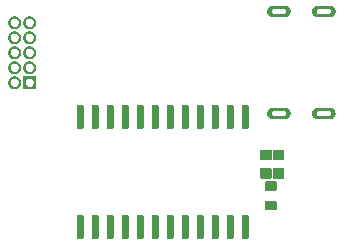
<source format=gbr>
%TF.GenerationSoftware,KiCad,Pcbnew,8.0.2*%
%TF.CreationDate,2024-08-28T15:29:28+05:30*%
%TF.ProjectId,CTF LED matrix,43544620-4c45-4442-906d-61747269782e,rev?*%
%TF.SameCoordinates,Original*%
%TF.FileFunction,Soldermask,Bot*%
%TF.FilePolarity,Negative*%
%FSLAX46Y46*%
G04 Gerber Fmt 4.6, Leading zero omitted, Abs format (unit mm)*
G04 Created by KiCad (PCBNEW 8.0.2) date 2024-08-28 15:29:28*
%MOMM*%
%LPD*%
G01*
G04 APERTURE LIST*
%ADD10C,0.000000*%
G04 APERTURE END LIST*
D10*
G36*
X152803190Y-82160020D02*
G01*
X152813200Y-82161000D01*
X152823120Y-82162640D01*
X152832920Y-82164920D01*
X152842540Y-82167840D01*
X152851950Y-82171390D01*
X152861120Y-82175540D01*
X152869990Y-82180280D01*
X152878530Y-82185590D01*
X152886700Y-82191450D01*
X152894480Y-82197830D01*
X152901820Y-82204700D01*
X152908690Y-82212050D01*
X152915070Y-82219820D01*
X152920930Y-82228000D01*
X152926240Y-82236540D01*
X152930980Y-82245410D01*
X152935140Y-82254570D01*
X152938680Y-82263980D01*
X152941600Y-82273610D01*
X152943880Y-82283400D01*
X152945520Y-82293320D01*
X152946510Y-82303330D01*
X152946840Y-82313390D01*
X152946840Y-84055990D01*
X152946510Y-84066040D01*
X152945520Y-84076050D01*
X152943880Y-84085970D01*
X152941600Y-84095770D01*
X152938680Y-84105390D01*
X152935140Y-84114810D01*
X152930980Y-84123970D01*
X152926240Y-84132840D01*
X152920930Y-84141380D01*
X152915070Y-84149550D01*
X152908690Y-84157330D01*
X152901820Y-84164670D01*
X152894480Y-84171540D01*
X152886700Y-84177930D01*
X152878530Y-84183780D01*
X152869990Y-84189090D01*
X152861120Y-84193840D01*
X152851950Y-84197990D01*
X152842540Y-84201530D01*
X152832920Y-84204450D01*
X152823120Y-84206730D01*
X152813200Y-84208370D01*
X152803190Y-84209360D01*
X152793140Y-84209690D01*
X152510540Y-84209690D01*
X152500480Y-84209360D01*
X152490470Y-84208370D01*
X152480550Y-84206730D01*
X152470750Y-84204450D01*
X152461130Y-84201530D01*
X152451720Y-84197990D01*
X152442560Y-84193840D01*
X152433690Y-84189090D01*
X152425140Y-84183780D01*
X152416970Y-84177930D01*
X152409190Y-84171540D01*
X152401850Y-84164670D01*
X152394980Y-84157330D01*
X152388600Y-84149550D01*
X152382740Y-84141380D01*
X152377430Y-84132840D01*
X152372690Y-84123970D01*
X152368530Y-84114810D01*
X152364990Y-84105390D01*
X152362070Y-84095770D01*
X152359790Y-84085970D01*
X152358150Y-84076050D01*
X152357160Y-84066040D01*
X152356840Y-84055990D01*
X152356840Y-82313390D01*
X152357160Y-82303330D01*
X152358150Y-82293320D01*
X152359790Y-82283400D01*
X152362070Y-82273610D01*
X152364990Y-82263980D01*
X152368530Y-82254570D01*
X152372690Y-82245410D01*
X152377430Y-82236540D01*
X152382740Y-82228000D01*
X152388600Y-82219820D01*
X152394980Y-82212050D01*
X152401850Y-82204700D01*
X152409190Y-82197830D01*
X152416970Y-82191450D01*
X152425140Y-82185590D01*
X152433690Y-82180280D01*
X152442560Y-82175540D01*
X152451720Y-82171390D01*
X152461130Y-82167840D01*
X152470750Y-82164920D01*
X152480550Y-82162640D01*
X152490470Y-82161000D01*
X152500480Y-82160020D01*
X152510540Y-82159690D01*
X152793140Y-82159690D01*
X152803190Y-82160020D01*
G37*
G36*
X155889090Y-85952730D02*
G01*
X155893720Y-85953190D01*
X155898320Y-85953950D01*
X155902860Y-85955010D01*
X155907320Y-85956360D01*
X155911680Y-85958000D01*
X155915920Y-85959920D01*
X155920030Y-85962120D01*
X155923990Y-85964580D01*
X155927780Y-85967290D01*
X155931380Y-85970250D01*
X155934780Y-85973430D01*
X155937960Y-85976830D01*
X155940920Y-85980440D01*
X155943630Y-85984220D01*
X155946090Y-85988180D01*
X155948290Y-85992290D01*
X155950210Y-85996530D01*
X155951850Y-86000890D01*
X155953210Y-86005350D01*
X155954260Y-86009890D01*
X155955020Y-86014490D01*
X155955480Y-86019120D01*
X155955630Y-86023780D01*
X155955630Y-86781380D01*
X155955480Y-86786040D01*
X155955020Y-86790670D01*
X155954260Y-86795270D01*
X155953210Y-86799810D01*
X155951850Y-86804270D01*
X155950210Y-86808630D01*
X155948290Y-86812870D01*
X155946090Y-86816980D01*
X155943630Y-86820940D01*
X155940920Y-86824720D01*
X155937960Y-86828320D01*
X155934780Y-86831730D01*
X155931380Y-86834910D01*
X155927780Y-86837870D01*
X155923990Y-86840580D01*
X155920030Y-86843040D01*
X155915920Y-86845240D01*
X155911680Y-86847160D01*
X155907320Y-86848800D01*
X155902860Y-86850150D01*
X155898320Y-86851210D01*
X155893720Y-86851970D01*
X155889090Y-86852430D01*
X155884430Y-86852580D01*
X155076830Y-86852580D01*
X155072170Y-86852430D01*
X155067540Y-86851970D01*
X155062940Y-86851210D01*
X155058400Y-86850150D01*
X155053940Y-86848800D01*
X155049580Y-86847160D01*
X155045340Y-86845240D01*
X155041230Y-86843040D01*
X155037270Y-86840580D01*
X155033490Y-86837870D01*
X155029890Y-86834910D01*
X155026490Y-86831730D01*
X155023300Y-86828320D01*
X155020340Y-86824720D01*
X155017630Y-86820940D01*
X155015170Y-86816980D01*
X155012970Y-86812870D01*
X155011050Y-86808630D01*
X155009410Y-86804270D01*
X155008060Y-86799810D01*
X155007000Y-86795270D01*
X155006240Y-86790670D01*
X155005780Y-86786040D01*
X155005630Y-86781380D01*
X155005630Y-86023780D01*
X155005780Y-86019120D01*
X155006240Y-86014490D01*
X155007000Y-86009890D01*
X155008060Y-86005350D01*
X155009410Y-86000890D01*
X155011050Y-85996530D01*
X155012970Y-85992290D01*
X155015170Y-85988180D01*
X155017630Y-85984220D01*
X155020340Y-85980440D01*
X155023300Y-85976830D01*
X155026490Y-85973430D01*
X155029890Y-85970250D01*
X155033490Y-85967290D01*
X155037270Y-85964580D01*
X155041230Y-85962120D01*
X155045340Y-85959920D01*
X155049580Y-85958000D01*
X155053940Y-85956360D01*
X155058400Y-85955010D01*
X155062940Y-85953950D01*
X155067540Y-85953190D01*
X155072170Y-85952730D01*
X155076830Y-85952580D01*
X155884430Y-85952580D01*
X155889090Y-85952730D01*
G37*
G36*
X142643190Y-82160010D02*
G01*
X142653200Y-82160990D01*
X142663120Y-82162630D01*
X142672910Y-82164910D01*
X142682540Y-82167830D01*
X142691950Y-82171380D01*
X142701110Y-82175530D01*
X142709980Y-82180270D01*
X142718530Y-82185580D01*
X142726700Y-82191440D01*
X142734480Y-82197820D01*
X142741820Y-82204690D01*
X142748690Y-82212030D01*
X142755070Y-82219810D01*
X142760930Y-82227990D01*
X142766240Y-82236530D01*
X142770980Y-82245400D01*
X142775130Y-82254560D01*
X142778680Y-82263970D01*
X142781600Y-82273600D01*
X142783880Y-82283390D01*
X142785520Y-82293310D01*
X142786510Y-82303320D01*
X142786830Y-82313380D01*
X142786830Y-84055980D01*
X142786510Y-84066030D01*
X142785520Y-84076040D01*
X142783880Y-84085960D01*
X142781600Y-84095760D01*
X142778680Y-84105380D01*
X142775130Y-84114790D01*
X142770980Y-84123960D01*
X142766240Y-84132830D01*
X142760930Y-84141370D01*
X142755070Y-84149540D01*
X142748690Y-84157320D01*
X142741820Y-84164660D01*
X142734480Y-84171530D01*
X142726700Y-84177910D01*
X142718530Y-84183770D01*
X142709980Y-84189080D01*
X142701110Y-84193830D01*
X142691950Y-84197980D01*
X142682540Y-84201520D01*
X142672910Y-84204440D01*
X142663120Y-84206720D01*
X142653200Y-84208360D01*
X142643190Y-84209350D01*
X142633130Y-84209680D01*
X142350530Y-84209680D01*
X142340480Y-84209350D01*
X142330470Y-84208360D01*
X142320550Y-84206720D01*
X142310750Y-84204440D01*
X142301130Y-84201520D01*
X142291720Y-84197980D01*
X142282550Y-84193830D01*
X142273680Y-84189080D01*
X142265140Y-84183770D01*
X142256970Y-84177910D01*
X142249190Y-84171530D01*
X142241850Y-84164660D01*
X142234980Y-84157320D01*
X142228600Y-84149540D01*
X142222740Y-84141370D01*
X142217430Y-84132830D01*
X142212680Y-84123960D01*
X142208530Y-84114790D01*
X142204990Y-84105380D01*
X142202070Y-84095760D01*
X142199790Y-84085960D01*
X142198150Y-84076040D01*
X142197160Y-84066030D01*
X142196830Y-84055980D01*
X142196830Y-82313380D01*
X142197160Y-82303320D01*
X142198150Y-82293310D01*
X142199790Y-82283390D01*
X142202070Y-82273600D01*
X142204990Y-82263970D01*
X142208530Y-82254560D01*
X142212680Y-82245400D01*
X142217430Y-82236530D01*
X142222740Y-82227990D01*
X142228600Y-82219810D01*
X142234980Y-82212030D01*
X142241850Y-82204690D01*
X142249190Y-82197820D01*
X142256970Y-82191440D01*
X142265140Y-82185580D01*
X142273680Y-82180270D01*
X142282550Y-82175530D01*
X142291720Y-82171380D01*
X142301130Y-82167830D01*
X142310750Y-82164910D01*
X142320550Y-82162630D01*
X142330470Y-82160990D01*
X142340480Y-82160010D01*
X142350530Y-82159680D01*
X142633130Y-82159680D01*
X142643190Y-82160010D01*
G37*
G36*
X150263180Y-91470010D02*
G01*
X150273190Y-91471000D01*
X150283110Y-91472640D01*
X150292910Y-91474920D01*
X150302530Y-91477840D01*
X150311940Y-91481380D01*
X150321110Y-91485530D01*
X150329980Y-91490280D01*
X150338520Y-91495590D01*
X150346690Y-91501450D01*
X150354470Y-91507830D01*
X150361810Y-91514700D01*
X150368680Y-91522040D01*
X150375060Y-91529820D01*
X150380920Y-91537990D01*
X150386230Y-91546530D01*
X150390980Y-91555400D01*
X150395130Y-91564570D01*
X150398670Y-91573980D01*
X150401590Y-91583600D01*
X150403870Y-91593400D01*
X150405510Y-91603320D01*
X150406500Y-91613330D01*
X150406830Y-91623380D01*
X150406830Y-93365980D01*
X150406500Y-93376040D01*
X150405510Y-93386050D01*
X150403870Y-93395970D01*
X150401590Y-93405760D01*
X150398670Y-93415390D01*
X150395130Y-93424800D01*
X150390980Y-93433960D01*
X150386230Y-93442830D01*
X150380920Y-93451380D01*
X150375060Y-93459550D01*
X150368680Y-93467330D01*
X150361810Y-93474670D01*
X150354470Y-93481540D01*
X150346690Y-93487920D01*
X150338520Y-93493780D01*
X150329980Y-93499090D01*
X150321110Y-93503830D01*
X150311940Y-93507980D01*
X150302530Y-93511530D01*
X150292910Y-93514450D01*
X150283110Y-93516730D01*
X150273190Y-93518370D01*
X150263180Y-93519350D01*
X150253130Y-93519680D01*
X149970530Y-93519680D01*
X149960470Y-93519350D01*
X149950460Y-93518370D01*
X149940540Y-93516730D01*
X149930750Y-93514450D01*
X149921120Y-93511530D01*
X149911710Y-93507980D01*
X149902550Y-93503830D01*
X149893680Y-93499090D01*
X149885130Y-93493780D01*
X149876960Y-93487920D01*
X149869180Y-93481540D01*
X149861840Y-93474670D01*
X149854970Y-93467330D01*
X149848590Y-93459550D01*
X149842730Y-93451380D01*
X149837420Y-93442830D01*
X149832680Y-93433960D01*
X149828530Y-93424800D01*
X149824980Y-93415390D01*
X149822060Y-93405760D01*
X149819780Y-93395970D01*
X149818140Y-93386050D01*
X149817150Y-93376040D01*
X149816830Y-93365980D01*
X149816830Y-91623380D01*
X149817150Y-91613330D01*
X149818140Y-91603320D01*
X149819780Y-91593400D01*
X149822060Y-91583600D01*
X149824980Y-91573980D01*
X149828530Y-91564570D01*
X149832680Y-91555400D01*
X149837420Y-91546530D01*
X149842730Y-91537990D01*
X149848590Y-91529820D01*
X149854970Y-91522040D01*
X149861840Y-91514700D01*
X149869180Y-91507830D01*
X149876960Y-91501450D01*
X149885130Y-91495590D01*
X149893680Y-91490280D01*
X149902550Y-91485530D01*
X149911710Y-91481380D01*
X149921120Y-91477840D01*
X149930750Y-91474920D01*
X149940540Y-91472640D01*
X149950460Y-91471000D01*
X149960470Y-91470010D01*
X149970530Y-91469680D01*
X150253130Y-91469680D01*
X150263180Y-91470010D01*
G37*
G36*
X138833180Y-91470000D02*
G01*
X138843190Y-91470990D01*
X138853110Y-91472630D01*
X138862910Y-91474910D01*
X138872530Y-91477830D01*
X138881940Y-91481370D01*
X138891100Y-91485520D01*
X138899970Y-91490260D01*
X138908520Y-91495580D01*
X138916690Y-91501430D01*
X138924470Y-91507810D01*
X138931810Y-91514690D01*
X138938680Y-91522030D01*
X138945060Y-91529810D01*
X138950920Y-91537980D01*
X138956230Y-91546520D01*
X138960970Y-91555390D01*
X138965130Y-91564550D01*
X138968670Y-91573970D01*
X138971590Y-91583590D01*
X138973870Y-91593390D01*
X138975510Y-91603310D01*
X138976500Y-91613320D01*
X138976820Y-91623370D01*
X138976820Y-93365970D01*
X138976500Y-93376020D01*
X138975510Y-93386030D01*
X138973870Y-93395960D01*
X138971590Y-93405750D01*
X138968670Y-93415380D01*
X138965130Y-93424790D01*
X138960970Y-93433950D01*
X138956230Y-93442820D01*
X138950920Y-93451360D01*
X138945060Y-93459540D01*
X138938680Y-93467310D01*
X138931810Y-93474650D01*
X138924470Y-93481530D01*
X138916690Y-93487910D01*
X138908520Y-93493770D01*
X138899970Y-93499080D01*
X138891100Y-93503820D01*
X138881940Y-93507970D01*
X138872530Y-93511520D01*
X138862910Y-93514440D01*
X138853110Y-93516720D01*
X138843190Y-93518360D01*
X138833180Y-93519340D01*
X138823120Y-93519670D01*
X138540520Y-93519670D01*
X138530470Y-93519340D01*
X138520460Y-93518360D01*
X138510540Y-93516720D01*
X138500740Y-93514440D01*
X138491120Y-93511520D01*
X138481710Y-93507970D01*
X138472540Y-93503820D01*
X138463670Y-93499080D01*
X138455130Y-93493770D01*
X138446960Y-93487910D01*
X138439180Y-93481530D01*
X138431840Y-93474650D01*
X138424970Y-93467310D01*
X138418590Y-93459540D01*
X138412730Y-93451360D01*
X138407420Y-93442820D01*
X138402680Y-93433950D01*
X138398520Y-93424790D01*
X138394980Y-93415380D01*
X138392060Y-93405750D01*
X138389780Y-93395960D01*
X138388140Y-93386030D01*
X138387150Y-93376020D01*
X138386820Y-93365970D01*
X138386820Y-91623370D01*
X138387150Y-91613320D01*
X138388140Y-91603310D01*
X138389780Y-91593390D01*
X138392060Y-91583590D01*
X138394980Y-91573970D01*
X138398520Y-91564550D01*
X138402680Y-91555390D01*
X138407420Y-91546520D01*
X138412730Y-91537980D01*
X138418590Y-91529810D01*
X138424970Y-91522030D01*
X138431840Y-91514690D01*
X138439180Y-91507810D01*
X138446960Y-91501430D01*
X138455130Y-91495580D01*
X138463670Y-91490260D01*
X138472540Y-91485520D01*
X138481710Y-91481370D01*
X138491120Y-91477830D01*
X138500740Y-91474910D01*
X138510540Y-91472630D01*
X138520460Y-91470990D01*
X138530470Y-91470000D01*
X138540520Y-91469670D01*
X138823120Y-91469670D01*
X138833180Y-91470000D01*
G37*
G36*
X143913190Y-82160010D02*
G01*
X143923200Y-82160990D01*
X143933120Y-82162630D01*
X143942910Y-82164910D01*
X143952540Y-82167830D01*
X143961950Y-82171380D01*
X143971110Y-82175530D01*
X143979980Y-82180270D01*
X143988530Y-82185580D01*
X143996700Y-82191440D01*
X144004480Y-82197820D01*
X144011820Y-82204700D01*
X144018690Y-82212040D01*
X144025070Y-82219810D01*
X144030930Y-82227990D01*
X144036240Y-82236530D01*
X144040980Y-82245400D01*
X144045130Y-82254560D01*
X144048680Y-82263970D01*
X144051600Y-82273600D01*
X144053880Y-82283390D01*
X144055520Y-82293320D01*
X144056510Y-82303330D01*
X144056830Y-82313380D01*
X144056830Y-84055980D01*
X144056510Y-84066030D01*
X144055520Y-84076040D01*
X144053880Y-84085960D01*
X144051600Y-84095760D01*
X144048680Y-84105380D01*
X144045130Y-84114800D01*
X144040980Y-84123960D01*
X144036240Y-84132830D01*
X144030930Y-84141370D01*
X144025070Y-84149540D01*
X144018690Y-84157320D01*
X144011820Y-84164660D01*
X144004480Y-84171540D01*
X143996700Y-84177920D01*
X143988530Y-84183770D01*
X143979980Y-84189090D01*
X143971110Y-84193830D01*
X143961950Y-84197980D01*
X143952540Y-84201520D01*
X143942910Y-84204440D01*
X143933120Y-84206720D01*
X143923200Y-84208360D01*
X143913190Y-84209350D01*
X143903130Y-84209680D01*
X143620530Y-84209680D01*
X143610480Y-84209350D01*
X143600470Y-84208360D01*
X143590550Y-84206720D01*
X143580750Y-84204440D01*
X143571130Y-84201520D01*
X143561720Y-84197980D01*
X143552550Y-84193830D01*
X143543680Y-84189090D01*
X143535140Y-84183770D01*
X143526970Y-84177920D01*
X143519190Y-84171540D01*
X143511850Y-84164660D01*
X143504980Y-84157320D01*
X143498600Y-84149540D01*
X143492740Y-84141370D01*
X143487430Y-84132830D01*
X143482680Y-84123960D01*
X143478530Y-84114800D01*
X143474990Y-84105380D01*
X143472070Y-84095760D01*
X143469790Y-84085960D01*
X143468150Y-84076040D01*
X143467160Y-84066030D01*
X143466830Y-84055980D01*
X143466830Y-82313380D01*
X143467160Y-82303330D01*
X143468150Y-82293320D01*
X143469790Y-82283390D01*
X143472070Y-82273600D01*
X143474990Y-82263970D01*
X143478530Y-82254560D01*
X143482680Y-82245400D01*
X143487430Y-82236530D01*
X143492740Y-82227990D01*
X143498600Y-82219810D01*
X143504980Y-82212040D01*
X143511850Y-82204700D01*
X143519190Y-82197820D01*
X143526970Y-82191440D01*
X143535140Y-82185580D01*
X143543680Y-82180270D01*
X143552550Y-82175530D01*
X143561720Y-82171380D01*
X143571130Y-82167830D01*
X143580750Y-82164910D01*
X143590550Y-82162630D01*
X143600470Y-82160990D01*
X143610480Y-82160010D01*
X143620530Y-82159680D01*
X143903130Y-82159680D01*
X143913190Y-82160010D01*
G37*
G36*
X146453180Y-91470010D02*
G01*
X146463190Y-91471000D01*
X146473110Y-91472630D01*
X146482910Y-91474920D01*
X146492530Y-91477840D01*
X146501940Y-91481380D01*
X146511110Y-91485530D01*
X146519980Y-91490270D01*
X146528520Y-91495580D01*
X146536690Y-91501440D01*
X146544470Y-91507820D01*
X146551810Y-91514700D01*
X146558680Y-91522040D01*
X146565060Y-91529810D01*
X146570920Y-91537990D01*
X146576230Y-91546530D01*
X146580980Y-91555400D01*
X146585130Y-91564560D01*
X146588670Y-91573970D01*
X146591590Y-91583600D01*
X146593870Y-91593390D01*
X146595510Y-91603320D01*
X146596500Y-91613330D01*
X146596830Y-91623380D01*
X146596830Y-93365980D01*
X146596500Y-93376030D01*
X146595510Y-93386040D01*
X146593870Y-93395970D01*
X146591590Y-93405760D01*
X146588670Y-93415390D01*
X146585130Y-93424800D01*
X146580980Y-93433960D01*
X146576230Y-93442830D01*
X146570920Y-93451370D01*
X146565060Y-93459550D01*
X146558680Y-93467320D01*
X146551810Y-93474660D01*
X146544470Y-93481540D01*
X146536690Y-93487920D01*
X146528520Y-93493780D01*
X146519980Y-93499090D01*
X146511110Y-93503830D01*
X146501940Y-93507980D01*
X146492530Y-93511520D01*
X146482910Y-93514440D01*
X146473110Y-93516730D01*
X146463190Y-93518370D01*
X146453180Y-93519350D01*
X146443130Y-93519680D01*
X146160520Y-93519680D01*
X146150470Y-93519350D01*
X146140460Y-93518370D01*
X146130540Y-93516730D01*
X146120740Y-93514440D01*
X146111120Y-93511520D01*
X146101710Y-93507980D01*
X146092540Y-93503830D01*
X146083670Y-93499090D01*
X146075130Y-93493780D01*
X146066960Y-93487920D01*
X146059180Y-93481540D01*
X146051840Y-93474660D01*
X146044970Y-93467320D01*
X146038590Y-93459550D01*
X146032730Y-93451370D01*
X146027420Y-93442830D01*
X146022680Y-93433960D01*
X146018520Y-93424800D01*
X146014980Y-93415390D01*
X146012060Y-93405760D01*
X146009780Y-93395970D01*
X146008140Y-93386040D01*
X146007150Y-93376030D01*
X146006820Y-93365980D01*
X146006820Y-91623380D01*
X146007150Y-91613330D01*
X146008140Y-91603320D01*
X146009780Y-91593390D01*
X146012060Y-91583600D01*
X146014980Y-91573970D01*
X146018520Y-91564560D01*
X146022680Y-91555400D01*
X146027420Y-91546530D01*
X146032730Y-91537990D01*
X146038590Y-91529810D01*
X146044970Y-91522040D01*
X146051840Y-91514700D01*
X146059180Y-91507820D01*
X146066960Y-91501440D01*
X146075130Y-91495580D01*
X146083670Y-91490270D01*
X146092540Y-91485530D01*
X146101710Y-91481380D01*
X146111120Y-91477840D01*
X146120740Y-91474920D01*
X146130540Y-91472630D01*
X146140460Y-91471000D01*
X146150470Y-91470010D01*
X146160520Y-91469680D01*
X146443130Y-91469680D01*
X146453180Y-91470010D01*
G37*
G36*
X152803180Y-91470020D02*
G01*
X152813190Y-91471000D01*
X152823110Y-91472640D01*
X152832910Y-91474920D01*
X152842530Y-91477840D01*
X152851940Y-91481390D01*
X152861110Y-91485540D01*
X152869980Y-91490280D01*
X152878520Y-91495590D01*
X152886690Y-91501450D01*
X152894470Y-91507830D01*
X152901810Y-91514700D01*
X152908680Y-91522050D01*
X152915060Y-91529820D01*
X152920920Y-91538000D01*
X152926230Y-91546540D01*
X152930980Y-91555410D01*
X152935130Y-91564570D01*
X152938670Y-91573980D01*
X152941590Y-91583610D01*
X152943870Y-91593400D01*
X152945510Y-91603320D01*
X152946500Y-91613330D01*
X152946830Y-91623390D01*
X152946830Y-93365990D01*
X152946500Y-93376040D01*
X152945510Y-93386050D01*
X152943870Y-93395970D01*
X152941590Y-93405770D01*
X152938670Y-93415390D01*
X152935130Y-93424810D01*
X152930980Y-93433970D01*
X152926230Y-93442840D01*
X152920920Y-93451380D01*
X152915060Y-93459550D01*
X152908680Y-93467330D01*
X152901810Y-93474670D01*
X152894470Y-93481540D01*
X152886690Y-93487930D01*
X152878520Y-93493780D01*
X152869980Y-93499090D01*
X152861110Y-93503840D01*
X152851940Y-93507990D01*
X152842530Y-93511530D01*
X152832910Y-93514450D01*
X152823110Y-93516730D01*
X152813190Y-93518370D01*
X152803180Y-93519360D01*
X152793130Y-93519690D01*
X152510530Y-93519690D01*
X152500470Y-93519360D01*
X152490460Y-93518370D01*
X152480540Y-93516730D01*
X152470750Y-93514450D01*
X152461120Y-93511530D01*
X152451710Y-93507990D01*
X152442550Y-93503840D01*
X152433680Y-93499090D01*
X152425130Y-93493780D01*
X152416960Y-93487930D01*
X152409180Y-93481540D01*
X152401840Y-93474670D01*
X152394970Y-93467330D01*
X152388590Y-93459550D01*
X152382730Y-93451380D01*
X152377420Y-93442840D01*
X152372680Y-93433970D01*
X152368530Y-93424810D01*
X152364980Y-93415390D01*
X152362060Y-93405770D01*
X152359780Y-93395970D01*
X152358140Y-93386050D01*
X152357150Y-93376040D01*
X152356830Y-93365990D01*
X152356830Y-91623390D01*
X152357150Y-91613330D01*
X152358140Y-91603320D01*
X152359780Y-91593400D01*
X152362060Y-91583610D01*
X152364980Y-91573980D01*
X152368530Y-91564570D01*
X152372680Y-91555410D01*
X152377420Y-91546540D01*
X152382730Y-91538000D01*
X152388590Y-91529820D01*
X152394970Y-91522050D01*
X152401840Y-91514700D01*
X152409180Y-91507830D01*
X152416960Y-91501450D01*
X152425130Y-91495590D01*
X152433680Y-91490280D01*
X152442550Y-91485540D01*
X152451710Y-91481390D01*
X152461120Y-91477840D01*
X152470750Y-91474920D01*
X152480540Y-91472640D01*
X152490460Y-91471000D01*
X152500470Y-91470020D01*
X152510530Y-91469690D01*
X152793130Y-91469690D01*
X152803180Y-91470020D01*
G37*
G36*
X141373190Y-82160000D02*
G01*
X141383200Y-82160990D01*
X141393120Y-82162630D01*
X141402910Y-82164910D01*
X141412540Y-82167830D01*
X141421950Y-82171370D01*
X141431110Y-82175530D01*
X141439980Y-82180270D01*
X141448530Y-82185580D01*
X141456700Y-82191440D01*
X141464480Y-82197820D01*
X141471820Y-82204690D01*
X141478690Y-82212030D01*
X141485070Y-82219810D01*
X141490930Y-82227980D01*
X141496240Y-82236520D01*
X141500980Y-82245400D01*
X141505130Y-82254560D01*
X141508680Y-82263970D01*
X141511600Y-82273590D01*
X141513880Y-82283390D01*
X141515520Y-82293310D01*
X141516510Y-82303320D01*
X141516830Y-82313370D01*
X141516830Y-84055970D01*
X141516510Y-84066030D01*
X141515520Y-84076040D01*
X141513880Y-84085960D01*
X141511600Y-84095760D01*
X141508680Y-84105380D01*
X141505130Y-84114790D01*
X141500980Y-84123950D01*
X141496240Y-84132820D01*
X141490930Y-84141370D01*
X141485070Y-84149540D01*
X141478690Y-84157320D01*
X141471820Y-84164660D01*
X141464480Y-84171530D01*
X141456700Y-84177910D01*
X141448530Y-84183770D01*
X141439980Y-84189080D01*
X141431110Y-84193820D01*
X141421950Y-84197980D01*
X141412540Y-84201520D01*
X141402910Y-84204440D01*
X141393120Y-84206720D01*
X141383200Y-84208360D01*
X141373190Y-84209350D01*
X141363130Y-84209670D01*
X141080530Y-84209670D01*
X141070480Y-84209350D01*
X141060470Y-84208360D01*
X141050550Y-84206720D01*
X141040750Y-84204440D01*
X141031130Y-84201520D01*
X141021720Y-84197980D01*
X141012550Y-84193820D01*
X141003680Y-84189080D01*
X140995140Y-84183770D01*
X140986970Y-84177910D01*
X140979190Y-84171530D01*
X140971850Y-84164660D01*
X140964980Y-84157320D01*
X140958600Y-84149540D01*
X140952740Y-84141370D01*
X140947430Y-84132820D01*
X140942680Y-84123950D01*
X140938530Y-84114790D01*
X140934990Y-84105380D01*
X140932070Y-84095760D01*
X140929790Y-84085960D01*
X140928150Y-84076040D01*
X140927160Y-84066030D01*
X140926830Y-84055970D01*
X140926830Y-82313370D01*
X140927160Y-82303320D01*
X140928150Y-82293310D01*
X140929790Y-82283390D01*
X140932070Y-82273590D01*
X140934990Y-82263970D01*
X140938530Y-82254560D01*
X140942680Y-82245400D01*
X140947430Y-82236520D01*
X140952740Y-82227980D01*
X140958600Y-82219810D01*
X140964980Y-82212030D01*
X140971850Y-82204690D01*
X140979190Y-82197820D01*
X140986970Y-82191440D01*
X140995140Y-82185580D01*
X141003680Y-82180270D01*
X141012550Y-82175530D01*
X141021720Y-82171370D01*
X141031130Y-82167830D01*
X141040750Y-82164910D01*
X141050550Y-82162630D01*
X141060470Y-82160990D01*
X141070480Y-82160000D01*
X141080530Y-82159670D01*
X141363130Y-82159670D01*
X141373190Y-82160000D01*
G37*
G36*
X155228090Y-90284330D02*
G01*
X155232720Y-90284790D01*
X155237320Y-90285550D01*
X155241860Y-90286610D01*
X155246320Y-90287960D01*
X155250680Y-90289600D01*
X155254920Y-90291520D01*
X155259030Y-90293720D01*
X155262990Y-90296180D01*
X155266770Y-90298890D01*
X155270380Y-90301850D01*
X155273780Y-90305030D01*
X155276960Y-90308430D01*
X155279920Y-90312040D01*
X155282630Y-90315820D01*
X155285090Y-90319780D01*
X155287290Y-90323890D01*
X155289210Y-90328130D01*
X155290850Y-90332490D01*
X155292200Y-90336950D01*
X155293260Y-90341490D01*
X155294020Y-90346090D01*
X155294480Y-90350720D01*
X155294630Y-90355380D01*
X155294630Y-91012980D01*
X155294480Y-91017640D01*
X155294020Y-91022270D01*
X155293260Y-91026870D01*
X155292200Y-91031410D01*
X155290850Y-91035870D01*
X155289210Y-91040230D01*
X155287290Y-91044470D01*
X155285090Y-91048580D01*
X155282630Y-91052540D01*
X155279920Y-91056320D01*
X155276960Y-91059920D01*
X155273780Y-91063330D01*
X155270380Y-91066510D01*
X155266770Y-91069470D01*
X155262990Y-91072180D01*
X155259030Y-91074640D01*
X155254920Y-91076840D01*
X155250680Y-91078760D01*
X155246320Y-91080400D01*
X155241860Y-91081750D01*
X155237320Y-91082810D01*
X155232720Y-91083570D01*
X155228090Y-91084030D01*
X155223430Y-91084180D01*
X154415830Y-91084180D01*
X154411170Y-91084030D01*
X154406540Y-91083570D01*
X154401940Y-91082810D01*
X154397400Y-91081750D01*
X154392940Y-91080400D01*
X154388580Y-91078760D01*
X154384340Y-91076840D01*
X154380230Y-91074640D01*
X154376270Y-91072180D01*
X154372490Y-91069470D01*
X154368880Y-91066510D01*
X154365480Y-91063330D01*
X154362300Y-91059920D01*
X154359340Y-91056320D01*
X154356630Y-91052540D01*
X154354170Y-91048580D01*
X154351970Y-91044470D01*
X154350050Y-91040230D01*
X154348410Y-91035870D01*
X154347060Y-91031410D01*
X154346000Y-91026870D01*
X154345240Y-91022270D01*
X154344780Y-91017640D01*
X154344630Y-91012980D01*
X154344630Y-90355380D01*
X154344780Y-90350720D01*
X154345240Y-90346090D01*
X154346000Y-90341490D01*
X154347060Y-90336950D01*
X154348410Y-90332490D01*
X154350050Y-90328130D01*
X154351970Y-90323890D01*
X154354170Y-90319780D01*
X154356630Y-90315820D01*
X154359340Y-90312040D01*
X154362300Y-90308430D01*
X154365480Y-90305030D01*
X154368880Y-90301850D01*
X154372490Y-90298890D01*
X154376270Y-90296180D01*
X154380230Y-90293720D01*
X154384340Y-90291520D01*
X154388580Y-90289600D01*
X154392940Y-90287960D01*
X154397400Y-90286610D01*
X154401940Y-90285550D01*
X154406540Y-90284790D01*
X154411170Y-90284330D01*
X154415830Y-90284180D01*
X155223430Y-90284180D01*
X155228090Y-90284330D01*
G37*
G36*
X155228090Y-88634330D02*
G01*
X155232720Y-88634790D01*
X155237320Y-88635550D01*
X155241860Y-88636610D01*
X155246320Y-88637960D01*
X155250680Y-88639600D01*
X155254920Y-88641520D01*
X155259030Y-88643720D01*
X155262990Y-88646180D01*
X155266780Y-88648890D01*
X155270380Y-88651850D01*
X155273780Y-88655030D01*
X155276960Y-88658430D01*
X155279920Y-88662040D01*
X155282630Y-88665820D01*
X155285090Y-88669780D01*
X155287290Y-88673890D01*
X155289210Y-88678130D01*
X155290850Y-88682490D01*
X155292210Y-88686950D01*
X155293260Y-88691490D01*
X155294020Y-88696090D01*
X155294480Y-88700720D01*
X155294630Y-88705380D01*
X155294630Y-89362980D01*
X155294480Y-89367640D01*
X155294020Y-89372270D01*
X155293260Y-89376870D01*
X155292210Y-89381410D01*
X155290850Y-89385870D01*
X155289210Y-89390230D01*
X155287290Y-89394470D01*
X155285090Y-89398580D01*
X155282630Y-89402540D01*
X155279920Y-89406320D01*
X155276960Y-89409920D01*
X155273780Y-89413330D01*
X155270380Y-89416510D01*
X155266780Y-89419470D01*
X155262990Y-89422180D01*
X155259030Y-89424640D01*
X155254920Y-89426840D01*
X155250680Y-89428760D01*
X155246320Y-89430400D01*
X155241860Y-89431750D01*
X155237320Y-89432810D01*
X155232720Y-89433570D01*
X155228090Y-89434030D01*
X155223430Y-89434180D01*
X154415830Y-89434180D01*
X154411170Y-89434030D01*
X154406540Y-89433570D01*
X154401940Y-89432810D01*
X154397400Y-89431750D01*
X154392940Y-89430400D01*
X154388580Y-89428760D01*
X154384340Y-89426840D01*
X154380230Y-89424640D01*
X154376270Y-89422180D01*
X154372490Y-89419470D01*
X154368890Y-89416510D01*
X154365490Y-89413330D01*
X154362300Y-89409920D01*
X154359340Y-89406320D01*
X154356630Y-89402540D01*
X154354170Y-89398580D01*
X154351970Y-89394470D01*
X154350050Y-89390230D01*
X154348410Y-89385870D01*
X154347060Y-89381410D01*
X154346000Y-89376870D01*
X154345240Y-89372270D01*
X154344780Y-89367640D01*
X154344630Y-89362980D01*
X154344630Y-88705380D01*
X154344780Y-88700720D01*
X154345240Y-88696090D01*
X154346000Y-88691490D01*
X154347060Y-88686950D01*
X154348410Y-88682490D01*
X154350050Y-88678130D01*
X154351970Y-88673890D01*
X154354170Y-88669780D01*
X154356630Y-88665820D01*
X154359340Y-88662040D01*
X154362300Y-88658430D01*
X154365490Y-88655030D01*
X154368890Y-88651850D01*
X154372490Y-88648890D01*
X154376270Y-88646180D01*
X154380230Y-88643720D01*
X154384340Y-88641520D01*
X154388580Y-88639600D01*
X154392940Y-88637960D01*
X154397400Y-88636610D01*
X154401940Y-88635550D01*
X154406540Y-88634790D01*
X154411170Y-88634330D01*
X154415830Y-88634180D01*
X155223430Y-88634180D01*
X155228090Y-88634330D01*
G37*
G36*
X147723190Y-82160010D02*
G01*
X147733200Y-82161000D01*
X147743120Y-82162630D01*
X147752920Y-82164920D01*
X147762540Y-82167840D01*
X147771950Y-82171380D01*
X147781120Y-82175530D01*
X147789990Y-82180270D01*
X147798530Y-82185580D01*
X147806700Y-82191440D01*
X147814480Y-82197820D01*
X147821820Y-82204700D01*
X147828690Y-82212040D01*
X147835070Y-82219810D01*
X147840930Y-82227990D01*
X147846240Y-82236530D01*
X147850980Y-82245400D01*
X147855140Y-82254560D01*
X147858680Y-82263980D01*
X147861600Y-82273600D01*
X147863880Y-82283400D01*
X147865520Y-82293320D01*
X147866510Y-82303330D01*
X147866840Y-82313380D01*
X147866840Y-84055980D01*
X147866510Y-84066030D01*
X147865520Y-84076040D01*
X147863880Y-84085970D01*
X147861600Y-84095760D01*
X147858680Y-84105390D01*
X147855140Y-84114800D01*
X147850980Y-84123960D01*
X147846240Y-84132830D01*
X147840930Y-84141370D01*
X147835070Y-84149550D01*
X147828690Y-84157320D01*
X147821820Y-84164660D01*
X147814480Y-84171540D01*
X147806700Y-84177920D01*
X147798530Y-84183780D01*
X147789990Y-84189090D01*
X147781120Y-84193830D01*
X147771950Y-84197980D01*
X147762540Y-84201520D01*
X147752920Y-84204440D01*
X147743120Y-84206730D01*
X147733200Y-84208370D01*
X147723190Y-84209350D01*
X147713140Y-84209680D01*
X147430540Y-84209680D01*
X147420480Y-84209350D01*
X147410470Y-84208370D01*
X147400550Y-84206730D01*
X147390750Y-84204440D01*
X147381130Y-84201520D01*
X147371720Y-84197980D01*
X147362560Y-84193830D01*
X147353690Y-84189090D01*
X147345140Y-84183780D01*
X147336970Y-84177920D01*
X147329190Y-84171540D01*
X147321850Y-84164660D01*
X147314980Y-84157320D01*
X147308600Y-84149550D01*
X147302740Y-84141370D01*
X147297430Y-84132830D01*
X147292690Y-84123960D01*
X147288530Y-84114800D01*
X147284990Y-84105390D01*
X147282070Y-84095760D01*
X147279790Y-84085970D01*
X147278150Y-84076040D01*
X147277160Y-84066030D01*
X147276840Y-84055980D01*
X147276840Y-82313380D01*
X147277160Y-82303330D01*
X147278150Y-82293320D01*
X147279790Y-82283400D01*
X147282070Y-82273600D01*
X147284990Y-82263980D01*
X147288530Y-82254560D01*
X147292690Y-82245400D01*
X147297430Y-82236530D01*
X147302740Y-82227990D01*
X147308600Y-82219810D01*
X147314980Y-82212040D01*
X147321850Y-82204700D01*
X147329190Y-82197820D01*
X147336970Y-82191440D01*
X147345140Y-82185580D01*
X147353690Y-82180270D01*
X147362560Y-82175530D01*
X147371720Y-82171380D01*
X147381130Y-82167840D01*
X147390750Y-82164920D01*
X147400550Y-82162630D01*
X147410470Y-82161000D01*
X147420480Y-82160010D01*
X147430540Y-82159680D01*
X147713140Y-82159680D01*
X147723190Y-82160010D01*
G37*
G36*
X145183190Y-82160010D02*
G01*
X145193200Y-82160990D01*
X145203120Y-82162630D01*
X145212910Y-82164920D01*
X145222540Y-82167840D01*
X145231950Y-82171380D01*
X145241110Y-82175530D01*
X145249980Y-82180270D01*
X145258530Y-82185580D01*
X145266700Y-82191440D01*
X145274480Y-82197820D01*
X145281820Y-82204700D01*
X145288690Y-82212040D01*
X145295070Y-82219810D01*
X145300930Y-82227990D01*
X145306240Y-82236530D01*
X145310980Y-82245400D01*
X145315130Y-82254560D01*
X145318680Y-82263970D01*
X145321600Y-82273600D01*
X145323880Y-82283390D01*
X145325520Y-82293320D01*
X145326510Y-82303330D01*
X145326830Y-82313380D01*
X145326830Y-84055980D01*
X145326510Y-84066030D01*
X145325520Y-84076040D01*
X145323880Y-84085960D01*
X145321600Y-84095760D01*
X145318680Y-84105380D01*
X145315130Y-84114800D01*
X145310980Y-84123960D01*
X145306240Y-84132830D01*
X145300930Y-84141370D01*
X145295070Y-84149550D01*
X145288690Y-84157320D01*
X145281820Y-84164660D01*
X145274480Y-84171540D01*
X145266700Y-84177920D01*
X145258530Y-84183780D01*
X145249980Y-84189090D01*
X145241110Y-84193830D01*
X145231950Y-84197980D01*
X145222540Y-84201520D01*
X145212910Y-84204440D01*
X145203120Y-84206730D01*
X145193200Y-84208360D01*
X145183190Y-84209350D01*
X145173130Y-84209680D01*
X144890530Y-84209680D01*
X144880480Y-84209350D01*
X144870470Y-84208360D01*
X144860550Y-84206730D01*
X144850750Y-84204440D01*
X144841130Y-84201520D01*
X144831720Y-84197980D01*
X144822550Y-84193830D01*
X144813680Y-84189090D01*
X144805140Y-84183780D01*
X144796970Y-84177920D01*
X144789190Y-84171540D01*
X144781850Y-84164660D01*
X144774980Y-84157320D01*
X144768600Y-84149550D01*
X144762740Y-84141370D01*
X144757430Y-84132830D01*
X144752680Y-84123960D01*
X144748530Y-84114800D01*
X144744990Y-84105380D01*
X144742070Y-84095760D01*
X144739790Y-84085960D01*
X144738150Y-84076040D01*
X144737160Y-84066030D01*
X144736830Y-84055980D01*
X144736830Y-82313380D01*
X144737160Y-82303330D01*
X144738150Y-82293320D01*
X144739790Y-82283390D01*
X144742070Y-82273600D01*
X144744990Y-82263970D01*
X144748530Y-82254560D01*
X144752680Y-82245400D01*
X144757430Y-82236530D01*
X144762740Y-82227990D01*
X144768600Y-82219810D01*
X144774980Y-82212040D01*
X144781850Y-82204700D01*
X144789190Y-82197820D01*
X144796970Y-82191440D01*
X144805140Y-82185580D01*
X144813680Y-82180270D01*
X144822550Y-82175530D01*
X144831720Y-82171380D01*
X144841130Y-82167840D01*
X144850750Y-82164920D01*
X144860550Y-82162630D01*
X144870470Y-82160990D01*
X144880480Y-82160010D01*
X144890530Y-82159680D01*
X145173130Y-82159680D01*
X145183190Y-82160010D01*
G37*
G36*
X143913180Y-91470010D02*
G01*
X143923190Y-91470990D01*
X143933110Y-91472630D01*
X143942910Y-91474910D01*
X143952530Y-91477830D01*
X143961940Y-91481380D01*
X143971100Y-91485530D01*
X143979970Y-91490270D01*
X143988520Y-91495580D01*
X143996690Y-91501440D01*
X144004470Y-91507820D01*
X144011810Y-91514700D01*
X144018680Y-91522040D01*
X144025060Y-91529810D01*
X144030920Y-91537990D01*
X144036230Y-91546530D01*
X144040970Y-91555400D01*
X144045130Y-91564560D01*
X144048670Y-91573970D01*
X144051590Y-91583600D01*
X144053870Y-91593390D01*
X144055510Y-91603320D01*
X144056500Y-91613330D01*
X144056820Y-91623380D01*
X144056820Y-93365980D01*
X144056500Y-93376030D01*
X144055510Y-93386040D01*
X144053870Y-93395960D01*
X144051590Y-93405760D01*
X144048670Y-93415380D01*
X144045130Y-93424800D01*
X144040970Y-93433960D01*
X144036230Y-93442830D01*
X144030920Y-93451370D01*
X144025060Y-93459540D01*
X144018680Y-93467320D01*
X144011810Y-93474660D01*
X144004470Y-93481540D01*
X143996690Y-93487920D01*
X143988520Y-93493770D01*
X143979970Y-93499090D01*
X143971100Y-93503830D01*
X143961940Y-93507980D01*
X143952530Y-93511520D01*
X143942910Y-93514440D01*
X143933110Y-93516720D01*
X143923190Y-93518360D01*
X143913180Y-93519350D01*
X143903120Y-93519680D01*
X143620520Y-93519680D01*
X143610470Y-93519350D01*
X143600460Y-93518360D01*
X143590540Y-93516720D01*
X143580740Y-93514440D01*
X143571120Y-93511520D01*
X143561710Y-93507980D01*
X143552540Y-93503830D01*
X143543670Y-93499090D01*
X143535130Y-93493770D01*
X143526960Y-93487920D01*
X143519180Y-93481540D01*
X143511840Y-93474660D01*
X143504970Y-93467320D01*
X143498590Y-93459540D01*
X143492730Y-93451370D01*
X143487420Y-93442830D01*
X143482680Y-93433960D01*
X143478520Y-93424800D01*
X143474980Y-93415380D01*
X143472060Y-93405760D01*
X143469780Y-93395960D01*
X143468140Y-93386040D01*
X143467150Y-93376030D01*
X143466820Y-93365980D01*
X143466820Y-91623380D01*
X143467150Y-91613330D01*
X143468140Y-91603320D01*
X143469780Y-91593390D01*
X143472060Y-91583600D01*
X143474980Y-91573970D01*
X143478520Y-91564560D01*
X143482680Y-91555400D01*
X143487420Y-91546530D01*
X143492730Y-91537990D01*
X143498590Y-91529810D01*
X143504970Y-91522040D01*
X143511840Y-91514700D01*
X143519180Y-91507820D01*
X143526960Y-91501440D01*
X143535130Y-91495580D01*
X143543670Y-91490270D01*
X143552540Y-91485530D01*
X143561710Y-91481380D01*
X143571120Y-91477830D01*
X143580740Y-91474910D01*
X143590540Y-91472630D01*
X143600460Y-91470990D01*
X143610470Y-91470010D01*
X143620520Y-91469680D01*
X143903120Y-91469680D01*
X143913180Y-91470010D01*
G37*
G36*
X142643180Y-91470010D02*
G01*
X142653190Y-91470990D01*
X142663110Y-91472630D01*
X142672910Y-91474910D01*
X142682530Y-91477830D01*
X142691940Y-91481380D01*
X142701100Y-91485530D01*
X142709970Y-91490270D01*
X142718520Y-91495580D01*
X142726690Y-91501440D01*
X142734470Y-91507820D01*
X142741810Y-91514690D01*
X142748680Y-91522030D01*
X142755060Y-91529810D01*
X142760920Y-91537990D01*
X142766230Y-91546530D01*
X142770970Y-91555400D01*
X142775130Y-91564560D01*
X142778670Y-91573970D01*
X142781590Y-91583600D01*
X142783870Y-91593390D01*
X142785510Y-91603310D01*
X142786500Y-91613320D01*
X142786820Y-91623380D01*
X142786820Y-93365980D01*
X142786500Y-93376030D01*
X142785510Y-93386040D01*
X142783870Y-93395960D01*
X142781590Y-93405760D01*
X142778670Y-93415380D01*
X142775130Y-93424790D01*
X142770970Y-93433960D01*
X142766230Y-93442830D01*
X142760920Y-93451370D01*
X142755060Y-93459540D01*
X142748680Y-93467320D01*
X142741810Y-93474660D01*
X142734470Y-93481530D01*
X142726690Y-93487910D01*
X142718520Y-93493770D01*
X142709970Y-93499080D01*
X142701100Y-93503830D01*
X142691940Y-93507980D01*
X142682530Y-93511520D01*
X142672910Y-93514440D01*
X142663110Y-93516720D01*
X142653190Y-93518360D01*
X142643180Y-93519350D01*
X142633120Y-93519680D01*
X142350520Y-93519680D01*
X142340470Y-93519350D01*
X142330460Y-93518360D01*
X142320540Y-93516720D01*
X142310740Y-93514440D01*
X142301120Y-93511520D01*
X142291710Y-93507980D01*
X142282540Y-93503830D01*
X142273670Y-93499080D01*
X142265130Y-93493770D01*
X142256960Y-93487910D01*
X142249180Y-93481530D01*
X142241840Y-93474660D01*
X142234970Y-93467320D01*
X142228590Y-93459540D01*
X142222730Y-93451370D01*
X142217420Y-93442830D01*
X142212680Y-93433960D01*
X142208520Y-93424790D01*
X142204980Y-93415380D01*
X142202060Y-93405760D01*
X142199780Y-93395960D01*
X142198140Y-93386040D01*
X142197150Y-93376030D01*
X142196820Y-93365980D01*
X142196820Y-91623380D01*
X142197150Y-91613320D01*
X142198140Y-91603310D01*
X142199780Y-91593390D01*
X142202060Y-91583600D01*
X142204980Y-91573970D01*
X142208520Y-91564560D01*
X142212680Y-91555400D01*
X142217420Y-91546530D01*
X142222730Y-91537990D01*
X142228590Y-91529810D01*
X142234970Y-91522030D01*
X142241840Y-91514690D01*
X142249180Y-91507820D01*
X142256960Y-91501440D01*
X142265130Y-91495580D01*
X142273670Y-91490270D01*
X142282540Y-91485530D01*
X142291710Y-91481380D01*
X142301120Y-91477830D01*
X142310740Y-91474910D01*
X142320540Y-91472630D01*
X142330460Y-91470990D01*
X142340470Y-91470010D01*
X142350520Y-91469680D01*
X142633120Y-91469680D01*
X142643180Y-91470010D01*
G37*
G36*
X138833190Y-82160000D02*
G01*
X138843200Y-82160990D01*
X138853120Y-82162630D01*
X138862910Y-82164910D01*
X138872540Y-82167830D01*
X138881950Y-82171370D01*
X138891110Y-82175520D01*
X138899980Y-82180260D01*
X138908530Y-82185580D01*
X138916700Y-82191430D01*
X138924480Y-82197810D01*
X138931820Y-82204690D01*
X138938690Y-82212030D01*
X138945070Y-82219810D01*
X138950930Y-82227980D01*
X138956240Y-82236520D01*
X138960980Y-82245390D01*
X138965130Y-82254550D01*
X138968680Y-82263970D01*
X138971600Y-82273590D01*
X138973880Y-82283390D01*
X138975520Y-82293310D01*
X138976510Y-82303320D01*
X138976830Y-82313370D01*
X138976830Y-84055970D01*
X138976510Y-84066020D01*
X138975520Y-84076030D01*
X138973880Y-84085960D01*
X138971600Y-84095750D01*
X138968680Y-84105380D01*
X138965130Y-84114790D01*
X138960980Y-84123950D01*
X138956240Y-84132820D01*
X138950930Y-84141360D01*
X138945070Y-84149540D01*
X138938690Y-84157310D01*
X138931820Y-84164650D01*
X138924480Y-84171530D01*
X138916700Y-84177910D01*
X138908530Y-84183770D01*
X138899980Y-84189080D01*
X138891110Y-84193820D01*
X138881950Y-84197970D01*
X138872540Y-84201520D01*
X138862910Y-84204440D01*
X138853120Y-84206720D01*
X138843200Y-84208360D01*
X138833190Y-84209340D01*
X138823130Y-84209670D01*
X138540530Y-84209670D01*
X138530480Y-84209340D01*
X138520470Y-84208360D01*
X138510550Y-84206720D01*
X138500750Y-84204440D01*
X138491130Y-84201520D01*
X138481720Y-84197970D01*
X138472550Y-84193820D01*
X138463680Y-84189080D01*
X138455140Y-84183770D01*
X138446970Y-84177910D01*
X138439190Y-84171530D01*
X138431850Y-84164650D01*
X138424980Y-84157310D01*
X138418600Y-84149540D01*
X138412740Y-84141360D01*
X138407430Y-84132820D01*
X138402680Y-84123950D01*
X138398530Y-84114790D01*
X138394990Y-84105380D01*
X138392070Y-84095750D01*
X138389790Y-84085960D01*
X138388150Y-84076030D01*
X138387160Y-84066020D01*
X138386830Y-84055970D01*
X138386830Y-82313370D01*
X138387160Y-82303320D01*
X138388150Y-82293310D01*
X138389790Y-82283390D01*
X138392070Y-82273590D01*
X138394990Y-82263970D01*
X138398530Y-82254550D01*
X138402680Y-82245390D01*
X138407430Y-82236520D01*
X138412740Y-82227980D01*
X138418600Y-82219810D01*
X138424980Y-82212030D01*
X138431850Y-82204690D01*
X138439190Y-82197810D01*
X138446970Y-82191430D01*
X138455140Y-82185580D01*
X138463680Y-82180260D01*
X138472550Y-82175520D01*
X138481720Y-82171370D01*
X138491130Y-82167830D01*
X138500750Y-82164910D01*
X138510550Y-82162630D01*
X138520470Y-82160990D01*
X138530480Y-82160000D01*
X138540530Y-82159670D01*
X138823130Y-82159670D01*
X138833190Y-82160000D01*
G37*
G36*
X140103180Y-91470000D02*
G01*
X140113190Y-91470990D01*
X140123110Y-91472630D01*
X140132910Y-91474910D01*
X140142530Y-91477830D01*
X140151940Y-91481370D01*
X140161100Y-91485520D01*
X140169970Y-91490270D01*
X140178520Y-91495580D01*
X140186690Y-91501440D01*
X140194470Y-91507820D01*
X140201810Y-91514690D01*
X140208680Y-91522030D01*
X140215060Y-91529810D01*
X140220920Y-91537980D01*
X140226230Y-91546520D01*
X140230970Y-91555390D01*
X140235130Y-91564560D01*
X140238670Y-91573970D01*
X140241590Y-91583590D01*
X140243870Y-91593390D01*
X140245510Y-91603310D01*
X140246500Y-91613320D01*
X140246820Y-91623370D01*
X140246820Y-93365970D01*
X140246500Y-93376030D01*
X140245510Y-93386040D01*
X140243870Y-93395960D01*
X140241590Y-93405750D01*
X140238670Y-93415380D01*
X140235130Y-93424790D01*
X140230970Y-93433950D01*
X140226230Y-93442820D01*
X140220920Y-93451360D01*
X140215060Y-93459540D01*
X140208680Y-93467320D01*
X140201810Y-93474660D01*
X140194470Y-93481530D01*
X140186690Y-93487910D01*
X140178520Y-93493770D01*
X140169970Y-93499080D01*
X140161100Y-93503820D01*
X140151940Y-93507970D01*
X140142530Y-93511520D01*
X140132910Y-93514440D01*
X140123110Y-93516720D01*
X140113190Y-93518360D01*
X140103180Y-93519340D01*
X140093120Y-93519670D01*
X139810520Y-93519670D01*
X139800470Y-93519340D01*
X139790460Y-93518360D01*
X139780540Y-93516720D01*
X139770740Y-93514440D01*
X139761120Y-93511520D01*
X139751710Y-93507970D01*
X139742540Y-93503820D01*
X139733670Y-93499080D01*
X139725130Y-93493770D01*
X139716960Y-93487910D01*
X139709180Y-93481530D01*
X139701840Y-93474660D01*
X139694970Y-93467320D01*
X139688590Y-93459540D01*
X139682730Y-93451360D01*
X139677420Y-93442820D01*
X139672680Y-93433950D01*
X139668520Y-93424790D01*
X139664980Y-93415380D01*
X139662060Y-93405750D01*
X139659780Y-93395960D01*
X139658140Y-93386040D01*
X139657150Y-93376030D01*
X139656820Y-93365970D01*
X139656820Y-91623370D01*
X139657150Y-91613320D01*
X139658140Y-91603310D01*
X139659780Y-91593390D01*
X139662060Y-91583590D01*
X139664980Y-91573970D01*
X139668520Y-91564560D01*
X139672680Y-91555390D01*
X139677420Y-91546520D01*
X139682730Y-91537980D01*
X139688590Y-91529810D01*
X139694970Y-91522030D01*
X139701840Y-91514690D01*
X139709180Y-91507820D01*
X139716960Y-91501440D01*
X139725130Y-91495580D01*
X139733670Y-91490270D01*
X139742540Y-91485520D01*
X139751710Y-91481370D01*
X139761120Y-91477830D01*
X139770740Y-91474910D01*
X139780540Y-91472630D01*
X139790460Y-91470990D01*
X139800470Y-91470000D01*
X139810520Y-91469670D01*
X140093120Y-91469670D01*
X140103180Y-91470000D01*
G37*
G36*
X147723180Y-91470010D02*
G01*
X147733190Y-91471000D01*
X147743110Y-91472630D01*
X147752910Y-91474920D01*
X147762530Y-91477840D01*
X147771940Y-91481380D01*
X147781110Y-91485530D01*
X147789980Y-91490270D01*
X147798520Y-91495580D01*
X147806690Y-91501440D01*
X147814470Y-91507820D01*
X147821810Y-91514700D01*
X147828680Y-91522040D01*
X147835060Y-91529810D01*
X147840920Y-91537990D01*
X147846230Y-91546530D01*
X147850980Y-91555400D01*
X147855130Y-91564560D01*
X147858670Y-91573980D01*
X147861590Y-91583600D01*
X147863870Y-91593400D01*
X147865510Y-91603320D01*
X147866500Y-91613330D01*
X147866830Y-91623380D01*
X147866830Y-93365980D01*
X147866500Y-93376030D01*
X147865510Y-93386040D01*
X147863870Y-93395970D01*
X147861590Y-93405760D01*
X147858670Y-93415390D01*
X147855130Y-93424800D01*
X147850980Y-93433960D01*
X147846230Y-93442830D01*
X147840920Y-93451370D01*
X147835060Y-93459550D01*
X147828680Y-93467320D01*
X147821810Y-93474660D01*
X147814470Y-93481540D01*
X147806690Y-93487920D01*
X147798520Y-93493780D01*
X147789980Y-93499090D01*
X147781110Y-93503830D01*
X147771940Y-93507980D01*
X147762530Y-93511520D01*
X147752910Y-93514440D01*
X147743110Y-93516730D01*
X147733190Y-93518370D01*
X147723180Y-93519350D01*
X147713130Y-93519680D01*
X147430530Y-93519680D01*
X147420470Y-93519350D01*
X147410460Y-93518370D01*
X147400540Y-93516730D01*
X147390750Y-93514440D01*
X147381120Y-93511520D01*
X147371710Y-93507980D01*
X147362550Y-93503830D01*
X147353680Y-93499090D01*
X147345130Y-93493780D01*
X147336960Y-93487920D01*
X147329180Y-93481540D01*
X147321840Y-93474660D01*
X147314970Y-93467320D01*
X147308590Y-93459550D01*
X147302730Y-93451370D01*
X147297420Y-93442830D01*
X147292680Y-93433960D01*
X147288530Y-93424800D01*
X147284980Y-93415390D01*
X147282060Y-93405760D01*
X147279780Y-93395970D01*
X147278140Y-93386040D01*
X147277150Y-93376030D01*
X147276830Y-93365980D01*
X147276830Y-91623380D01*
X147277150Y-91613330D01*
X147278140Y-91603320D01*
X147279780Y-91593400D01*
X147282060Y-91583600D01*
X147284980Y-91573980D01*
X147288530Y-91564560D01*
X147292680Y-91555400D01*
X147297420Y-91546530D01*
X147302730Y-91537990D01*
X147308590Y-91529810D01*
X147314970Y-91522040D01*
X147321840Y-91514700D01*
X147329180Y-91507820D01*
X147336960Y-91501440D01*
X147345130Y-91495580D01*
X147353680Y-91490270D01*
X147362550Y-91485530D01*
X147371710Y-91481380D01*
X147381120Y-91477840D01*
X147390750Y-91474920D01*
X147400540Y-91472630D01*
X147410460Y-91471000D01*
X147420470Y-91470010D01*
X147430530Y-91469680D01*
X147713130Y-91469680D01*
X147723180Y-91470010D01*
G37*
G36*
X155889090Y-87502730D02*
G01*
X155893720Y-87503190D01*
X155898320Y-87503950D01*
X155902860Y-87505010D01*
X155907320Y-87506360D01*
X155911680Y-87508000D01*
X155915920Y-87509920D01*
X155920030Y-87512120D01*
X155923990Y-87514580D01*
X155927770Y-87517290D01*
X155931380Y-87520250D01*
X155934780Y-87523430D01*
X155937960Y-87526830D01*
X155940920Y-87530440D01*
X155943630Y-87534220D01*
X155946090Y-87538180D01*
X155948290Y-87542290D01*
X155950210Y-87546530D01*
X155951850Y-87550890D01*
X155953200Y-87555350D01*
X155954260Y-87559890D01*
X155955020Y-87564490D01*
X155955480Y-87569120D01*
X155955630Y-87573780D01*
X155955630Y-88331380D01*
X155955480Y-88336040D01*
X155955020Y-88340670D01*
X155954260Y-88345270D01*
X155953200Y-88349810D01*
X155951850Y-88354270D01*
X155950210Y-88358630D01*
X155948290Y-88362870D01*
X155946090Y-88366980D01*
X155943630Y-88370940D01*
X155940920Y-88374720D01*
X155937960Y-88378320D01*
X155934780Y-88381730D01*
X155931380Y-88384910D01*
X155927770Y-88387870D01*
X155923990Y-88390580D01*
X155920030Y-88393040D01*
X155915920Y-88395240D01*
X155911680Y-88397160D01*
X155907320Y-88398800D01*
X155902860Y-88400150D01*
X155898320Y-88401210D01*
X155893720Y-88401970D01*
X155889090Y-88402430D01*
X155884430Y-88402580D01*
X155076830Y-88402580D01*
X155072170Y-88402430D01*
X155067540Y-88401970D01*
X155062940Y-88401210D01*
X155058400Y-88400150D01*
X155053940Y-88398800D01*
X155049580Y-88397160D01*
X155045340Y-88395240D01*
X155041230Y-88393040D01*
X155037270Y-88390580D01*
X155033490Y-88387870D01*
X155029880Y-88384910D01*
X155026480Y-88381730D01*
X155023300Y-88378320D01*
X155020340Y-88374720D01*
X155017630Y-88370940D01*
X155015170Y-88366980D01*
X155012970Y-88362870D01*
X155011050Y-88358630D01*
X155009410Y-88354270D01*
X155008060Y-88349810D01*
X155007000Y-88345270D01*
X155006240Y-88340670D01*
X155005780Y-88336040D01*
X155005630Y-88331380D01*
X155005630Y-87573780D01*
X155005780Y-87569120D01*
X155006240Y-87564490D01*
X155007000Y-87559890D01*
X155008060Y-87555350D01*
X155009410Y-87550890D01*
X155011050Y-87546530D01*
X155012970Y-87542290D01*
X155015170Y-87538180D01*
X155017630Y-87534220D01*
X155020340Y-87530440D01*
X155023300Y-87526830D01*
X155026480Y-87523430D01*
X155029880Y-87520250D01*
X155033490Y-87517290D01*
X155037270Y-87514580D01*
X155041230Y-87512120D01*
X155045340Y-87509920D01*
X155049580Y-87508000D01*
X155053940Y-87506360D01*
X155058400Y-87505010D01*
X155062940Y-87503950D01*
X155067540Y-87503190D01*
X155072170Y-87502730D01*
X155076830Y-87502580D01*
X155884430Y-87502580D01*
X155889090Y-87502730D01*
G37*
G36*
X145183180Y-91470010D02*
G01*
X145193190Y-91470990D01*
X145203110Y-91472630D01*
X145212910Y-91474920D01*
X145222530Y-91477840D01*
X145231940Y-91481380D01*
X145241100Y-91485530D01*
X145249970Y-91490270D01*
X145258520Y-91495580D01*
X145266690Y-91501440D01*
X145274470Y-91507820D01*
X145281810Y-91514700D01*
X145288680Y-91522040D01*
X145295060Y-91529810D01*
X145300920Y-91537990D01*
X145306230Y-91546530D01*
X145310970Y-91555400D01*
X145315130Y-91564560D01*
X145318670Y-91573970D01*
X145321590Y-91583600D01*
X145323870Y-91593390D01*
X145325510Y-91603320D01*
X145326500Y-91613330D01*
X145326820Y-91623380D01*
X145326820Y-93365980D01*
X145326500Y-93376030D01*
X145325510Y-93386040D01*
X145323870Y-93395960D01*
X145321590Y-93405760D01*
X145318670Y-93415380D01*
X145315130Y-93424800D01*
X145310970Y-93433960D01*
X145306230Y-93442830D01*
X145300920Y-93451370D01*
X145295060Y-93459550D01*
X145288680Y-93467320D01*
X145281810Y-93474660D01*
X145274470Y-93481540D01*
X145266690Y-93487920D01*
X145258520Y-93493780D01*
X145249970Y-93499090D01*
X145241100Y-93503830D01*
X145231940Y-93507980D01*
X145222530Y-93511520D01*
X145212910Y-93514440D01*
X145203110Y-93516730D01*
X145193190Y-93518360D01*
X145183180Y-93519350D01*
X145173120Y-93519680D01*
X144890520Y-93519680D01*
X144880470Y-93519350D01*
X144870460Y-93518360D01*
X144860540Y-93516730D01*
X144850740Y-93514440D01*
X144841120Y-93511520D01*
X144831710Y-93507980D01*
X144822540Y-93503830D01*
X144813670Y-93499090D01*
X144805130Y-93493780D01*
X144796960Y-93487920D01*
X144789180Y-93481540D01*
X144781840Y-93474660D01*
X144774970Y-93467320D01*
X144768590Y-93459550D01*
X144762730Y-93451370D01*
X144757420Y-93442830D01*
X144752680Y-93433960D01*
X144748520Y-93424800D01*
X144744980Y-93415380D01*
X144742060Y-93405760D01*
X144739780Y-93395960D01*
X144738140Y-93386040D01*
X144737150Y-93376030D01*
X144736820Y-93365980D01*
X144736820Y-91623380D01*
X144737150Y-91613330D01*
X144738140Y-91603320D01*
X144739780Y-91593390D01*
X144742060Y-91583600D01*
X144744980Y-91573970D01*
X144748520Y-91564560D01*
X144752680Y-91555400D01*
X144757420Y-91546530D01*
X144762730Y-91537990D01*
X144768590Y-91529810D01*
X144774970Y-91522040D01*
X144781840Y-91514700D01*
X144789180Y-91507820D01*
X144796960Y-91501440D01*
X144805130Y-91495580D01*
X144813670Y-91490270D01*
X144822540Y-91485530D01*
X144831710Y-91481380D01*
X144841120Y-91477840D01*
X144850740Y-91474920D01*
X144860540Y-91472630D01*
X144870460Y-91470990D01*
X144880470Y-91470010D01*
X144890520Y-91469680D01*
X145173120Y-91469680D01*
X145183180Y-91470010D01*
G37*
G36*
X141373180Y-91470000D02*
G01*
X141383190Y-91470990D01*
X141393110Y-91472630D01*
X141402910Y-91474910D01*
X141412530Y-91477830D01*
X141421940Y-91481370D01*
X141431100Y-91485530D01*
X141439970Y-91490270D01*
X141448520Y-91495580D01*
X141456690Y-91501440D01*
X141464470Y-91507820D01*
X141471810Y-91514690D01*
X141478680Y-91522030D01*
X141485060Y-91529810D01*
X141490920Y-91537980D01*
X141496230Y-91546520D01*
X141500970Y-91555400D01*
X141505130Y-91564560D01*
X141508670Y-91573970D01*
X141511590Y-91583590D01*
X141513870Y-91593390D01*
X141515510Y-91603310D01*
X141516500Y-91613320D01*
X141516820Y-91623370D01*
X141516820Y-93365970D01*
X141516500Y-93376030D01*
X141515510Y-93386040D01*
X141513870Y-93395960D01*
X141511590Y-93405760D01*
X141508670Y-93415380D01*
X141505130Y-93424790D01*
X141500970Y-93433950D01*
X141496230Y-93442820D01*
X141490920Y-93451370D01*
X141485060Y-93459540D01*
X141478680Y-93467320D01*
X141471810Y-93474660D01*
X141464470Y-93481530D01*
X141456690Y-93487910D01*
X141448520Y-93493770D01*
X141439970Y-93499080D01*
X141431100Y-93503820D01*
X141421940Y-93507980D01*
X141412530Y-93511520D01*
X141402910Y-93514440D01*
X141393110Y-93516720D01*
X141383190Y-93518360D01*
X141373180Y-93519350D01*
X141363120Y-93519670D01*
X141080520Y-93519670D01*
X141070470Y-93519350D01*
X141060460Y-93518360D01*
X141050540Y-93516720D01*
X141040740Y-93514440D01*
X141031120Y-93511520D01*
X141021710Y-93507980D01*
X141012540Y-93503820D01*
X141003670Y-93499080D01*
X140995130Y-93493770D01*
X140986960Y-93487910D01*
X140979180Y-93481530D01*
X140971840Y-93474660D01*
X140964970Y-93467320D01*
X140958590Y-93459540D01*
X140952730Y-93451370D01*
X140947420Y-93442820D01*
X140942680Y-93433950D01*
X140938520Y-93424790D01*
X140934980Y-93415380D01*
X140932060Y-93405760D01*
X140929780Y-93395960D01*
X140928140Y-93386040D01*
X140927150Y-93376030D01*
X140926820Y-93365970D01*
X140926820Y-91623370D01*
X140927150Y-91613320D01*
X140928140Y-91603310D01*
X140929780Y-91593390D01*
X140932060Y-91583590D01*
X140934980Y-91573970D01*
X140938520Y-91564560D01*
X140942680Y-91555400D01*
X140947420Y-91546520D01*
X140952730Y-91537980D01*
X140958590Y-91529810D01*
X140964970Y-91522030D01*
X140971840Y-91514690D01*
X140979180Y-91507820D01*
X140986960Y-91501440D01*
X140995130Y-91495580D01*
X141003670Y-91490270D01*
X141012540Y-91485530D01*
X141021710Y-91481370D01*
X141031120Y-91477830D01*
X141040740Y-91474910D01*
X141050540Y-91472630D01*
X141060460Y-91470990D01*
X141070470Y-91470000D01*
X141080520Y-91469670D01*
X141363120Y-91469670D01*
X141373180Y-91470000D01*
G37*
G36*
X150263190Y-82160010D02*
G01*
X150273200Y-82161000D01*
X150283120Y-82162640D01*
X150292920Y-82164920D01*
X150302540Y-82167840D01*
X150311950Y-82171380D01*
X150321120Y-82175530D01*
X150329990Y-82180280D01*
X150338530Y-82185590D01*
X150346700Y-82191450D01*
X150354480Y-82197830D01*
X150361820Y-82204700D01*
X150368690Y-82212040D01*
X150375070Y-82219820D01*
X150380930Y-82227990D01*
X150386240Y-82236530D01*
X150390980Y-82245400D01*
X150395140Y-82254570D01*
X150398680Y-82263980D01*
X150401600Y-82273600D01*
X150403880Y-82283400D01*
X150405520Y-82293320D01*
X150406510Y-82303330D01*
X150406840Y-82313380D01*
X150406840Y-84055980D01*
X150406510Y-84066040D01*
X150405520Y-84076050D01*
X150403880Y-84085970D01*
X150401600Y-84095760D01*
X150398680Y-84105390D01*
X150395140Y-84114800D01*
X150390980Y-84123960D01*
X150386240Y-84132830D01*
X150380930Y-84141380D01*
X150375070Y-84149550D01*
X150368690Y-84157330D01*
X150361820Y-84164670D01*
X150354480Y-84171540D01*
X150346700Y-84177920D01*
X150338530Y-84183780D01*
X150329990Y-84189090D01*
X150321120Y-84193830D01*
X150311950Y-84197980D01*
X150302540Y-84201530D01*
X150292920Y-84204450D01*
X150283120Y-84206730D01*
X150273200Y-84208370D01*
X150263190Y-84209350D01*
X150253140Y-84209680D01*
X149970540Y-84209680D01*
X149960480Y-84209350D01*
X149950470Y-84208370D01*
X149940550Y-84206730D01*
X149930750Y-84204450D01*
X149921130Y-84201530D01*
X149911720Y-84197980D01*
X149902560Y-84193830D01*
X149893690Y-84189090D01*
X149885140Y-84183780D01*
X149876970Y-84177920D01*
X149869190Y-84171540D01*
X149861850Y-84164670D01*
X149854980Y-84157330D01*
X149848600Y-84149550D01*
X149842740Y-84141380D01*
X149837430Y-84132830D01*
X149832690Y-84123960D01*
X149828530Y-84114800D01*
X149824990Y-84105390D01*
X149822070Y-84095760D01*
X149819790Y-84085970D01*
X149818150Y-84076050D01*
X149817160Y-84066040D01*
X149816840Y-84055980D01*
X149816840Y-82313380D01*
X149817160Y-82303330D01*
X149818150Y-82293320D01*
X149819790Y-82283400D01*
X149822070Y-82273600D01*
X149824990Y-82263980D01*
X149828530Y-82254570D01*
X149832690Y-82245400D01*
X149837430Y-82236530D01*
X149842740Y-82227990D01*
X149848600Y-82219820D01*
X149854980Y-82212040D01*
X149861850Y-82204700D01*
X149869190Y-82197830D01*
X149876970Y-82191450D01*
X149885140Y-82185590D01*
X149893690Y-82180280D01*
X149902560Y-82175530D01*
X149911720Y-82171380D01*
X149921130Y-82167840D01*
X149930750Y-82164920D01*
X149940550Y-82162640D01*
X149950470Y-82161000D01*
X149960480Y-82160010D01*
X149970540Y-82159680D01*
X150253140Y-82159680D01*
X150263190Y-82160010D01*
G37*
G36*
X148993190Y-82160010D02*
G01*
X149003200Y-82161000D01*
X149013120Y-82162640D01*
X149022920Y-82164920D01*
X149032540Y-82167840D01*
X149041950Y-82171380D01*
X149051120Y-82175530D01*
X149059990Y-82180270D01*
X149068530Y-82185590D01*
X149076700Y-82191440D01*
X149084480Y-82197820D01*
X149091820Y-82204700D01*
X149098690Y-82212040D01*
X149105070Y-82219820D01*
X149110930Y-82227990D01*
X149116240Y-82236530D01*
X149120980Y-82245400D01*
X149125140Y-82254560D01*
X149128680Y-82263980D01*
X149131600Y-82273600D01*
X149133880Y-82283400D01*
X149135520Y-82293320D01*
X149136510Y-82303330D01*
X149136840Y-82313380D01*
X149136840Y-84055980D01*
X149136510Y-84066040D01*
X149135520Y-84076040D01*
X149133880Y-84085970D01*
X149131600Y-84095760D01*
X149128680Y-84105390D01*
X149125140Y-84114800D01*
X149120980Y-84123960D01*
X149116240Y-84132830D01*
X149110930Y-84141370D01*
X149105070Y-84149550D01*
X149098690Y-84157320D01*
X149091820Y-84164670D01*
X149084480Y-84171540D01*
X149076700Y-84177920D01*
X149068530Y-84183780D01*
X149059990Y-84189090D01*
X149051120Y-84193830D01*
X149041950Y-84197980D01*
X149032540Y-84201530D01*
X149022920Y-84204450D01*
X149013120Y-84206730D01*
X149003200Y-84208370D01*
X148993190Y-84209350D01*
X148983140Y-84209680D01*
X148700540Y-84209680D01*
X148690480Y-84209350D01*
X148680470Y-84208370D01*
X148670550Y-84206730D01*
X148660750Y-84204450D01*
X148651130Y-84201530D01*
X148641720Y-84197980D01*
X148632560Y-84193830D01*
X148623690Y-84189090D01*
X148615140Y-84183780D01*
X148606970Y-84177920D01*
X148599190Y-84171540D01*
X148591850Y-84164670D01*
X148584980Y-84157320D01*
X148578600Y-84149550D01*
X148572740Y-84141370D01*
X148567430Y-84132830D01*
X148562690Y-84123960D01*
X148558530Y-84114800D01*
X148554990Y-84105390D01*
X148552070Y-84095760D01*
X148549790Y-84085970D01*
X148548150Y-84076040D01*
X148547160Y-84066040D01*
X148546840Y-84055980D01*
X148546840Y-82313380D01*
X148547160Y-82303330D01*
X148548150Y-82293320D01*
X148549790Y-82283400D01*
X148552070Y-82273600D01*
X148554990Y-82263980D01*
X148558530Y-82254560D01*
X148562690Y-82245400D01*
X148567430Y-82236530D01*
X148572740Y-82227990D01*
X148578600Y-82219820D01*
X148584980Y-82212040D01*
X148591850Y-82204700D01*
X148599190Y-82197820D01*
X148606970Y-82191440D01*
X148615140Y-82185590D01*
X148623690Y-82180270D01*
X148632560Y-82175530D01*
X148641720Y-82171380D01*
X148651130Y-82167840D01*
X148660750Y-82164920D01*
X148670550Y-82162640D01*
X148680470Y-82161000D01*
X148690480Y-82160010D01*
X148700540Y-82159680D01*
X148983140Y-82159680D01*
X148993190Y-82160010D01*
G37*
G36*
X146453190Y-82160010D02*
G01*
X146463200Y-82161000D01*
X146473120Y-82162630D01*
X146482920Y-82164920D01*
X146492540Y-82167840D01*
X146501950Y-82171380D01*
X146511120Y-82175530D01*
X146519990Y-82180270D01*
X146528530Y-82185580D01*
X146536700Y-82191440D01*
X146544480Y-82197820D01*
X146551820Y-82204700D01*
X146558690Y-82212040D01*
X146565070Y-82219810D01*
X146570930Y-82227990D01*
X146576240Y-82236530D01*
X146580980Y-82245400D01*
X146585140Y-82254560D01*
X146588680Y-82263970D01*
X146591600Y-82273600D01*
X146593880Y-82283390D01*
X146595520Y-82293320D01*
X146596510Y-82303330D01*
X146596840Y-82313380D01*
X146596840Y-84055980D01*
X146596510Y-84066030D01*
X146595520Y-84076040D01*
X146593880Y-84085970D01*
X146591600Y-84095760D01*
X146588680Y-84105390D01*
X146585140Y-84114800D01*
X146580980Y-84123960D01*
X146576240Y-84132830D01*
X146570930Y-84141370D01*
X146565070Y-84149550D01*
X146558690Y-84157320D01*
X146551820Y-84164660D01*
X146544480Y-84171540D01*
X146536700Y-84177920D01*
X146528530Y-84183780D01*
X146519990Y-84189090D01*
X146511120Y-84193830D01*
X146501950Y-84197980D01*
X146492540Y-84201520D01*
X146482920Y-84204440D01*
X146473120Y-84206730D01*
X146463200Y-84208370D01*
X146453190Y-84209350D01*
X146443140Y-84209680D01*
X146160530Y-84209680D01*
X146150480Y-84209350D01*
X146140470Y-84208370D01*
X146130550Y-84206730D01*
X146120750Y-84204440D01*
X146111130Y-84201520D01*
X146101720Y-84197980D01*
X146092550Y-84193830D01*
X146083680Y-84189090D01*
X146075140Y-84183780D01*
X146066970Y-84177920D01*
X146059190Y-84171540D01*
X146051850Y-84164660D01*
X146044980Y-84157320D01*
X146038600Y-84149550D01*
X146032740Y-84141370D01*
X146027430Y-84132830D01*
X146022680Y-84123960D01*
X146018530Y-84114800D01*
X146014990Y-84105390D01*
X146012070Y-84095760D01*
X146009790Y-84085970D01*
X146008150Y-84076040D01*
X146007160Y-84066030D01*
X146006830Y-84055980D01*
X146006830Y-82313380D01*
X146007160Y-82303330D01*
X146008150Y-82293320D01*
X146009790Y-82283390D01*
X146012070Y-82273600D01*
X146014990Y-82263970D01*
X146018530Y-82254560D01*
X146022680Y-82245400D01*
X146027430Y-82236530D01*
X146032740Y-82227990D01*
X146038600Y-82219810D01*
X146044980Y-82212040D01*
X146051850Y-82204700D01*
X146059190Y-82197820D01*
X146066970Y-82191440D01*
X146075140Y-82185580D01*
X146083680Y-82180270D01*
X146092550Y-82175530D01*
X146101720Y-82171380D01*
X146111130Y-82167840D01*
X146120750Y-82164920D01*
X146130550Y-82162630D01*
X146140470Y-82161000D01*
X146150480Y-82160010D01*
X146160530Y-82159680D01*
X146443140Y-82159680D01*
X146453190Y-82160010D01*
G37*
G36*
X151533190Y-82160010D02*
G01*
X151543200Y-82161000D01*
X151553120Y-82162640D01*
X151562920Y-82164920D01*
X151572540Y-82167840D01*
X151581950Y-82171390D01*
X151591120Y-82175540D01*
X151599990Y-82180280D01*
X151608530Y-82185590D01*
X151616700Y-82191450D01*
X151624480Y-82197830D01*
X151631820Y-82204700D01*
X151638690Y-82212040D01*
X151645070Y-82219820D01*
X151650930Y-82227990D01*
X151656240Y-82236540D01*
X151660980Y-82245410D01*
X151665140Y-82254570D01*
X151668680Y-82263980D01*
X151671600Y-82273600D01*
X151673880Y-82283400D01*
X151675520Y-82293320D01*
X151676510Y-82303330D01*
X151676840Y-82313390D01*
X151676840Y-84055990D01*
X151676510Y-84066040D01*
X151675520Y-84076050D01*
X151673880Y-84085970D01*
X151671600Y-84095770D01*
X151668680Y-84105390D01*
X151665140Y-84114800D01*
X151660980Y-84123970D01*
X151656240Y-84132840D01*
X151650930Y-84141380D01*
X151645070Y-84149550D01*
X151638690Y-84157330D01*
X151631820Y-84164670D01*
X151624480Y-84171540D01*
X151616700Y-84177920D01*
X151608530Y-84183780D01*
X151599990Y-84189090D01*
X151591120Y-84193830D01*
X151581950Y-84197990D01*
X151572540Y-84201530D01*
X151562920Y-84204450D01*
X151553120Y-84206730D01*
X151543200Y-84208370D01*
X151533190Y-84209360D01*
X151523140Y-84209690D01*
X151240540Y-84209690D01*
X151230480Y-84209360D01*
X151220470Y-84208370D01*
X151210550Y-84206730D01*
X151200750Y-84204450D01*
X151191130Y-84201530D01*
X151181720Y-84197990D01*
X151172560Y-84193830D01*
X151163690Y-84189090D01*
X151155140Y-84183780D01*
X151146970Y-84177920D01*
X151139190Y-84171540D01*
X151131850Y-84164670D01*
X151124980Y-84157330D01*
X151118600Y-84149550D01*
X151112740Y-84141380D01*
X151107430Y-84132840D01*
X151102690Y-84123970D01*
X151098530Y-84114800D01*
X151094990Y-84105390D01*
X151092070Y-84095770D01*
X151089790Y-84085970D01*
X151088150Y-84076050D01*
X151087160Y-84066040D01*
X151086840Y-84055990D01*
X151086840Y-82313390D01*
X151087160Y-82303330D01*
X151088150Y-82293320D01*
X151089790Y-82283400D01*
X151092070Y-82273600D01*
X151094990Y-82263980D01*
X151098530Y-82254570D01*
X151102690Y-82245410D01*
X151107430Y-82236540D01*
X151112740Y-82227990D01*
X151118600Y-82219820D01*
X151124980Y-82212040D01*
X151131850Y-82204700D01*
X151139190Y-82197830D01*
X151146970Y-82191450D01*
X151155140Y-82185590D01*
X151163690Y-82180280D01*
X151172560Y-82175540D01*
X151181720Y-82171390D01*
X151191130Y-82167840D01*
X151200750Y-82164920D01*
X151210550Y-82162640D01*
X151220470Y-82161000D01*
X151230480Y-82160010D01*
X151240540Y-82159690D01*
X151523140Y-82159690D01*
X151533190Y-82160010D01*
G37*
G36*
X140103190Y-82160000D02*
G01*
X140113200Y-82160990D01*
X140123120Y-82162630D01*
X140132910Y-82164910D01*
X140142540Y-82167830D01*
X140151950Y-82171370D01*
X140161110Y-82175520D01*
X140169980Y-82180270D01*
X140178530Y-82185580D01*
X140186700Y-82191440D01*
X140194480Y-82197820D01*
X140201820Y-82204690D01*
X140208690Y-82212030D01*
X140215070Y-82219810D01*
X140220930Y-82227980D01*
X140226240Y-82236520D01*
X140230980Y-82245390D01*
X140235130Y-82254560D01*
X140238680Y-82263970D01*
X140241600Y-82273590D01*
X140243880Y-82283390D01*
X140245520Y-82293310D01*
X140246510Y-82303320D01*
X140246830Y-82313370D01*
X140246830Y-84055970D01*
X140246510Y-84066030D01*
X140245520Y-84076040D01*
X140243880Y-84085960D01*
X140241600Y-84095750D01*
X140238680Y-84105380D01*
X140235130Y-84114790D01*
X140230980Y-84123950D01*
X140226240Y-84132820D01*
X140220930Y-84141360D01*
X140215070Y-84149540D01*
X140208690Y-84157320D01*
X140201820Y-84164660D01*
X140194480Y-84171530D01*
X140186700Y-84177910D01*
X140178530Y-84183770D01*
X140169980Y-84189080D01*
X140161110Y-84193820D01*
X140151950Y-84197970D01*
X140142540Y-84201520D01*
X140132910Y-84204440D01*
X140123120Y-84206720D01*
X140113200Y-84208360D01*
X140103190Y-84209340D01*
X140093130Y-84209670D01*
X139810530Y-84209670D01*
X139800480Y-84209340D01*
X139790470Y-84208360D01*
X139780550Y-84206720D01*
X139770750Y-84204440D01*
X139761130Y-84201520D01*
X139751720Y-84197970D01*
X139742550Y-84193820D01*
X139733680Y-84189080D01*
X139725140Y-84183770D01*
X139716970Y-84177910D01*
X139709190Y-84171530D01*
X139701850Y-84164660D01*
X139694980Y-84157320D01*
X139688600Y-84149540D01*
X139682740Y-84141360D01*
X139677430Y-84132820D01*
X139672680Y-84123950D01*
X139668530Y-84114790D01*
X139664990Y-84105380D01*
X139662070Y-84095750D01*
X139659790Y-84085960D01*
X139658150Y-84076040D01*
X139657160Y-84066030D01*
X139656830Y-84055970D01*
X139656830Y-82313370D01*
X139657160Y-82303320D01*
X139658150Y-82293310D01*
X139659790Y-82283390D01*
X139662070Y-82273590D01*
X139664990Y-82263970D01*
X139668530Y-82254560D01*
X139672680Y-82245390D01*
X139677430Y-82236520D01*
X139682740Y-82227980D01*
X139688600Y-82219810D01*
X139694980Y-82212030D01*
X139701850Y-82204690D01*
X139709190Y-82197820D01*
X139716970Y-82191440D01*
X139725140Y-82185580D01*
X139733680Y-82180270D01*
X139742550Y-82175520D01*
X139751720Y-82171370D01*
X139761130Y-82167830D01*
X139770750Y-82164910D01*
X139780550Y-82162630D01*
X139790470Y-82160990D01*
X139800480Y-82160000D01*
X139810530Y-82159670D01*
X140093130Y-82159670D01*
X140103190Y-82160000D01*
G37*
G36*
X148993180Y-91470010D02*
G01*
X149003190Y-91471000D01*
X149013110Y-91472640D01*
X149022910Y-91474920D01*
X149032530Y-91477840D01*
X149041940Y-91481380D01*
X149051110Y-91485530D01*
X149059980Y-91490270D01*
X149068520Y-91495590D01*
X149076690Y-91501440D01*
X149084470Y-91507820D01*
X149091810Y-91514700D01*
X149098680Y-91522040D01*
X149105060Y-91529820D01*
X149110920Y-91537990D01*
X149116230Y-91546530D01*
X149120980Y-91555400D01*
X149125130Y-91564560D01*
X149128670Y-91573980D01*
X149131590Y-91583600D01*
X149133870Y-91593400D01*
X149135510Y-91603320D01*
X149136500Y-91613330D01*
X149136830Y-91623380D01*
X149136830Y-93365980D01*
X149136500Y-93376040D01*
X149135510Y-93386040D01*
X149133870Y-93395970D01*
X149131590Y-93405760D01*
X149128670Y-93415390D01*
X149125130Y-93424800D01*
X149120980Y-93433960D01*
X149116230Y-93442830D01*
X149110920Y-93451370D01*
X149105060Y-93459550D01*
X149098680Y-93467320D01*
X149091810Y-93474670D01*
X149084470Y-93481540D01*
X149076690Y-93487920D01*
X149068520Y-93493780D01*
X149059980Y-93499090D01*
X149051110Y-93503830D01*
X149041940Y-93507980D01*
X149032530Y-93511530D01*
X149022910Y-93514450D01*
X149013110Y-93516730D01*
X149003190Y-93518370D01*
X148993180Y-93519350D01*
X148983130Y-93519680D01*
X148700530Y-93519680D01*
X148690470Y-93519350D01*
X148680460Y-93518370D01*
X148670540Y-93516730D01*
X148660750Y-93514450D01*
X148651120Y-93511530D01*
X148641710Y-93507980D01*
X148632550Y-93503830D01*
X148623680Y-93499090D01*
X148615130Y-93493780D01*
X148606960Y-93487920D01*
X148599180Y-93481540D01*
X148591840Y-93474670D01*
X148584970Y-93467320D01*
X148578590Y-93459550D01*
X148572730Y-93451370D01*
X148567420Y-93442830D01*
X148562680Y-93433960D01*
X148558530Y-93424800D01*
X148554980Y-93415390D01*
X148552060Y-93405760D01*
X148549780Y-93395970D01*
X148548140Y-93386040D01*
X148547150Y-93376040D01*
X148546830Y-93365980D01*
X148546830Y-91623380D01*
X148547150Y-91613330D01*
X148548140Y-91603320D01*
X148549780Y-91593400D01*
X148552060Y-91583600D01*
X148554980Y-91573980D01*
X148558530Y-91564560D01*
X148562680Y-91555400D01*
X148567420Y-91546530D01*
X148572730Y-91537990D01*
X148578590Y-91529820D01*
X148584970Y-91522040D01*
X148591840Y-91514700D01*
X148599180Y-91507820D01*
X148606960Y-91501440D01*
X148615130Y-91495590D01*
X148623680Y-91490270D01*
X148632550Y-91485530D01*
X148641710Y-91481380D01*
X148651120Y-91477840D01*
X148660750Y-91474920D01*
X148670540Y-91472640D01*
X148680460Y-91471000D01*
X148690470Y-91470010D01*
X148700530Y-91469680D01*
X148983130Y-91469680D01*
X148993180Y-91470010D01*
G37*
G36*
X134942730Y-80828580D02*
G01*
X133842730Y-80828580D01*
X133842730Y-80287170D01*
X133842730Y-80269990D01*
X134042830Y-80269990D01*
X134042830Y-80287170D01*
X134043680Y-80304330D01*
X134045360Y-80321420D01*
X134047880Y-80338420D01*
X134051230Y-80355260D01*
X134055410Y-80371930D01*
X134060390Y-80388370D01*
X134066180Y-80404540D01*
X134072760Y-80420410D01*
X134080100Y-80435940D01*
X134088200Y-80451090D01*
X134097030Y-80465830D01*
X134106570Y-80480110D01*
X134116810Y-80493910D01*
X134127710Y-80507190D01*
X134139240Y-80519920D01*
X134151390Y-80532070D01*
X134164120Y-80543600D01*
X134177400Y-80554500D01*
X134191200Y-80564730D01*
X134205480Y-80574280D01*
X134220220Y-80583110D01*
X134235370Y-80591210D01*
X134250900Y-80598550D01*
X134266770Y-80605130D01*
X134282940Y-80610910D01*
X134299380Y-80615900D01*
X134316040Y-80620080D01*
X134332890Y-80623430D01*
X134349890Y-80625950D01*
X134366980Y-80627630D01*
X134384140Y-80628470D01*
X134401320Y-80628470D01*
X134418480Y-80627630D01*
X134435570Y-80625950D01*
X134452570Y-80623430D01*
X134469410Y-80620080D01*
X134486080Y-80615900D01*
X134502520Y-80610910D01*
X134518690Y-80605130D01*
X134534560Y-80598550D01*
X134550090Y-80591210D01*
X134565240Y-80583110D01*
X134579980Y-80574280D01*
X134594260Y-80564730D01*
X134608060Y-80554500D01*
X134621340Y-80543600D01*
X134634070Y-80532070D01*
X134646220Y-80519920D01*
X134657750Y-80507190D01*
X134668650Y-80493910D01*
X134678880Y-80480110D01*
X134688430Y-80465830D01*
X134697260Y-80451090D01*
X134705360Y-80435940D01*
X134712700Y-80420410D01*
X134719280Y-80404540D01*
X134725060Y-80388370D01*
X134730050Y-80371930D01*
X134734230Y-80355260D01*
X134737580Y-80338420D01*
X134740100Y-80321420D01*
X134741780Y-80304330D01*
X134742620Y-80287170D01*
X134742620Y-80269990D01*
X134741780Y-80252830D01*
X134740100Y-80235740D01*
X134737580Y-80218740D01*
X134734230Y-80201890D01*
X134730050Y-80185230D01*
X134725060Y-80168790D01*
X134719280Y-80152620D01*
X134712700Y-80136750D01*
X134705360Y-80121220D01*
X134697260Y-80106070D01*
X134688430Y-80091330D01*
X134678880Y-80077050D01*
X134668650Y-80063250D01*
X134657750Y-80049970D01*
X134646220Y-80037240D01*
X134634070Y-80025090D01*
X134621340Y-80013560D01*
X134608060Y-80002660D01*
X134594260Y-79992420D01*
X134579980Y-79982880D01*
X134565240Y-79974050D01*
X134555590Y-79968890D01*
X134550090Y-79965950D01*
X134534560Y-79958610D01*
X134518690Y-79952030D01*
X134502520Y-79946240D01*
X134486080Y-79941260D01*
X134469410Y-79937080D01*
X134452570Y-79933730D01*
X134435570Y-79931210D01*
X134418480Y-79929530D01*
X134401320Y-79928680D01*
X134384140Y-79928680D01*
X134366980Y-79929530D01*
X134349890Y-79931210D01*
X134332890Y-79933730D01*
X134316040Y-79937080D01*
X134299380Y-79941260D01*
X134282940Y-79946240D01*
X134266770Y-79952030D01*
X134250900Y-79958610D01*
X134235370Y-79965950D01*
X134220220Y-79974050D01*
X134205480Y-79982880D01*
X134191200Y-79992420D01*
X134177400Y-80002660D01*
X134164120Y-80013560D01*
X134151390Y-80025090D01*
X134139240Y-80037240D01*
X134127710Y-80049970D01*
X134116810Y-80063250D01*
X134106570Y-80077050D01*
X134097030Y-80091330D01*
X134088200Y-80106070D01*
X134080100Y-80121220D01*
X134072760Y-80136750D01*
X134066180Y-80152620D01*
X134060390Y-80168790D01*
X134055410Y-80185230D01*
X134051230Y-80201890D01*
X134047880Y-80218740D01*
X134045360Y-80235740D01*
X134043680Y-80252830D01*
X134042830Y-80269990D01*
X133842730Y-80269990D01*
X133842730Y-79728580D01*
X134942730Y-79728580D01*
X134942730Y-80828580D01*
G37*
G36*
X156031630Y-82384630D02*
G01*
X156056050Y-82387040D01*
X156080330Y-82390640D01*
X156104400Y-82395430D01*
X156128200Y-82401390D01*
X156151690Y-82408520D01*
X156174790Y-82416780D01*
X156197470Y-82426170D01*
X156219650Y-82436670D01*
X156241300Y-82448240D01*
X156262350Y-82460850D01*
X156282750Y-82474490D01*
X156302460Y-82489110D01*
X156321430Y-82504680D01*
X156339620Y-82521160D01*
X156356970Y-82538510D01*
X156373450Y-82556690D01*
X156389020Y-82575660D01*
X156403640Y-82595380D01*
X156417270Y-82615780D01*
X156429890Y-82636830D01*
X156441460Y-82658470D01*
X156451950Y-82680660D01*
X156461340Y-82703330D01*
X156469610Y-82726440D01*
X156476730Y-82749920D01*
X156482700Y-82773730D01*
X156487490Y-82797800D01*
X156491090Y-82822070D01*
X156493490Y-82846500D01*
X156494700Y-82871010D01*
X156494700Y-82895550D01*
X156493490Y-82920060D01*
X156491090Y-82944480D01*
X156487490Y-82968760D01*
X156482700Y-82992830D01*
X156476730Y-83016640D01*
X156469610Y-83040120D01*
X156461340Y-83063230D01*
X156451950Y-83085900D01*
X156441460Y-83108090D01*
X156429890Y-83129730D01*
X156417270Y-83150780D01*
X156403640Y-83171180D01*
X156389020Y-83190900D01*
X156373450Y-83209870D01*
X156356970Y-83228050D01*
X156339620Y-83245400D01*
X156321430Y-83261880D01*
X156302460Y-83277450D01*
X156282750Y-83292070D01*
X156262350Y-83305710D01*
X156241300Y-83318320D01*
X156219650Y-83329890D01*
X156197470Y-83340380D01*
X156174790Y-83349780D01*
X156151690Y-83358040D01*
X156128200Y-83365170D01*
X156104400Y-83371130D01*
X156080330Y-83375920D01*
X156056050Y-83379520D01*
X156031630Y-83381920D01*
X156007120Y-83383130D01*
X155982580Y-83383130D01*
X154982580Y-83383130D01*
X154958060Y-83381920D01*
X154933640Y-83379520D01*
X154909370Y-83375920D01*
X154885300Y-83371130D01*
X154861490Y-83365170D01*
X154838010Y-83358040D01*
X154814900Y-83349780D01*
X154792230Y-83340380D01*
X154770040Y-83329890D01*
X154748400Y-83318320D01*
X154727350Y-83305710D01*
X154706940Y-83292070D01*
X154687230Y-83277450D01*
X154668260Y-83261880D01*
X154650080Y-83245400D01*
X154632720Y-83228050D01*
X154616240Y-83209870D01*
X154600670Y-83190900D01*
X154586050Y-83171180D01*
X154572420Y-83150780D01*
X154559800Y-83129730D01*
X154548230Y-83108090D01*
X154537740Y-83085900D01*
X154528350Y-83063230D01*
X154520080Y-83040120D01*
X154512960Y-83016640D01*
X154507000Y-82992830D01*
X154502210Y-82968760D01*
X154498610Y-82944480D01*
X154496200Y-82920060D01*
X154495000Y-82895550D01*
X154495000Y-82889410D01*
X154495000Y-82877140D01*
X154894920Y-82877140D01*
X154894920Y-82889410D01*
X154895520Y-82901670D01*
X154896730Y-82913880D01*
X154898530Y-82926020D01*
X154900920Y-82938050D01*
X154903900Y-82949960D01*
X154907460Y-82961700D01*
X154911600Y-82973250D01*
X154916290Y-82984590D01*
X154921540Y-82995680D01*
X154927320Y-83006500D01*
X154933630Y-83017030D01*
X154940450Y-83027230D01*
X154947760Y-83037090D01*
X154955540Y-83046570D01*
X154963780Y-83055660D01*
X154972460Y-83064340D01*
X154981550Y-83072580D01*
X154991040Y-83080370D01*
X155000890Y-83087680D01*
X155011100Y-83094490D01*
X155021620Y-83100800D01*
X155032440Y-83106590D01*
X155043540Y-83111830D01*
X155054870Y-83116530D01*
X155066430Y-83120660D01*
X155078170Y-83124220D01*
X155090070Y-83127210D01*
X155102110Y-83129600D01*
X155114240Y-83131400D01*
X155126460Y-83132600D01*
X155138710Y-83133200D01*
X155838710Y-83133200D01*
X155850980Y-83133200D01*
X155863240Y-83132600D01*
X155875450Y-83131400D01*
X155887590Y-83129600D01*
X155899620Y-83127210D01*
X155911520Y-83124220D01*
X155923270Y-83120660D01*
X155934820Y-83116530D01*
X155946160Y-83111830D01*
X155957250Y-83106590D01*
X155968070Y-83100800D01*
X155978600Y-83094490D01*
X155988800Y-83087680D01*
X155998650Y-83080370D01*
X156008140Y-83072580D01*
X156017230Y-83064340D01*
X156025910Y-83055660D01*
X156034150Y-83046570D01*
X156041930Y-83037090D01*
X156049240Y-83027230D01*
X156056060Y-83017030D01*
X156062370Y-83006500D01*
X156068150Y-82995680D01*
X156073400Y-82984590D01*
X156078090Y-82973250D01*
X156082230Y-82961700D01*
X156085790Y-82949960D01*
X156088770Y-82938050D01*
X156091170Y-82926020D01*
X156092970Y-82913880D01*
X156094170Y-82901670D01*
X156094770Y-82889410D01*
X156094770Y-82877140D01*
X156094170Y-82864890D01*
X156092970Y-82852680D01*
X156091170Y-82840540D01*
X156088770Y-82828500D01*
X156085790Y-82816600D01*
X156082230Y-82804860D01*
X156078090Y-82793310D01*
X156073400Y-82781970D01*
X156068150Y-82770880D01*
X156062370Y-82760050D01*
X156056060Y-82749530D01*
X156049240Y-82739330D01*
X156041930Y-82729470D01*
X156034150Y-82719990D01*
X156025910Y-82710890D01*
X156017230Y-82702220D01*
X156008140Y-82693980D01*
X155998650Y-82686190D01*
X155988800Y-82678880D01*
X155978600Y-82672070D01*
X155968070Y-82665760D01*
X155957250Y-82659970D01*
X155946160Y-82654730D01*
X155934820Y-82650030D01*
X155923270Y-82645900D01*
X155911520Y-82642340D01*
X155899620Y-82639350D01*
X155887590Y-82636960D01*
X155875450Y-82635160D01*
X155863240Y-82633960D01*
X155850980Y-82633350D01*
X155138710Y-82633350D01*
X155126460Y-82633960D01*
X155114240Y-82635160D01*
X155102110Y-82636960D01*
X155090070Y-82639350D01*
X155078170Y-82642340D01*
X155066430Y-82645900D01*
X155054870Y-82650030D01*
X155043540Y-82654730D01*
X155032440Y-82659970D01*
X155021620Y-82665760D01*
X155011100Y-82672070D01*
X155000890Y-82678880D01*
X154991040Y-82686190D01*
X154981550Y-82693980D01*
X154972460Y-82702220D01*
X154963780Y-82710890D01*
X154955540Y-82719990D01*
X154947760Y-82729470D01*
X154940450Y-82739330D01*
X154933630Y-82749530D01*
X154927320Y-82760050D01*
X154921540Y-82770880D01*
X154916290Y-82781970D01*
X154911600Y-82793310D01*
X154907460Y-82804860D01*
X154903900Y-82816600D01*
X154900920Y-82828500D01*
X154898530Y-82840540D01*
X154896730Y-82852680D01*
X154895520Y-82864890D01*
X154894920Y-82877140D01*
X154495000Y-82877140D01*
X154495000Y-82871010D01*
X154496200Y-82846500D01*
X154498610Y-82822070D01*
X154502210Y-82797800D01*
X154507000Y-82773730D01*
X154512960Y-82749920D01*
X154520080Y-82726440D01*
X154528350Y-82703330D01*
X154537740Y-82680660D01*
X154548230Y-82658470D01*
X154559800Y-82636830D01*
X154572420Y-82615780D01*
X154586050Y-82595380D01*
X154600670Y-82575660D01*
X154616240Y-82556690D01*
X154632720Y-82538510D01*
X154650080Y-82521160D01*
X154668260Y-82504680D01*
X154687230Y-82489110D01*
X154706940Y-82474490D01*
X154727350Y-82460850D01*
X154748400Y-82448240D01*
X154770040Y-82436670D01*
X154792230Y-82426170D01*
X154814900Y-82416780D01*
X154838010Y-82408520D01*
X154861490Y-82401390D01*
X154885300Y-82395430D01*
X154909370Y-82390640D01*
X154933640Y-82387040D01*
X154958060Y-82384630D01*
X154982580Y-82383430D01*
X156007120Y-82383430D01*
X156031630Y-82384630D01*
G37*
G36*
X154803290Y-87500430D02*
G01*
X154807920Y-87500890D01*
X154812520Y-87501650D01*
X154817060Y-87502710D01*
X154821520Y-87504060D01*
X154825880Y-87505700D01*
X154830120Y-87507620D01*
X154834230Y-87509820D01*
X154838190Y-87512280D01*
X154841970Y-87514990D01*
X154845580Y-87517950D01*
X154848980Y-87521130D01*
X154852160Y-87524530D01*
X154855120Y-87528140D01*
X154857830Y-87531920D01*
X154860290Y-87535880D01*
X154862490Y-87539990D01*
X154864410Y-87544230D01*
X154866050Y-87548590D01*
X154867400Y-87553050D01*
X154868460Y-87557590D01*
X154869220Y-87562190D01*
X154869680Y-87566820D01*
X154869830Y-87571480D01*
X154869830Y-88329080D01*
X154869680Y-88333740D01*
X154869220Y-88338370D01*
X154868460Y-88342970D01*
X154867400Y-88347510D01*
X154866050Y-88351970D01*
X154864410Y-88356330D01*
X154862490Y-88360570D01*
X154860290Y-88364680D01*
X154857830Y-88368640D01*
X154855120Y-88372420D01*
X154852160Y-88376020D01*
X154848980Y-88379430D01*
X154845580Y-88382610D01*
X154841970Y-88385570D01*
X154838190Y-88388280D01*
X154834230Y-88390740D01*
X154830120Y-88392940D01*
X154825880Y-88394860D01*
X154821520Y-88396500D01*
X154817060Y-88397850D01*
X154812520Y-88398910D01*
X154807920Y-88399670D01*
X154803290Y-88400130D01*
X154798630Y-88400280D01*
X153991030Y-88400280D01*
X153986370Y-88400130D01*
X153981740Y-88399670D01*
X153977140Y-88398910D01*
X153972600Y-88397850D01*
X153968140Y-88396500D01*
X153963780Y-88394860D01*
X153959540Y-88392940D01*
X153955430Y-88390740D01*
X153951470Y-88388280D01*
X153947690Y-88385570D01*
X153944080Y-88382610D01*
X153940680Y-88379430D01*
X153937500Y-88376020D01*
X153934540Y-88372420D01*
X153931830Y-88368640D01*
X153929370Y-88364680D01*
X153927170Y-88360570D01*
X153925250Y-88356330D01*
X153923610Y-88351970D01*
X153922260Y-88347510D01*
X153921200Y-88342970D01*
X153920440Y-88338370D01*
X153919980Y-88333740D01*
X153919830Y-88329080D01*
X153919830Y-87571480D01*
X153919980Y-87566820D01*
X153920440Y-87562190D01*
X153921200Y-87557590D01*
X153922260Y-87553050D01*
X153923610Y-87548590D01*
X153925250Y-87544230D01*
X153927170Y-87539990D01*
X153929370Y-87535880D01*
X153931830Y-87531920D01*
X153934540Y-87528140D01*
X153937500Y-87524530D01*
X153940680Y-87521130D01*
X153944080Y-87517950D01*
X153947690Y-87514990D01*
X153951470Y-87512280D01*
X153955430Y-87509820D01*
X153959540Y-87507620D01*
X153963780Y-87505700D01*
X153968140Y-87504060D01*
X153972600Y-87502710D01*
X153977140Y-87501650D01*
X153981740Y-87500890D01*
X153986370Y-87500430D01*
X153991030Y-87500280D01*
X154798630Y-87500280D01*
X154803290Y-87500430D01*
G37*
G36*
X134433190Y-78460070D02*
G01*
X134460050Y-78462720D01*
X134486750Y-78466680D01*
X134513230Y-78471940D01*
X134539420Y-78478500D01*
X134565250Y-78486340D01*
X134590670Y-78495430D01*
X134615610Y-78505760D01*
X134640010Y-78517310D01*
X134663820Y-78530030D01*
X134686970Y-78543910D01*
X134709420Y-78558910D01*
X134731100Y-78574990D01*
X134751970Y-78592110D01*
X134771970Y-78610240D01*
X134791060Y-78629330D01*
X134809190Y-78649330D01*
X134826320Y-78670200D01*
X134842400Y-78691880D01*
X134857390Y-78714330D01*
X134871270Y-78737490D01*
X134884000Y-78761290D01*
X134895540Y-78785700D01*
X134905870Y-78810640D01*
X134914970Y-78836050D01*
X134922800Y-78861890D01*
X134929360Y-78888070D01*
X134934630Y-78914550D01*
X134938590Y-78941250D01*
X134941230Y-78968120D01*
X134942560Y-78995080D01*
X134942560Y-79022080D01*
X134941230Y-79049040D01*
X134938590Y-79075910D01*
X134934630Y-79102610D01*
X134929360Y-79129090D01*
X134922800Y-79155270D01*
X134914970Y-79181100D01*
X134905870Y-79206520D01*
X134895540Y-79231460D01*
X134884000Y-79255870D01*
X134871270Y-79279670D01*
X134857390Y-79302830D01*
X134842400Y-79325270D01*
X134826320Y-79346960D01*
X134809190Y-79367820D01*
X134791060Y-79387830D01*
X134771970Y-79406920D01*
X134751970Y-79425040D01*
X134731100Y-79442170D01*
X134709420Y-79458250D01*
X134686970Y-79473250D01*
X134663820Y-79487130D01*
X134640010Y-79499850D01*
X134615610Y-79511390D01*
X134590670Y-79521730D01*
X134565250Y-79530820D01*
X134539420Y-79538660D01*
X134513230Y-79545220D01*
X134486750Y-79550480D01*
X134460050Y-79554440D01*
X134433190Y-79557090D01*
X134406220Y-79558410D01*
X134379230Y-79558410D01*
X134352260Y-79557090D01*
X134325400Y-79554440D01*
X134298700Y-79550480D01*
X134272220Y-79545220D01*
X134246030Y-79538660D01*
X134220200Y-79530820D01*
X134194780Y-79521730D01*
X134169840Y-79511390D01*
X134145440Y-79499850D01*
X134121630Y-79487130D01*
X134098480Y-79473250D01*
X134076030Y-79458250D01*
X134054350Y-79442170D01*
X134033480Y-79425040D01*
X134013480Y-79406920D01*
X133994390Y-79387830D01*
X133976260Y-79367820D01*
X133959130Y-79346960D01*
X133943050Y-79325270D01*
X133928060Y-79302830D01*
X133914180Y-79279670D01*
X133901450Y-79255870D01*
X133889910Y-79231460D01*
X133879580Y-79206520D01*
X133870480Y-79181100D01*
X133862650Y-79155270D01*
X133856090Y-79129090D01*
X133850820Y-79102610D01*
X133846860Y-79075910D01*
X133844220Y-79049040D01*
X133842890Y-79022080D01*
X133842890Y-79017170D01*
X133842890Y-78999990D01*
X134042830Y-78999990D01*
X134042830Y-79017170D01*
X134043670Y-79034330D01*
X134045360Y-79051420D01*
X134047880Y-79068420D01*
X134051230Y-79085260D01*
X134055400Y-79101930D01*
X134060390Y-79118370D01*
X134066180Y-79134540D01*
X134072750Y-79150410D01*
X134080100Y-79165940D01*
X134088190Y-79181090D01*
X134097030Y-79195830D01*
X134106570Y-79210110D01*
X134116800Y-79223910D01*
X134127700Y-79237190D01*
X134139240Y-79249920D01*
X134151390Y-79262070D01*
X134164110Y-79273600D01*
X134177390Y-79284500D01*
X134191190Y-79294730D01*
X134205480Y-79304280D01*
X134220210Y-79313110D01*
X134235360Y-79321210D01*
X134250890Y-79328550D01*
X134266760Y-79335130D01*
X134282940Y-79340910D01*
X134299380Y-79345900D01*
X134316040Y-79350080D01*
X134332890Y-79353430D01*
X134349880Y-79355950D01*
X134366980Y-79357630D01*
X134384140Y-79358470D01*
X134401310Y-79358470D01*
X134418470Y-79357630D01*
X134435570Y-79355950D01*
X134452560Y-79353430D01*
X134469410Y-79350080D01*
X134486070Y-79345900D01*
X134502510Y-79340910D01*
X134518690Y-79335130D01*
X134534560Y-79328550D01*
X134550090Y-79321210D01*
X134565240Y-79313110D01*
X134579970Y-79304280D01*
X134594260Y-79294730D01*
X134608060Y-79284500D01*
X134621340Y-79273600D01*
X134634060Y-79262070D01*
X134646210Y-79249920D01*
X134657750Y-79237190D01*
X134668650Y-79223910D01*
X134678880Y-79210110D01*
X134688420Y-79195830D01*
X134697260Y-79181090D01*
X134705350Y-79165940D01*
X134712700Y-79150410D01*
X134719270Y-79134540D01*
X134725060Y-79118370D01*
X134730050Y-79101930D01*
X134734220Y-79085260D01*
X134737570Y-79068420D01*
X134740090Y-79051420D01*
X134741780Y-79034330D01*
X134742620Y-79017170D01*
X134742620Y-78999990D01*
X134741780Y-78982830D01*
X134740090Y-78965740D01*
X134737570Y-78948740D01*
X134734220Y-78931890D01*
X134730050Y-78915230D01*
X134725060Y-78898790D01*
X134719270Y-78882620D01*
X134712700Y-78866750D01*
X134705350Y-78851220D01*
X134697260Y-78836070D01*
X134688420Y-78821330D01*
X134678880Y-78807050D01*
X134668650Y-78793250D01*
X134657750Y-78779970D01*
X134646210Y-78767240D01*
X134634060Y-78755090D01*
X134621340Y-78743560D01*
X134608060Y-78732660D01*
X134594260Y-78722420D01*
X134579970Y-78712880D01*
X134565240Y-78704050D01*
X134550090Y-78695950D01*
X134534560Y-78688610D01*
X134518690Y-78682030D01*
X134502510Y-78676240D01*
X134486070Y-78671260D01*
X134469410Y-78667080D01*
X134452560Y-78663730D01*
X134435570Y-78661210D01*
X134418470Y-78659530D01*
X134401310Y-78658680D01*
X134384140Y-78658680D01*
X134366980Y-78659530D01*
X134349880Y-78661210D01*
X134332890Y-78663730D01*
X134316040Y-78667080D01*
X134299380Y-78671260D01*
X134282940Y-78676240D01*
X134266760Y-78682030D01*
X134250890Y-78688610D01*
X134235360Y-78695950D01*
X134220210Y-78704050D01*
X134205480Y-78712880D01*
X134191190Y-78722420D01*
X134177390Y-78732660D01*
X134164110Y-78743560D01*
X134151390Y-78755090D01*
X134139240Y-78767240D01*
X134127700Y-78779970D01*
X134116800Y-78793250D01*
X134106570Y-78807050D01*
X134097030Y-78821330D01*
X134088190Y-78836070D01*
X134080100Y-78851220D01*
X134072750Y-78866750D01*
X134066180Y-78882620D01*
X134060390Y-78898790D01*
X134055400Y-78915230D01*
X134051230Y-78931890D01*
X134047880Y-78948740D01*
X134045360Y-78965740D01*
X134043670Y-78982830D01*
X134042830Y-78999990D01*
X133842890Y-78999990D01*
X133842890Y-78995080D01*
X133844220Y-78968120D01*
X133846860Y-78941250D01*
X133850820Y-78914550D01*
X133856090Y-78888070D01*
X133862650Y-78861890D01*
X133870480Y-78836050D01*
X133879580Y-78810640D01*
X133889910Y-78785700D01*
X133901450Y-78761290D01*
X133914180Y-78737490D01*
X133928060Y-78714330D01*
X133943050Y-78691880D01*
X133959130Y-78670200D01*
X133976260Y-78649330D01*
X133994390Y-78629330D01*
X134013480Y-78610240D01*
X134033480Y-78592110D01*
X134054350Y-78574990D01*
X134076030Y-78558910D01*
X134098480Y-78543910D01*
X134121630Y-78530030D01*
X134145440Y-78517310D01*
X134169840Y-78505760D01*
X134194780Y-78495430D01*
X134220200Y-78486340D01*
X134246030Y-78478500D01*
X134272220Y-78471940D01*
X134298700Y-78466680D01*
X134325400Y-78462720D01*
X134352260Y-78460070D01*
X134379230Y-78458750D01*
X134406220Y-78458750D01*
X134433190Y-78460070D01*
G37*
G36*
X151533180Y-91470010D02*
G01*
X151543190Y-91471000D01*
X151553110Y-91472640D01*
X151562910Y-91474920D01*
X151572530Y-91477840D01*
X151581940Y-91481390D01*
X151591110Y-91485540D01*
X151599980Y-91490280D01*
X151608520Y-91495590D01*
X151616690Y-91501450D01*
X151624470Y-91507830D01*
X151631810Y-91514700D01*
X151638680Y-91522040D01*
X151645060Y-91529820D01*
X151650920Y-91537990D01*
X151656230Y-91546540D01*
X151660980Y-91555410D01*
X151665130Y-91564570D01*
X151668670Y-91573980D01*
X151671590Y-91583600D01*
X151673870Y-91593400D01*
X151675510Y-91603320D01*
X151676500Y-91613330D01*
X151676830Y-91623390D01*
X151676830Y-93365990D01*
X151676500Y-93376040D01*
X151675510Y-93386050D01*
X151673870Y-93395970D01*
X151671590Y-93405770D01*
X151668670Y-93415390D01*
X151665130Y-93424800D01*
X151660980Y-93433970D01*
X151656230Y-93442840D01*
X151650920Y-93451380D01*
X151645060Y-93459550D01*
X151638680Y-93467330D01*
X151631810Y-93474670D01*
X151624470Y-93481540D01*
X151616690Y-93487920D01*
X151608520Y-93493780D01*
X151599980Y-93499090D01*
X151591110Y-93503830D01*
X151581940Y-93507990D01*
X151572530Y-93511530D01*
X151562910Y-93514450D01*
X151553110Y-93516730D01*
X151543190Y-93518370D01*
X151533180Y-93519360D01*
X151523130Y-93519690D01*
X151240530Y-93519690D01*
X151230470Y-93519360D01*
X151220460Y-93518370D01*
X151210540Y-93516730D01*
X151200750Y-93514450D01*
X151191120Y-93511530D01*
X151181710Y-93507990D01*
X151172550Y-93503830D01*
X151163680Y-93499090D01*
X151155130Y-93493780D01*
X151146960Y-93487920D01*
X151139180Y-93481540D01*
X151131840Y-93474670D01*
X151124970Y-93467330D01*
X151118590Y-93459550D01*
X151112730Y-93451380D01*
X151107420Y-93442840D01*
X151102680Y-93433970D01*
X151098530Y-93424800D01*
X151094980Y-93415390D01*
X151092060Y-93405770D01*
X151089780Y-93395970D01*
X151088140Y-93386050D01*
X151087150Y-93376040D01*
X151086830Y-93365990D01*
X151086830Y-91623390D01*
X151087150Y-91613330D01*
X151088140Y-91603320D01*
X151089780Y-91593400D01*
X151092060Y-91583600D01*
X151094980Y-91573980D01*
X151098530Y-91564570D01*
X151102680Y-91555410D01*
X151107420Y-91546540D01*
X151112730Y-91537990D01*
X151118590Y-91529820D01*
X151124970Y-91522040D01*
X151131840Y-91514700D01*
X151139180Y-91507830D01*
X151146960Y-91501450D01*
X151155130Y-91495590D01*
X151163680Y-91490280D01*
X151172550Y-91485540D01*
X151181710Y-91481390D01*
X151191120Y-91477840D01*
X151200750Y-91474920D01*
X151210540Y-91472640D01*
X151220460Y-91471000D01*
X151230470Y-91470010D01*
X151240530Y-91469690D01*
X151523130Y-91469690D01*
X151533180Y-91470010D01*
G37*
G36*
X154803290Y-85950430D02*
G01*
X154807920Y-85950890D01*
X154812520Y-85951650D01*
X154817060Y-85952710D01*
X154821520Y-85954060D01*
X154825880Y-85955700D01*
X154830120Y-85957620D01*
X154834230Y-85959820D01*
X154838190Y-85962280D01*
X154841980Y-85964990D01*
X154845580Y-85967950D01*
X154848980Y-85971130D01*
X154852160Y-85974530D01*
X154855120Y-85978140D01*
X154857830Y-85981920D01*
X154860290Y-85985880D01*
X154862490Y-85989990D01*
X154864410Y-85994230D01*
X154866050Y-85998590D01*
X154867410Y-86003050D01*
X154868460Y-86007590D01*
X154869220Y-86012190D01*
X154869680Y-86016820D01*
X154869830Y-86021480D01*
X154869830Y-86779080D01*
X154869680Y-86783740D01*
X154869220Y-86788370D01*
X154868460Y-86792970D01*
X154867410Y-86797510D01*
X154866050Y-86801970D01*
X154864410Y-86806330D01*
X154862490Y-86810570D01*
X154860290Y-86814680D01*
X154857830Y-86818640D01*
X154855120Y-86822420D01*
X154852160Y-86826020D01*
X154848980Y-86829430D01*
X154845580Y-86832610D01*
X154841980Y-86835570D01*
X154838190Y-86838280D01*
X154834230Y-86840740D01*
X154830120Y-86842940D01*
X154825880Y-86844860D01*
X154821520Y-86846500D01*
X154817060Y-86847850D01*
X154812520Y-86848910D01*
X154807920Y-86849670D01*
X154803290Y-86850130D01*
X154798630Y-86850280D01*
X153991030Y-86850280D01*
X153986370Y-86850130D01*
X153981740Y-86849670D01*
X153977140Y-86848910D01*
X153972600Y-86847850D01*
X153968140Y-86846500D01*
X153963780Y-86844860D01*
X153959540Y-86842940D01*
X153955430Y-86840740D01*
X153951470Y-86838280D01*
X153947690Y-86835570D01*
X153944090Y-86832610D01*
X153940690Y-86829430D01*
X153937500Y-86826020D01*
X153934540Y-86822420D01*
X153931830Y-86818640D01*
X153929370Y-86814680D01*
X153927170Y-86810570D01*
X153925250Y-86806330D01*
X153923610Y-86801970D01*
X153922260Y-86797510D01*
X153921200Y-86792970D01*
X153920440Y-86788370D01*
X153919980Y-86783740D01*
X153919830Y-86779080D01*
X153919830Y-86021480D01*
X153919980Y-86016820D01*
X153920440Y-86012190D01*
X153921200Y-86007590D01*
X153922260Y-86003050D01*
X153923610Y-85998590D01*
X153925250Y-85994230D01*
X153927170Y-85989990D01*
X153929370Y-85985880D01*
X153931830Y-85981920D01*
X153934540Y-85978140D01*
X153937500Y-85974530D01*
X153940690Y-85971130D01*
X153944090Y-85967950D01*
X153947690Y-85964990D01*
X153951470Y-85962280D01*
X153955430Y-85959820D01*
X153959540Y-85957620D01*
X153963780Y-85955700D01*
X153968140Y-85954060D01*
X153972600Y-85952710D01*
X153977140Y-85951650D01*
X153981740Y-85950890D01*
X153986370Y-85950430D01*
X153991030Y-85950280D01*
X154798630Y-85950280D01*
X154803290Y-85950430D01*
G37*
G36*
X156031600Y-73744630D02*
G01*
X156056020Y-73747040D01*
X156080300Y-73750640D01*
X156104370Y-73755430D01*
X156128170Y-73761390D01*
X156151660Y-73768520D01*
X156174760Y-73776780D01*
X156197440Y-73786170D01*
X156219620Y-73796670D01*
X156241260Y-73808240D01*
X156262310Y-73820850D01*
X156282720Y-73834490D01*
X156302430Y-73849110D01*
X156321400Y-73864680D01*
X156339580Y-73881160D01*
X156356940Y-73898510D01*
X156373420Y-73916690D01*
X156388990Y-73935660D01*
X156403610Y-73955380D01*
X156417240Y-73975780D01*
X156429860Y-73996830D01*
X156441430Y-74018470D01*
X156451920Y-74040660D01*
X156461310Y-74063330D01*
X156469580Y-74086440D01*
X156476700Y-74109920D01*
X156482670Y-74133730D01*
X156487450Y-74157800D01*
X156491050Y-74182070D01*
X156493460Y-74206500D01*
X156494660Y-74231010D01*
X156494660Y-74255550D01*
X156493460Y-74280060D01*
X156491050Y-74304480D01*
X156487450Y-74328760D01*
X156482670Y-74352830D01*
X156476700Y-74376640D01*
X156469580Y-74400120D01*
X156461310Y-74423230D01*
X156451920Y-74445900D01*
X156441430Y-74468090D01*
X156429860Y-74489730D01*
X156417240Y-74510780D01*
X156403610Y-74531180D01*
X156388990Y-74550900D01*
X156373420Y-74569870D01*
X156356940Y-74588050D01*
X156339580Y-74605400D01*
X156321400Y-74621880D01*
X156302430Y-74637450D01*
X156282720Y-74652070D01*
X156262310Y-74665710D01*
X156241260Y-74678320D01*
X156219620Y-74689890D01*
X156197440Y-74700380D01*
X156174760Y-74709780D01*
X156151660Y-74718040D01*
X156128170Y-74725170D01*
X156104370Y-74731130D01*
X156080300Y-74735920D01*
X156056020Y-74739520D01*
X156031600Y-74741920D01*
X156007090Y-74743130D01*
X155982540Y-74743130D01*
X154982540Y-74743130D01*
X154958030Y-74741920D01*
X154933610Y-74739520D01*
X154909330Y-74735920D01*
X154885260Y-74731130D01*
X154861460Y-74725170D01*
X154837970Y-74718040D01*
X154814870Y-74709780D01*
X154792190Y-74700380D01*
X154770010Y-74689890D01*
X154748370Y-74678320D01*
X154727320Y-74665710D01*
X154706910Y-74652070D01*
X154687200Y-74637450D01*
X154668230Y-74621880D01*
X154650040Y-74605400D01*
X154632690Y-74588050D01*
X154616210Y-74569870D01*
X154600640Y-74550900D01*
X154586020Y-74531180D01*
X154572390Y-74510780D01*
X154559770Y-74489730D01*
X154548200Y-74468090D01*
X154537710Y-74445900D01*
X154528320Y-74423230D01*
X154520050Y-74400120D01*
X154512930Y-74376640D01*
X154506960Y-74352830D01*
X154502180Y-74328760D01*
X154498570Y-74304480D01*
X154496170Y-74280060D01*
X154494970Y-74255550D01*
X154494970Y-74249410D01*
X154494970Y-74237140D01*
X154894890Y-74237140D01*
X154894890Y-74249410D01*
X154895490Y-74261670D01*
X154896690Y-74273880D01*
X154898500Y-74286020D01*
X154900890Y-74298050D01*
X154903870Y-74309960D01*
X154907430Y-74321700D01*
X154911570Y-74333250D01*
X154916260Y-74344590D01*
X154921510Y-74355680D01*
X154927290Y-74366500D01*
X154933600Y-74377030D01*
X154940420Y-74387230D01*
X154947730Y-74397090D01*
X154955510Y-74406570D01*
X154963750Y-74415660D01*
X154972430Y-74424340D01*
X154981520Y-74432580D01*
X154991010Y-74440370D01*
X155000860Y-74447680D01*
X155011070Y-74454490D01*
X155021590Y-74460800D01*
X155032410Y-74466590D01*
X155043500Y-74471830D01*
X155054840Y-74476530D01*
X155066390Y-74480660D01*
X155078140Y-74484220D01*
X155090040Y-74487210D01*
X155102070Y-74489600D01*
X155114210Y-74491400D01*
X155126420Y-74492600D01*
X155138680Y-74493200D01*
X155838680Y-74493200D01*
X155850950Y-74493200D01*
X155863210Y-74492600D01*
X155875420Y-74491400D01*
X155887560Y-74489600D01*
X155899590Y-74487210D01*
X155911490Y-74484220D01*
X155923240Y-74480660D01*
X155934790Y-74476530D01*
X155946120Y-74471830D01*
X155957220Y-74466590D01*
X155968040Y-74460800D01*
X155978560Y-74454490D01*
X155988770Y-74447680D01*
X155998620Y-74440370D01*
X156008110Y-74432580D01*
X156017200Y-74424340D01*
X156025880Y-74415660D01*
X156034120Y-74406570D01*
X156041900Y-74397090D01*
X156049210Y-74387230D01*
X156056030Y-74377030D01*
X156062340Y-74366500D01*
X156068120Y-74355680D01*
X156073370Y-74344590D01*
X156078060Y-74333250D01*
X156082200Y-74321700D01*
X156085760Y-74309960D01*
X156088740Y-74298050D01*
X156091130Y-74286020D01*
X156092930Y-74273880D01*
X156094140Y-74261670D01*
X156094740Y-74249410D01*
X156094740Y-74237140D01*
X156094140Y-74224890D01*
X156092930Y-74212680D01*
X156091130Y-74200540D01*
X156088740Y-74188500D01*
X156085760Y-74176600D01*
X156082200Y-74164860D01*
X156078060Y-74153310D01*
X156073370Y-74141970D01*
X156068120Y-74130880D01*
X156062340Y-74120050D01*
X156056030Y-74109530D01*
X156049210Y-74099330D01*
X156041900Y-74089470D01*
X156034120Y-74079990D01*
X156025880Y-74070890D01*
X156017200Y-74062220D01*
X156008110Y-74053980D01*
X155998620Y-74046190D01*
X155988770Y-74038880D01*
X155978560Y-74032070D01*
X155968040Y-74025760D01*
X155957220Y-74019970D01*
X155946120Y-74014730D01*
X155934790Y-74010030D01*
X155923240Y-74005900D01*
X155911490Y-74002340D01*
X155899590Y-73999350D01*
X155887560Y-73996960D01*
X155875420Y-73995160D01*
X155863210Y-73993960D01*
X155850950Y-73993350D01*
X155138680Y-73993350D01*
X155126420Y-73993960D01*
X155114210Y-73995160D01*
X155102070Y-73996960D01*
X155090040Y-73999350D01*
X155078140Y-74002340D01*
X155066390Y-74005900D01*
X155054840Y-74010030D01*
X155043500Y-74014730D01*
X155032410Y-74019970D01*
X155021590Y-74025760D01*
X155011070Y-74032070D01*
X155000860Y-74038880D01*
X154991010Y-74046190D01*
X154981520Y-74053980D01*
X154972430Y-74062220D01*
X154963750Y-74070890D01*
X154955510Y-74079990D01*
X154947730Y-74089470D01*
X154940420Y-74099330D01*
X154933600Y-74109530D01*
X154927290Y-74120050D01*
X154921510Y-74130880D01*
X154916260Y-74141970D01*
X154911570Y-74153310D01*
X154907430Y-74164860D01*
X154903870Y-74176600D01*
X154900890Y-74188500D01*
X154898500Y-74200540D01*
X154896690Y-74212680D01*
X154895490Y-74224890D01*
X154894890Y-74237140D01*
X154494970Y-74237140D01*
X154494970Y-74231010D01*
X154496170Y-74206500D01*
X154498570Y-74182070D01*
X154502180Y-74157800D01*
X154506960Y-74133730D01*
X154512930Y-74109920D01*
X154520050Y-74086440D01*
X154528320Y-74063330D01*
X154537710Y-74040660D01*
X154548200Y-74018470D01*
X154559770Y-73996830D01*
X154572390Y-73975780D01*
X154586020Y-73955380D01*
X154600640Y-73935660D01*
X154616210Y-73916690D01*
X154632690Y-73898510D01*
X154650040Y-73881160D01*
X154668230Y-73864680D01*
X154687200Y-73849110D01*
X154706910Y-73834490D01*
X154727320Y-73820850D01*
X154748370Y-73808240D01*
X154770010Y-73796670D01*
X154792190Y-73786170D01*
X154814870Y-73776780D01*
X154837970Y-73768520D01*
X154861460Y-73761390D01*
X154885260Y-73755430D01*
X154909330Y-73750640D01*
X154933610Y-73747040D01*
X154958030Y-73744630D01*
X154982540Y-73743430D01*
X156007090Y-73743430D01*
X156031600Y-73744630D01*
G37*
G36*
X159831600Y-73744620D02*
G01*
X159856020Y-73747030D01*
X159880300Y-73750630D01*
X159904370Y-73755410D01*
X159928170Y-73761380D01*
X159951660Y-73768500D01*
X159974760Y-73776770D01*
X159997440Y-73786160D01*
X160019620Y-73796650D01*
X160041260Y-73808220D01*
X160062310Y-73820840D01*
X160082720Y-73834470D01*
X160102430Y-73849090D01*
X160121400Y-73864660D01*
X160139580Y-73881140D01*
X160156940Y-73898500D01*
X160173420Y-73916680D01*
X160188990Y-73935650D01*
X160203610Y-73955360D01*
X160217240Y-73975770D01*
X160229860Y-73996820D01*
X160241430Y-74018460D01*
X160251920Y-74040640D01*
X160261310Y-74063320D01*
X160269580Y-74086420D01*
X160276700Y-74109910D01*
X160282670Y-74133710D01*
X160287450Y-74157780D01*
X160291050Y-74182060D01*
X160293460Y-74206480D01*
X160294660Y-74230990D01*
X160294660Y-74255540D01*
X160293460Y-74280050D01*
X160291050Y-74304470D01*
X160287450Y-74328750D01*
X160282670Y-74352820D01*
X160276700Y-74376620D01*
X160269580Y-74400110D01*
X160261310Y-74423210D01*
X160251920Y-74445890D01*
X160241430Y-74468070D01*
X160229860Y-74489710D01*
X160217240Y-74510760D01*
X160203610Y-74531170D01*
X160188990Y-74550880D01*
X160173420Y-74569850D01*
X160156940Y-74588040D01*
X160139580Y-74605390D01*
X160121400Y-74621870D01*
X160102430Y-74637440D01*
X160082720Y-74652060D01*
X160062310Y-74665690D01*
X160041260Y-74678310D01*
X160019620Y-74689880D01*
X159997440Y-74700370D01*
X159974760Y-74709760D01*
X159951660Y-74718030D01*
X159928170Y-74725150D01*
X159904370Y-74731120D01*
X159880300Y-74735900D01*
X159856020Y-74739510D01*
X159831600Y-74741910D01*
X159807090Y-74743110D01*
X159782540Y-74743110D01*
X158782540Y-74743110D01*
X158758030Y-74741910D01*
X158733610Y-74739510D01*
X158709330Y-74735900D01*
X158685260Y-74731120D01*
X158661460Y-74725150D01*
X158637970Y-74718030D01*
X158614870Y-74709760D01*
X158592190Y-74700370D01*
X158570010Y-74689880D01*
X158548370Y-74678310D01*
X158527320Y-74665690D01*
X158506910Y-74652060D01*
X158487200Y-74637440D01*
X158468230Y-74621870D01*
X158450040Y-74605390D01*
X158432690Y-74588040D01*
X158416210Y-74569850D01*
X158400640Y-74550880D01*
X158386020Y-74531170D01*
X158372390Y-74510760D01*
X158359770Y-74489710D01*
X158348200Y-74468070D01*
X158337710Y-74445890D01*
X158328320Y-74423210D01*
X158320050Y-74400110D01*
X158312930Y-74376620D01*
X158306960Y-74352820D01*
X158302180Y-74328750D01*
X158298570Y-74304470D01*
X158296170Y-74280050D01*
X158294970Y-74255540D01*
X158294970Y-74249400D01*
X158294970Y-74237130D01*
X158694890Y-74237130D01*
X158694890Y-74249400D01*
X158695490Y-74261660D01*
X158696690Y-74273870D01*
X158698500Y-74286010D01*
X158700890Y-74298040D01*
X158703870Y-74309940D01*
X158707430Y-74321690D01*
X158711570Y-74333240D01*
X158716260Y-74344580D01*
X158721510Y-74355670D01*
X158727290Y-74366490D01*
X158733600Y-74377010D01*
X158740420Y-74387220D01*
X158747730Y-74397070D01*
X158755510Y-74406560D01*
X158763750Y-74415650D01*
X158772430Y-74424330D01*
X158781520Y-74432570D01*
X158791010Y-74440350D01*
X158800860Y-74447660D01*
X158811070Y-74454480D01*
X158821590Y-74460790D01*
X158832410Y-74466570D01*
X158843500Y-74471820D01*
X158854840Y-74476510D01*
X158866390Y-74480650D01*
X158878140Y-74484210D01*
X158890040Y-74487190D01*
X158902070Y-74489580D01*
X158914210Y-74491390D01*
X158926420Y-74492590D01*
X158938680Y-74493190D01*
X159638680Y-74493190D01*
X159650950Y-74493190D01*
X159663210Y-74492590D01*
X159675420Y-74491390D01*
X159687560Y-74489580D01*
X159699590Y-74487190D01*
X159711490Y-74484210D01*
X159723240Y-74480650D01*
X159734790Y-74476510D01*
X159746120Y-74471820D01*
X159757220Y-74466570D01*
X159768040Y-74460790D01*
X159778560Y-74454480D01*
X159788770Y-74447660D01*
X159798620Y-74440350D01*
X159808110Y-74432570D01*
X159817200Y-74424330D01*
X159825880Y-74415650D01*
X159834120Y-74406560D01*
X159841900Y-74397070D01*
X159849210Y-74387220D01*
X159856030Y-74377010D01*
X159862340Y-74366490D01*
X159868120Y-74355670D01*
X159873370Y-74344580D01*
X159878060Y-74333240D01*
X159882200Y-74321690D01*
X159885760Y-74309940D01*
X159888740Y-74298040D01*
X159891130Y-74286010D01*
X159892930Y-74273870D01*
X159894140Y-74261660D01*
X159894740Y-74249400D01*
X159894740Y-74237130D01*
X159894140Y-74224870D01*
X159892930Y-74212660D01*
X159891130Y-74200530D01*
X159888740Y-74188490D01*
X159885760Y-74176590D01*
X159882200Y-74164850D01*
X159878060Y-74153290D01*
X159873370Y-74141960D01*
X159868120Y-74130860D01*
X159862340Y-74120040D01*
X159856030Y-74109520D01*
X159849210Y-74099310D01*
X159841900Y-74089460D01*
X159834120Y-74079970D01*
X159825880Y-74070880D01*
X159817200Y-74062200D01*
X159808110Y-74053960D01*
X159798620Y-74046180D01*
X159788770Y-74038870D01*
X159778560Y-74032050D01*
X159768040Y-74025740D01*
X159757220Y-74019960D01*
X159746120Y-74014710D01*
X159734790Y-74010020D01*
X159723240Y-74005880D01*
X159711490Y-74002320D01*
X159699590Y-73999340D01*
X159687560Y-73996950D01*
X159675420Y-73995150D01*
X159663210Y-73993940D01*
X159650950Y-73993340D01*
X158938680Y-73993340D01*
X158926420Y-73993940D01*
X158914210Y-73995150D01*
X158902070Y-73996950D01*
X158890040Y-73999340D01*
X158878140Y-74002320D01*
X158866390Y-74005880D01*
X158854840Y-74010020D01*
X158843500Y-74014710D01*
X158832410Y-74019960D01*
X158821590Y-74025740D01*
X158811070Y-74032050D01*
X158800860Y-74038870D01*
X158791010Y-74046180D01*
X158781520Y-74053960D01*
X158772430Y-74062200D01*
X158763750Y-74070880D01*
X158755510Y-74079970D01*
X158747730Y-74089460D01*
X158740420Y-74099310D01*
X158733600Y-74109520D01*
X158727290Y-74120040D01*
X158721510Y-74130860D01*
X158716260Y-74141960D01*
X158711570Y-74153290D01*
X158707430Y-74164850D01*
X158703870Y-74176590D01*
X158700890Y-74188490D01*
X158698500Y-74200530D01*
X158696690Y-74212660D01*
X158695490Y-74224870D01*
X158694890Y-74237130D01*
X158294970Y-74237130D01*
X158294970Y-74230990D01*
X158296170Y-74206480D01*
X158298570Y-74182060D01*
X158302180Y-74157780D01*
X158306960Y-74133710D01*
X158312930Y-74109910D01*
X158320050Y-74086420D01*
X158328320Y-74063320D01*
X158337710Y-74040640D01*
X158348200Y-74018460D01*
X158359770Y-73996820D01*
X158372390Y-73975770D01*
X158386020Y-73955360D01*
X158400640Y-73935650D01*
X158416210Y-73916680D01*
X158432690Y-73898500D01*
X158450040Y-73881140D01*
X158468230Y-73864660D01*
X158487200Y-73849090D01*
X158506910Y-73834470D01*
X158527320Y-73820840D01*
X158548370Y-73808220D01*
X158570010Y-73796650D01*
X158592190Y-73786160D01*
X158614870Y-73776770D01*
X158637970Y-73768500D01*
X158661460Y-73761380D01*
X158685260Y-73755410D01*
X158709330Y-73750630D01*
X158733610Y-73747030D01*
X158758030Y-73744620D01*
X158782540Y-73743420D01*
X159807090Y-73743420D01*
X159831600Y-73744620D01*
G37*
G36*
X133163190Y-79730070D02*
G01*
X133190060Y-79732720D01*
X133216760Y-79736680D01*
X133243240Y-79741950D01*
X133269420Y-79748510D01*
X133295250Y-79756340D01*
X133320670Y-79765440D01*
X133345610Y-79775770D01*
X133370020Y-79787310D01*
X133393820Y-79800040D01*
X133416980Y-79813910D01*
X133439420Y-79828910D01*
X133461110Y-79844990D01*
X133481970Y-79862120D01*
X133501980Y-79880250D01*
X133521070Y-79899340D01*
X133539190Y-79919340D01*
X133556320Y-79940210D01*
X133572400Y-79961890D01*
X133587400Y-79984340D01*
X133601280Y-80007490D01*
X133614000Y-80031300D01*
X133625540Y-80055700D01*
X133635880Y-80080640D01*
X133644970Y-80106060D01*
X133652810Y-80131890D01*
X133659370Y-80158080D01*
X133664630Y-80184560D01*
X133668590Y-80211260D01*
X133671240Y-80238120D01*
X133672560Y-80265090D01*
X133672560Y-80292080D01*
X133671240Y-80319040D01*
X133668590Y-80345910D01*
X133664630Y-80372610D01*
X133659370Y-80399090D01*
X133652810Y-80425280D01*
X133644970Y-80451110D01*
X133635880Y-80476530D01*
X133625540Y-80501470D01*
X133614000Y-80525870D01*
X133601280Y-80549680D01*
X133587400Y-80572830D01*
X133572400Y-80595280D01*
X133556320Y-80616960D01*
X133539190Y-80637830D01*
X133521070Y-80657830D01*
X133501980Y-80676920D01*
X133481970Y-80695050D01*
X133461110Y-80712170D01*
X133439420Y-80728260D01*
X133416980Y-80743250D01*
X133393820Y-80757130D01*
X133370020Y-80769860D01*
X133345610Y-80781400D01*
X133320670Y-80791730D01*
X133295250Y-80800820D01*
X133269420Y-80808660D01*
X133243240Y-80815220D01*
X133216760Y-80820490D01*
X133190060Y-80824450D01*
X133163190Y-80827090D01*
X133136230Y-80828420D01*
X133109230Y-80828420D01*
X133082270Y-80827090D01*
X133055400Y-80824450D01*
X133028700Y-80820490D01*
X133002220Y-80815220D01*
X132976040Y-80808660D01*
X132950200Y-80800820D01*
X132924790Y-80791730D01*
X132899850Y-80781400D01*
X132875440Y-80769860D01*
X132851640Y-80757130D01*
X132828480Y-80743250D01*
X132806030Y-80728260D01*
X132784350Y-80712170D01*
X132763480Y-80695050D01*
X132743480Y-80676920D01*
X132724390Y-80657830D01*
X132706260Y-80637830D01*
X132689140Y-80616960D01*
X132673060Y-80595280D01*
X132658060Y-80572830D01*
X132644180Y-80549680D01*
X132631460Y-80525870D01*
X132619910Y-80501470D01*
X132609580Y-80476530D01*
X132600490Y-80451110D01*
X132592650Y-80425280D01*
X132586090Y-80399090D01*
X132580830Y-80372610D01*
X132576870Y-80345910D01*
X132574220Y-80319040D01*
X132572900Y-80292080D01*
X132572900Y-80287170D01*
X132572900Y-80269990D01*
X132772830Y-80269990D01*
X132772830Y-80287170D01*
X132773680Y-80304330D01*
X132775360Y-80321430D01*
X132777880Y-80338420D01*
X132781230Y-80355270D01*
X132785410Y-80371930D01*
X132790390Y-80388370D01*
X132796180Y-80404550D01*
X132802760Y-80420420D01*
X132810100Y-80435950D01*
X132818200Y-80451100D01*
X132827030Y-80465830D01*
X132836570Y-80480120D01*
X132846810Y-80493920D01*
X132857710Y-80507190D01*
X132869240Y-80519920D01*
X132881390Y-80532070D01*
X132894120Y-80543610D01*
X132907400Y-80554510D01*
X132921200Y-80564740D01*
X132935480Y-80574280D01*
X132950220Y-80583110D01*
X132965370Y-80591210D01*
X132980900Y-80598560D01*
X132996770Y-80605130D01*
X133012940Y-80610920D01*
X133029380Y-80615910D01*
X133046040Y-80620080D01*
X133062890Y-80623430D01*
X133079890Y-80625950D01*
X133096980Y-80627640D01*
X133114140Y-80628480D01*
X133131320Y-80628480D01*
X133148480Y-80627640D01*
X133165570Y-80625950D01*
X133182570Y-80623430D01*
X133199410Y-80620080D01*
X133216080Y-80615910D01*
X133232520Y-80610920D01*
X133248690Y-80605130D01*
X133264560Y-80598560D01*
X133280090Y-80591210D01*
X133295240Y-80583110D01*
X133309980Y-80574280D01*
X133324260Y-80564740D01*
X133338060Y-80554510D01*
X133351340Y-80543610D01*
X133364070Y-80532070D01*
X133376220Y-80519920D01*
X133387750Y-80507190D01*
X133398650Y-80493920D01*
X133408880Y-80480120D01*
X133418430Y-80465830D01*
X133427260Y-80451100D01*
X133435360Y-80435950D01*
X133442700Y-80420420D01*
X133449280Y-80404550D01*
X133455060Y-80388370D01*
X133460050Y-80371930D01*
X133464230Y-80355270D01*
X133467580Y-80338420D01*
X133470100Y-80321430D01*
X133471780Y-80304330D01*
X133472620Y-80287170D01*
X133472620Y-80269990D01*
X133471780Y-80252840D01*
X133470100Y-80235740D01*
X133467580Y-80218750D01*
X133464230Y-80201900D01*
X133460050Y-80185230D01*
X133455060Y-80168800D01*
X133449280Y-80152620D01*
X133442700Y-80136750D01*
X133435360Y-80121220D01*
X133427260Y-80106070D01*
X133418430Y-80091330D01*
X133408880Y-80077050D01*
X133398650Y-80063250D01*
X133387750Y-80049970D01*
X133376220Y-80037240D01*
X133364070Y-80025100D01*
X133351340Y-80013560D01*
X133338060Y-80002660D01*
X133324260Y-79992430D01*
X133309980Y-79982890D01*
X133295240Y-79974050D01*
X133280090Y-79965960D01*
X133264560Y-79958610D01*
X133248690Y-79952040D01*
X133232520Y-79946250D01*
X133216080Y-79941260D01*
X133199410Y-79937090D01*
X133182570Y-79933740D01*
X133165570Y-79931220D01*
X133148480Y-79929530D01*
X133131320Y-79928690D01*
X133114140Y-79928690D01*
X133096980Y-79929530D01*
X133079890Y-79931220D01*
X133062890Y-79933740D01*
X133046040Y-79937090D01*
X133029380Y-79941260D01*
X133012940Y-79946250D01*
X132996770Y-79952040D01*
X132980900Y-79958610D01*
X132965370Y-79965960D01*
X132950220Y-79974050D01*
X132935480Y-79982890D01*
X132921200Y-79992430D01*
X132907400Y-80002660D01*
X132894120Y-80013560D01*
X132881390Y-80025100D01*
X132869240Y-80037240D01*
X132857710Y-80049970D01*
X132846810Y-80063250D01*
X132836570Y-80077050D01*
X132827030Y-80091330D01*
X132818200Y-80106070D01*
X132810100Y-80121220D01*
X132802760Y-80136750D01*
X132796180Y-80152620D01*
X132790390Y-80168800D01*
X132785410Y-80185230D01*
X132781230Y-80201900D01*
X132777880Y-80218750D01*
X132775360Y-80235740D01*
X132773680Y-80252840D01*
X132772830Y-80269990D01*
X132572900Y-80269990D01*
X132572900Y-80265090D01*
X132574220Y-80238120D01*
X132576870Y-80211260D01*
X132580830Y-80184560D01*
X132586090Y-80158080D01*
X132592650Y-80131890D01*
X132600490Y-80106060D01*
X132609580Y-80080640D01*
X132619910Y-80055700D01*
X132631460Y-80031300D01*
X132644180Y-80007490D01*
X132658060Y-79984340D01*
X132673060Y-79961890D01*
X132689140Y-79940210D01*
X132706260Y-79919340D01*
X132724390Y-79899340D01*
X132743480Y-79880250D01*
X132763480Y-79862120D01*
X132784350Y-79844990D01*
X132806030Y-79828910D01*
X132828480Y-79813910D01*
X132851640Y-79800040D01*
X132875440Y-79787310D01*
X132899850Y-79775770D01*
X132924790Y-79765440D01*
X132950200Y-79756340D01*
X132976040Y-79748510D01*
X133002220Y-79741950D01*
X133028700Y-79736680D01*
X133055400Y-79732720D01*
X133082270Y-79730070D01*
X133109230Y-79728750D01*
X133136230Y-79728750D01*
X133163190Y-79730070D01*
G37*
G36*
X159831630Y-82384620D02*
G01*
X159856050Y-82387030D01*
X159880330Y-82390630D01*
X159904400Y-82395410D01*
X159928200Y-82401380D01*
X159951690Y-82408500D01*
X159974790Y-82416770D01*
X159997470Y-82426160D01*
X160019650Y-82436650D01*
X160041300Y-82448220D01*
X160062350Y-82460840D01*
X160082750Y-82474470D01*
X160102460Y-82489090D01*
X160121430Y-82504660D01*
X160139620Y-82521140D01*
X160156970Y-82538500D01*
X160173450Y-82556680D01*
X160189020Y-82575650D01*
X160203640Y-82595360D01*
X160217270Y-82615770D01*
X160229890Y-82636820D01*
X160241460Y-82658460D01*
X160251950Y-82680640D01*
X160261340Y-82703320D01*
X160269610Y-82726420D01*
X160276730Y-82749910D01*
X160282700Y-82773710D01*
X160287490Y-82797780D01*
X160291090Y-82822060D01*
X160293490Y-82846480D01*
X160294700Y-82870990D01*
X160294700Y-82895540D01*
X160293490Y-82920050D01*
X160291090Y-82944470D01*
X160287490Y-82968750D01*
X160282700Y-82992820D01*
X160276730Y-83016620D01*
X160269610Y-83040110D01*
X160261340Y-83063210D01*
X160251950Y-83085890D01*
X160241460Y-83108070D01*
X160229890Y-83129710D01*
X160217270Y-83150760D01*
X160203640Y-83171170D01*
X160189020Y-83190880D01*
X160173450Y-83209850D01*
X160156970Y-83228040D01*
X160139620Y-83245390D01*
X160121430Y-83261870D01*
X160102460Y-83277440D01*
X160082750Y-83292060D01*
X160062350Y-83305690D01*
X160041300Y-83318310D01*
X160019650Y-83329880D01*
X159997470Y-83340370D01*
X159974790Y-83349760D01*
X159951690Y-83358030D01*
X159928200Y-83365150D01*
X159904400Y-83371120D01*
X159880330Y-83375900D01*
X159856050Y-83379510D01*
X159831630Y-83381910D01*
X159807120Y-83383110D01*
X159782580Y-83383110D01*
X158782580Y-83383110D01*
X158758060Y-83381910D01*
X158733640Y-83379510D01*
X158709370Y-83375900D01*
X158685300Y-83371120D01*
X158661490Y-83365150D01*
X158638010Y-83358030D01*
X158614900Y-83349760D01*
X158592230Y-83340370D01*
X158570040Y-83329880D01*
X158548400Y-83318310D01*
X158527350Y-83305690D01*
X158506940Y-83292060D01*
X158487230Y-83277440D01*
X158468260Y-83261870D01*
X158450080Y-83245390D01*
X158432720Y-83228040D01*
X158416240Y-83209850D01*
X158400670Y-83190880D01*
X158386050Y-83171170D01*
X158372420Y-83150760D01*
X158359800Y-83129710D01*
X158348230Y-83108070D01*
X158337740Y-83085890D01*
X158328350Y-83063210D01*
X158320080Y-83040110D01*
X158312960Y-83016620D01*
X158307000Y-82992820D01*
X158302210Y-82968750D01*
X158298610Y-82944470D01*
X158296200Y-82920050D01*
X158295000Y-82895540D01*
X158295000Y-82889400D01*
X158295000Y-82877130D01*
X158694920Y-82877130D01*
X158694920Y-82889400D01*
X158695520Y-82901660D01*
X158696730Y-82913870D01*
X158698530Y-82926010D01*
X158700920Y-82938040D01*
X158703900Y-82949940D01*
X158707460Y-82961690D01*
X158711600Y-82973240D01*
X158716290Y-82984580D01*
X158721540Y-82995670D01*
X158727320Y-83006490D01*
X158733630Y-83017010D01*
X158740450Y-83027220D01*
X158747760Y-83037070D01*
X158755540Y-83046560D01*
X158763780Y-83055650D01*
X158772460Y-83064330D01*
X158781550Y-83072570D01*
X158791040Y-83080350D01*
X158800890Y-83087660D01*
X158811100Y-83094480D01*
X158821620Y-83100790D01*
X158832440Y-83106570D01*
X158843540Y-83111820D01*
X158854870Y-83116510D01*
X158866430Y-83120650D01*
X158878170Y-83124210D01*
X158890070Y-83127190D01*
X158902110Y-83129580D01*
X158914240Y-83131390D01*
X158926460Y-83132590D01*
X158938710Y-83133190D01*
X159638710Y-83133190D01*
X159650980Y-83133190D01*
X159663240Y-83132590D01*
X159675450Y-83131390D01*
X159687590Y-83129580D01*
X159699620Y-83127190D01*
X159711520Y-83124210D01*
X159723270Y-83120650D01*
X159734820Y-83116510D01*
X159746160Y-83111820D01*
X159757250Y-83106570D01*
X159768070Y-83100790D01*
X159778600Y-83094480D01*
X159788800Y-83087660D01*
X159798650Y-83080350D01*
X159808140Y-83072570D01*
X159817230Y-83064330D01*
X159825910Y-83055650D01*
X159834150Y-83046560D01*
X159841930Y-83037070D01*
X159849240Y-83027220D01*
X159856060Y-83017010D01*
X159862370Y-83006490D01*
X159868150Y-82995670D01*
X159873400Y-82984580D01*
X159878090Y-82973240D01*
X159882230Y-82961690D01*
X159885790Y-82949940D01*
X159888770Y-82938040D01*
X159891170Y-82926010D01*
X159892970Y-82913870D01*
X159894170Y-82901660D01*
X159894770Y-82889400D01*
X159894770Y-82877130D01*
X159894170Y-82864870D01*
X159892970Y-82852660D01*
X159891170Y-82840530D01*
X159888770Y-82828490D01*
X159885790Y-82816590D01*
X159882230Y-82804850D01*
X159878090Y-82793290D01*
X159873400Y-82781960D01*
X159868150Y-82770860D01*
X159862370Y-82760040D01*
X159856060Y-82749520D01*
X159849240Y-82739310D01*
X159841930Y-82729460D01*
X159834150Y-82719970D01*
X159825910Y-82710880D01*
X159817230Y-82702200D01*
X159808140Y-82693960D01*
X159798650Y-82686180D01*
X159788800Y-82678870D01*
X159778600Y-82672050D01*
X159768070Y-82665740D01*
X159757250Y-82659960D01*
X159746160Y-82654710D01*
X159734820Y-82650020D01*
X159723270Y-82645880D01*
X159711520Y-82642320D01*
X159699620Y-82639340D01*
X159687590Y-82636950D01*
X159675450Y-82635150D01*
X159663240Y-82633940D01*
X159650980Y-82633340D01*
X158938710Y-82633340D01*
X158926460Y-82633940D01*
X158914240Y-82635150D01*
X158902110Y-82636950D01*
X158890070Y-82639340D01*
X158878170Y-82642320D01*
X158866430Y-82645880D01*
X158854870Y-82650020D01*
X158843540Y-82654710D01*
X158832440Y-82659960D01*
X158821620Y-82665740D01*
X158811100Y-82672050D01*
X158800890Y-82678870D01*
X158791040Y-82686180D01*
X158781550Y-82693960D01*
X158772460Y-82702200D01*
X158763780Y-82710880D01*
X158755540Y-82719970D01*
X158747760Y-82729460D01*
X158740450Y-82739310D01*
X158733630Y-82749520D01*
X158727320Y-82760040D01*
X158721540Y-82770860D01*
X158716290Y-82781960D01*
X158711600Y-82793290D01*
X158707460Y-82804850D01*
X158703900Y-82816590D01*
X158700920Y-82828490D01*
X158698530Y-82840530D01*
X158696730Y-82852660D01*
X158695520Y-82864870D01*
X158694920Y-82877130D01*
X158295000Y-82877130D01*
X158295000Y-82870990D01*
X158296200Y-82846480D01*
X158298610Y-82822060D01*
X158302210Y-82797780D01*
X158307000Y-82773710D01*
X158312960Y-82749910D01*
X158320080Y-82726420D01*
X158328350Y-82703320D01*
X158337740Y-82680640D01*
X158348230Y-82658460D01*
X158359800Y-82636820D01*
X158372420Y-82615770D01*
X158386050Y-82595360D01*
X158400670Y-82575650D01*
X158416240Y-82556680D01*
X158432720Y-82538500D01*
X158450080Y-82521140D01*
X158468260Y-82504660D01*
X158487230Y-82489090D01*
X158506940Y-82474470D01*
X158527350Y-82460840D01*
X158548400Y-82448220D01*
X158570040Y-82436650D01*
X158592230Y-82426160D01*
X158614900Y-82416770D01*
X158638010Y-82408500D01*
X158661490Y-82401380D01*
X158685300Y-82395410D01*
X158709370Y-82390630D01*
X158733640Y-82387030D01*
X158758060Y-82384620D01*
X158782580Y-82383420D01*
X159807120Y-82383420D01*
X159831630Y-82384620D01*
G37*
G36*
X133163180Y-75920070D02*
G01*
X133190040Y-75922720D01*
X133216740Y-75926680D01*
X133243220Y-75931950D01*
X133269410Y-75938510D01*
X133295240Y-75946340D01*
X133320660Y-75955440D01*
X133345600Y-75965770D01*
X133370000Y-75977310D01*
X133393810Y-75990040D01*
X133416960Y-76003910D01*
X133439410Y-76018910D01*
X133461090Y-76034990D01*
X133481960Y-76052120D01*
X133501960Y-76070250D01*
X133521050Y-76089340D01*
X133539180Y-76109340D01*
X133556310Y-76130210D01*
X133572390Y-76151890D01*
X133587380Y-76174340D01*
X133601260Y-76197490D01*
X133613990Y-76221300D01*
X133625530Y-76245700D01*
X133635860Y-76270640D01*
X133644960Y-76296060D01*
X133652790Y-76321890D01*
X133659350Y-76348080D01*
X133664620Y-76374560D01*
X133668580Y-76401260D01*
X133671230Y-76428120D01*
X133672550Y-76455090D01*
X133672550Y-76482080D01*
X133671230Y-76509040D01*
X133668580Y-76535910D01*
X133664620Y-76562610D01*
X133659350Y-76589090D01*
X133652790Y-76615280D01*
X133644960Y-76641110D01*
X133635860Y-76666530D01*
X133625530Y-76691470D01*
X133613990Y-76715870D01*
X133601260Y-76739680D01*
X133587380Y-76762830D01*
X133572390Y-76785280D01*
X133556310Y-76806960D01*
X133539180Y-76827830D01*
X133521050Y-76847830D01*
X133501960Y-76866920D01*
X133481960Y-76885050D01*
X133461090Y-76902170D01*
X133439410Y-76918260D01*
X133416960Y-76933250D01*
X133393810Y-76947130D01*
X133370000Y-76959860D01*
X133345600Y-76971400D01*
X133320660Y-76981730D01*
X133295240Y-76990820D01*
X133269410Y-76998660D01*
X133243220Y-77005220D01*
X133216740Y-77010490D01*
X133190040Y-77014450D01*
X133163180Y-77017090D01*
X133136210Y-77018420D01*
X133109220Y-77018420D01*
X133082250Y-77017090D01*
X133055390Y-77014450D01*
X133028690Y-77010490D01*
X133002210Y-77005220D01*
X132976020Y-76998660D01*
X132950190Y-76990820D01*
X132924770Y-76981730D01*
X132899830Y-76971400D01*
X132875430Y-76959860D01*
X132851620Y-76947130D01*
X132828470Y-76933250D01*
X132806020Y-76918260D01*
X132784340Y-76902170D01*
X132763470Y-76885050D01*
X132743470Y-76866920D01*
X132724380Y-76847830D01*
X132706250Y-76827830D01*
X132689120Y-76806960D01*
X132673040Y-76785280D01*
X132658050Y-76762830D01*
X132644170Y-76739680D01*
X132631440Y-76715870D01*
X132619900Y-76691470D01*
X132609570Y-76666530D01*
X132600480Y-76641110D01*
X132592640Y-76615280D01*
X132586080Y-76589090D01*
X132580810Y-76562610D01*
X132576850Y-76535910D01*
X132574210Y-76509040D01*
X132572880Y-76482080D01*
X132572880Y-76477170D01*
X132572880Y-76459990D01*
X132772820Y-76459990D01*
X132772820Y-76477170D01*
X132773660Y-76494330D01*
X132775350Y-76511430D01*
X132777870Y-76528420D01*
X132781220Y-76545270D01*
X132785390Y-76561930D01*
X132790380Y-76578370D01*
X132796170Y-76594550D01*
X132802740Y-76610420D01*
X132810090Y-76625950D01*
X132818190Y-76641100D01*
X132827020Y-76655830D01*
X132836560Y-76670120D01*
X132846790Y-76683920D01*
X132857690Y-76697190D01*
X132869230Y-76709920D01*
X132881380Y-76722070D01*
X132894110Y-76733610D01*
X132907380Y-76744510D01*
X132921180Y-76754740D01*
X132935470Y-76764280D01*
X132950200Y-76773110D01*
X132965350Y-76781210D01*
X132980880Y-76788560D01*
X132996750Y-76795130D01*
X133012930Y-76800920D01*
X133029370Y-76805910D01*
X133046030Y-76810080D01*
X133062880Y-76813430D01*
X133079870Y-76815950D01*
X133096970Y-76817640D01*
X133114130Y-76818480D01*
X133131300Y-76818480D01*
X133148460Y-76817640D01*
X133165560Y-76815950D01*
X133182550Y-76813430D01*
X133199400Y-76810080D01*
X133216060Y-76805910D01*
X133232500Y-76800920D01*
X133248680Y-76795130D01*
X133264550Y-76788560D01*
X133280080Y-76781210D01*
X133295230Y-76773110D01*
X133309960Y-76764280D01*
X133324250Y-76754740D01*
X133338050Y-76744510D01*
X133351330Y-76733610D01*
X133364050Y-76722070D01*
X133376200Y-76709920D01*
X133387740Y-76697190D01*
X133398640Y-76683920D01*
X133408870Y-76670120D01*
X133418410Y-76655830D01*
X133427250Y-76641100D01*
X133435340Y-76625950D01*
X133442690Y-76610420D01*
X133449260Y-76594550D01*
X133455050Y-76578370D01*
X133460040Y-76561930D01*
X133464210Y-76545270D01*
X133467560Y-76528420D01*
X133470080Y-76511430D01*
X133471770Y-76494330D01*
X133472610Y-76477170D01*
X133472610Y-76459990D01*
X133471770Y-76442840D01*
X133470080Y-76425740D01*
X133467560Y-76408750D01*
X133464210Y-76391900D01*
X133460040Y-76375230D01*
X133455050Y-76358800D01*
X133449260Y-76342620D01*
X133442690Y-76326750D01*
X133435340Y-76311220D01*
X133427250Y-76296070D01*
X133418410Y-76281330D01*
X133408870Y-76267050D01*
X133398640Y-76253250D01*
X133387740Y-76239970D01*
X133376200Y-76227240D01*
X133364050Y-76215100D01*
X133351330Y-76203560D01*
X133338050Y-76192660D01*
X133324250Y-76182430D01*
X133309960Y-76172890D01*
X133295230Y-76164050D01*
X133280080Y-76155960D01*
X133264550Y-76148610D01*
X133248680Y-76142040D01*
X133232500Y-76136250D01*
X133216060Y-76131260D01*
X133199400Y-76127090D01*
X133182550Y-76123740D01*
X133165560Y-76121220D01*
X133148460Y-76119530D01*
X133131300Y-76118690D01*
X133114130Y-76118690D01*
X133096970Y-76119530D01*
X133079870Y-76121220D01*
X133062880Y-76123740D01*
X133046030Y-76127090D01*
X133029370Y-76131260D01*
X133012930Y-76136250D01*
X132996750Y-76142040D01*
X132980880Y-76148610D01*
X132965350Y-76155960D01*
X132950200Y-76164050D01*
X132935470Y-76172890D01*
X132921180Y-76182430D01*
X132907380Y-76192660D01*
X132894110Y-76203560D01*
X132881380Y-76215100D01*
X132869230Y-76227240D01*
X132857690Y-76239970D01*
X132846790Y-76253250D01*
X132836560Y-76267050D01*
X132827020Y-76281330D01*
X132818190Y-76296070D01*
X132810090Y-76311220D01*
X132802740Y-76326750D01*
X132796170Y-76342620D01*
X132790380Y-76358800D01*
X132785390Y-76375230D01*
X132781220Y-76391900D01*
X132777870Y-76408750D01*
X132775350Y-76425740D01*
X132773660Y-76442840D01*
X132772820Y-76459990D01*
X132572880Y-76459990D01*
X132572880Y-76455090D01*
X132574210Y-76428120D01*
X132576850Y-76401260D01*
X132580810Y-76374560D01*
X132586080Y-76348080D01*
X132592640Y-76321890D01*
X132600480Y-76296060D01*
X132609570Y-76270640D01*
X132619900Y-76245700D01*
X132631440Y-76221300D01*
X132644170Y-76197490D01*
X132658050Y-76174340D01*
X132673040Y-76151890D01*
X132689120Y-76130210D01*
X132706250Y-76109340D01*
X132724380Y-76089340D01*
X132743470Y-76070250D01*
X132763470Y-76052120D01*
X132784340Y-76034990D01*
X132806020Y-76018910D01*
X132828470Y-76003910D01*
X132851620Y-75990040D01*
X132875430Y-75977310D01*
X132899830Y-75965770D01*
X132924770Y-75955440D01*
X132950190Y-75946340D01*
X132976020Y-75938510D01*
X133002210Y-75931950D01*
X133028690Y-75926680D01*
X133055390Y-75922720D01*
X133082250Y-75920070D01*
X133109220Y-75918750D01*
X133136210Y-75918750D01*
X133163180Y-75920070D01*
G37*
G36*
X134433180Y-75920070D02*
G01*
X134460040Y-75922720D01*
X134486740Y-75926680D01*
X134513220Y-75931940D01*
X134539410Y-75938500D01*
X134565240Y-75946340D01*
X134590660Y-75955430D01*
X134615600Y-75965760D01*
X134640000Y-75977310D01*
X134663810Y-75990030D01*
X134686960Y-76003910D01*
X134709410Y-76018910D01*
X134731090Y-76034990D01*
X134751960Y-76052110D01*
X134771960Y-76070240D01*
X134791050Y-76089330D01*
X134809180Y-76109330D01*
X134826310Y-76130200D01*
X134842390Y-76151880D01*
X134857380Y-76174330D01*
X134871260Y-76197490D01*
X134883990Y-76221290D01*
X134895530Y-76245700D01*
X134905860Y-76270640D01*
X134914960Y-76296050D01*
X134922790Y-76321890D01*
X134929350Y-76348070D01*
X134934620Y-76374550D01*
X134938580Y-76401250D01*
X134941230Y-76428120D01*
X134942550Y-76455080D01*
X134942550Y-76482080D01*
X134941230Y-76509040D01*
X134938580Y-76535910D01*
X134934620Y-76562610D01*
X134929350Y-76589090D01*
X134922790Y-76615270D01*
X134914960Y-76641100D01*
X134905860Y-76666520D01*
X134895530Y-76691460D01*
X134883990Y-76715870D01*
X134871260Y-76739670D01*
X134857380Y-76762830D01*
X134842390Y-76785270D01*
X134826310Y-76806960D01*
X134809180Y-76827820D01*
X134791050Y-76847830D01*
X134771960Y-76866920D01*
X134751960Y-76885040D01*
X134731090Y-76902170D01*
X134709410Y-76918250D01*
X134686960Y-76933250D01*
X134663810Y-76947130D01*
X134640000Y-76959850D01*
X134615600Y-76971390D01*
X134590660Y-76981730D01*
X134565240Y-76990820D01*
X134539410Y-76998660D01*
X134513220Y-77005220D01*
X134486740Y-77010480D01*
X134460040Y-77014440D01*
X134433180Y-77017090D01*
X134406210Y-77018410D01*
X134379220Y-77018410D01*
X134352250Y-77017090D01*
X134325390Y-77014440D01*
X134298690Y-77010480D01*
X134272210Y-77005220D01*
X134246020Y-76998660D01*
X134220190Y-76990820D01*
X134194770Y-76981730D01*
X134169830Y-76971390D01*
X134145430Y-76959850D01*
X134121620Y-76947130D01*
X134098470Y-76933250D01*
X134076020Y-76918250D01*
X134054340Y-76902170D01*
X134033470Y-76885040D01*
X134013470Y-76866920D01*
X133994380Y-76847830D01*
X133976250Y-76827820D01*
X133959120Y-76806960D01*
X133943040Y-76785270D01*
X133928050Y-76762830D01*
X133914170Y-76739670D01*
X133901440Y-76715870D01*
X133889900Y-76691460D01*
X133879570Y-76666520D01*
X133870480Y-76641100D01*
X133862640Y-76615270D01*
X133856080Y-76589090D01*
X133850810Y-76562610D01*
X133846850Y-76535910D01*
X133844210Y-76509040D01*
X133842880Y-76482080D01*
X133842880Y-76477170D01*
X133842880Y-76459990D01*
X134042820Y-76459990D01*
X134042820Y-76477170D01*
X134043660Y-76494330D01*
X134045350Y-76511420D01*
X134047870Y-76528420D01*
X134051220Y-76545260D01*
X134055390Y-76561930D01*
X134060380Y-76578370D01*
X134066170Y-76594540D01*
X134072740Y-76610410D01*
X134080090Y-76625940D01*
X134088190Y-76641090D01*
X134097020Y-76655830D01*
X134106560Y-76670110D01*
X134116790Y-76683910D01*
X134127690Y-76697190D01*
X134139230Y-76709920D01*
X134151380Y-76722070D01*
X134164110Y-76733600D01*
X134177380Y-76744500D01*
X134191180Y-76754730D01*
X134205470Y-76764280D01*
X134220200Y-76773110D01*
X134235350Y-76781210D01*
X134250880Y-76788550D01*
X134266750Y-76795130D01*
X134282930Y-76800910D01*
X134299370Y-76805900D01*
X134316030Y-76810080D01*
X134332880Y-76813430D01*
X134349870Y-76815950D01*
X134366970Y-76817630D01*
X134384130Y-76818470D01*
X134401300Y-76818470D01*
X134418460Y-76817630D01*
X134435560Y-76815950D01*
X134452550Y-76813430D01*
X134469400Y-76810080D01*
X134486060Y-76805900D01*
X134502500Y-76800910D01*
X134518680Y-76795130D01*
X134534550Y-76788550D01*
X134550080Y-76781210D01*
X134565230Y-76773110D01*
X134579960Y-76764280D01*
X134594250Y-76754730D01*
X134608050Y-76744500D01*
X134621330Y-76733600D01*
X134634050Y-76722070D01*
X134646200Y-76709920D01*
X134657740Y-76697190D01*
X134668640Y-76683910D01*
X134678870Y-76670110D01*
X134688410Y-76655830D01*
X134697250Y-76641090D01*
X134705340Y-76625940D01*
X134712690Y-76610410D01*
X134719260Y-76594540D01*
X134725050Y-76578370D01*
X134730040Y-76561930D01*
X134734210Y-76545260D01*
X134737560Y-76528420D01*
X134740080Y-76511420D01*
X134741770Y-76494330D01*
X134742610Y-76477170D01*
X134742610Y-76459990D01*
X134741770Y-76442830D01*
X134740080Y-76425740D01*
X134737560Y-76408740D01*
X134734210Y-76391890D01*
X134730040Y-76375230D01*
X134725050Y-76358790D01*
X134719260Y-76342620D01*
X134712690Y-76326750D01*
X134705340Y-76311220D01*
X134697250Y-76296070D01*
X134688410Y-76281330D01*
X134678870Y-76267050D01*
X134668640Y-76253250D01*
X134657740Y-76239970D01*
X134646200Y-76227240D01*
X134634050Y-76215090D01*
X134621330Y-76203560D01*
X134608050Y-76192660D01*
X134594250Y-76182420D01*
X134579960Y-76172880D01*
X134565230Y-76164050D01*
X134550080Y-76155950D01*
X134534550Y-76148610D01*
X134518680Y-76142030D01*
X134502500Y-76136240D01*
X134486060Y-76131260D01*
X134469400Y-76127080D01*
X134452550Y-76123730D01*
X134435560Y-76121210D01*
X134418460Y-76119530D01*
X134401300Y-76118680D01*
X134384130Y-76118680D01*
X134366970Y-76119530D01*
X134349870Y-76121210D01*
X134332880Y-76123730D01*
X134316030Y-76127080D01*
X134299370Y-76131260D01*
X134282930Y-76136240D01*
X134266750Y-76142030D01*
X134250880Y-76148610D01*
X134235350Y-76155950D01*
X134220200Y-76164050D01*
X134205470Y-76172880D01*
X134191180Y-76182420D01*
X134177380Y-76192660D01*
X134164110Y-76203560D01*
X134151380Y-76215090D01*
X134139230Y-76227240D01*
X134127690Y-76239970D01*
X134116790Y-76253250D01*
X134106560Y-76267050D01*
X134097020Y-76281330D01*
X134088190Y-76296070D01*
X134080090Y-76311220D01*
X134072740Y-76326750D01*
X134066170Y-76342620D01*
X134060380Y-76358790D01*
X134055390Y-76375230D01*
X134051220Y-76391890D01*
X134047870Y-76408740D01*
X134045350Y-76425740D01*
X134043660Y-76442830D01*
X134042820Y-76459990D01*
X133842880Y-76459990D01*
X133842880Y-76455080D01*
X133844210Y-76428120D01*
X133846850Y-76401250D01*
X133850810Y-76374550D01*
X133856080Y-76348070D01*
X133862640Y-76321890D01*
X133870480Y-76296050D01*
X133879570Y-76270640D01*
X133889900Y-76245700D01*
X133901440Y-76221290D01*
X133914170Y-76197490D01*
X133928050Y-76174330D01*
X133943040Y-76151880D01*
X133959120Y-76130200D01*
X133976250Y-76109330D01*
X133994380Y-76089330D01*
X134013470Y-76070240D01*
X134033470Y-76052110D01*
X134054340Y-76034990D01*
X134076020Y-76018910D01*
X134098470Y-76003910D01*
X134121620Y-75990030D01*
X134145430Y-75977310D01*
X134169830Y-75965760D01*
X134194770Y-75955430D01*
X134220190Y-75946340D01*
X134246020Y-75938500D01*
X134272210Y-75931940D01*
X134298690Y-75926680D01*
X134325390Y-75922720D01*
X134352250Y-75920070D01*
X134379220Y-75918750D01*
X134406210Y-75918750D01*
X134433180Y-75920070D01*
G37*
G36*
X134433180Y-77190070D02*
G01*
X134460050Y-77192720D01*
X134486750Y-77196680D01*
X134513230Y-77201940D01*
X134539410Y-77208500D01*
X134565250Y-77216340D01*
X134590660Y-77225430D01*
X134615600Y-77235760D01*
X134640010Y-77247310D01*
X134663810Y-77260030D01*
X134686970Y-77273910D01*
X134709410Y-77288910D01*
X134731100Y-77304990D01*
X134751970Y-77322110D01*
X134771970Y-77340240D01*
X134791060Y-77359330D01*
X134809190Y-77379330D01*
X134826310Y-77400200D01*
X134842390Y-77421880D01*
X134857390Y-77444330D01*
X134871270Y-77467490D01*
X134883990Y-77491290D01*
X134895540Y-77515700D01*
X134905870Y-77540640D01*
X134914960Y-77566050D01*
X134922800Y-77591890D01*
X134929360Y-77618070D01*
X134934620Y-77644550D01*
X134938580Y-77671250D01*
X134941230Y-77698120D01*
X134942550Y-77725080D01*
X134942550Y-77752080D01*
X134941230Y-77779040D01*
X134938580Y-77805910D01*
X134934620Y-77832610D01*
X134929360Y-77859090D01*
X134922800Y-77885270D01*
X134914960Y-77911100D01*
X134905870Y-77936520D01*
X134895540Y-77961460D01*
X134883990Y-77985870D01*
X134871270Y-78009670D01*
X134857390Y-78032830D01*
X134842390Y-78055270D01*
X134826310Y-78076960D01*
X134809190Y-78097820D01*
X134791060Y-78117830D01*
X134771970Y-78136920D01*
X134751970Y-78155040D01*
X134731100Y-78172170D01*
X134709410Y-78188250D01*
X134686970Y-78203250D01*
X134663810Y-78217130D01*
X134640010Y-78229850D01*
X134615600Y-78241390D01*
X134590660Y-78251730D01*
X134565250Y-78260820D01*
X134539410Y-78268660D01*
X134513230Y-78275220D01*
X134486750Y-78280480D01*
X134460050Y-78284440D01*
X134433180Y-78287090D01*
X134406220Y-78288410D01*
X134379220Y-78288410D01*
X134352260Y-78287090D01*
X134325390Y-78284440D01*
X134298690Y-78280480D01*
X134272210Y-78275220D01*
X134246030Y-78268660D01*
X134220200Y-78260820D01*
X134194780Y-78251730D01*
X134169840Y-78241390D01*
X134145430Y-78229850D01*
X134121630Y-78217130D01*
X134098470Y-78203250D01*
X134076030Y-78188250D01*
X134054340Y-78172170D01*
X134033480Y-78155040D01*
X134013470Y-78136920D01*
X133994380Y-78117830D01*
X133976260Y-78097820D01*
X133959130Y-78076960D01*
X133943050Y-78055270D01*
X133928050Y-78032830D01*
X133914170Y-78009670D01*
X133901450Y-77985870D01*
X133889900Y-77961460D01*
X133879570Y-77936520D01*
X133870480Y-77911100D01*
X133862640Y-77885270D01*
X133856080Y-77859090D01*
X133850820Y-77832610D01*
X133846860Y-77805910D01*
X133844210Y-77779040D01*
X133842890Y-77752080D01*
X133842890Y-77747170D01*
X133842890Y-77729990D01*
X134042830Y-77729990D01*
X134042830Y-77747170D01*
X134043670Y-77764330D01*
X134045350Y-77781420D01*
X134047870Y-77798420D01*
X134051220Y-77815260D01*
X134055400Y-77831930D01*
X134060390Y-77848370D01*
X134066170Y-77864540D01*
X134072750Y-77880410D01*
X134080090Y-77895940D01*
X134088190Y-77911090D01*
X134097020Y-77925830D01*
X134106570Y-77940110D01*
X134116800Y-77953910D01*
X134127700Y-77967190D01*
X134139230Y-77979920D01*
X134151380Y-77992070D01*
X134164110Y-78003600D01*
X134177390Y-78014500D01*
X134191190Y-78024730D01*
X134205470Y-78034280D01*
X134220210Y-78043110D01*
X134235360Y-78051210D01*
X134250890Y-78058550D01*
X134266760Y-78065130D01*
X134282930Y-78070910D01*
X134299370Y-78075900D01*
X134316030Y-78080080D01*
X134332880Y-78083430D01*
X134349880Y-78085950D01*
X134366970Y-78087630D01*
X134384130Y-78088470D01*
X134401310Y-78088470D01*
X134418470Y-78087630D01*
X134435560Y-78085950D01*
X134452560Y-78083430D01*
X134469410Y-78080080D01*
X134486070Y-78075900D01*
X134502510Y-78070910D01*
X134518680Y-78065130D01*
X134534550Y-78058550D01*
X134550080Y-78051210D01*
X134565230Y-78043110D01*
X134579970Y-78034280D01*
X134594250Y-78024730D01*
X134608050Y-78014500D01*
X134621330Y-78003600D01*
X134634060Y-77992070D01*
X134646210Y-77979920D01*
X134657740Y-77967190D01*
X134668640Y-77953910D01*
X134678870Y-77940110D01*
X134688420Y-77925830D01*
X134697250Y-77911090D01*
X134705350Y-77895940D01*
X134712690Y-77880410D01*
X134719270Y-77864540D01*
X134725060Y-77848370D01*
X134730040Y-77831930D01*
X134734220Y-77815260D01*
X134737570Y-77798420D01*
X134740090Y-77781420D01*
X134741770Y-77764330D01*
X134742610Y-77747170D01*
X134742610Y-77729990D01*
X134741770Y-77712830D01*
X134740090Y-77695740D01*
X134737570Y-77678740D01*
X134734220Y-77661890D01*
X134730040Y-77645230D01*
X134725060Y-77628790D01*
X134719270Y-77612620D01*
X134712690Y-77596750D01*
X134705350Y-77581220D01*
X134697250Y-77566070D01*
X134688420Y-77551330D01*
X134678870Y-77537050D01*
X134668640Y-77523250D01*
X134657740Y-77509970D01*
X134646210Y-77497240D01*
X134634060Y-77485090D01*
X134621330Y-77473560D01*
X134608050Y-77462660D01*
X134594250Y-77452420D01*
X134579970Y-77442880D01*
X134565230Y-77434050D01*
X134550080Y-77425950D01*
X134534550Y-77418610D01*
X134518680Y-77412030D01*
X134502510Y-77406240D01*
X134486070Y-77401260D01*
X134469410Y-77397080D01*
X134452560Y-77393730D01*
X134435560Y-77391210D01*
X134418470Y-77389530D01*
X134401310Y-77388680D01*
X134384130Y-77388680D01*
X134366970Y-77389530D01*
X134349880Y-77391210D01*
X134332880Y-77393730D01*
X134316030Y-77397080D01*
X134299370Y-77401260D01*
X134282930Y-77406240D01*
X134266760Y-77412030D01*
X134250890Y-77418610D01*
X134235360Y-77425950D01*
X134220210Y-77434050D01*
X134205470Y-77442880D01*
X134191190Y-77452420D01*
X134177390Y-77462660D01*
X134164110Y-77473560D01*
X134151380Y-77485090D01*
X134139230Y-77497240D01*
X134127700Y-77509970D01*
X134116800Y-77523250D01*
X134106570Y-77537050D01*
X134097020Y-77551330D01*
X134088190Y-77566070D01*
X134080090Y-77581220D01*
X134072750Y-77596750D01*
X134066170Y-77612620D01*
X134060390Y-77628790D01*
X134055400Y-77645230D01*
X134051220Y-77661890D01*
X134047870Y-77678740D01*
X134045350Y-77695740D01*
X134043670Y-77712830D01*
X134042830Y-77729990D01*
X133842890Y-77729990D01*
X133842890Y-77725080D01*
X133844210Y-77698120D01*
X133846860Y-77671250D01*
X133850820Y-77644550D01*
X133856080Y-77618070D01*
X133862640Y-77591890D01*
X133870480Y-77566050D01*
X133879570Y-77540640D01*
X133889900Y-77515700D01*
X133901450Y-77491290D01*
X133914170Y-77467490D01*
X133928050Y-77444330D01*
X133943050Y-77421880D01*
X133959130Y-77400200D01*
X133976260Y-77379330D01*
X133994380Y-77359330D01*
X134013470Y-77340240D01*
X134033480Y-77322110D01*
X134054340Y-77304990D01*
X134076030Y-77288910D01*
X134098470Y-77273910D01*
X134121630Y-77260030D01*
X134145430Y-77247310D01*
X134169840Y-77235760D01*
X134194780Y-77225430D01*
X134220200Y-77216340D01*
X134246030Y-77208500D01*
X134272210Y-77201940D01*
X134298690Y-77196680D01*
X134325390Y-77192720D01*
X134352260Y-77190070D01*
X134379220Y-77188750D01*
X134406220Y-77188750D01*
X134433180Y-77190070D01*
G37*
G36*
X133163170Y-74650070D02*
G01*
X133190040Y-74652720D01*
X133216740Y-74656680D01*
X133243220Y-74661950D01*
X133269400Y-74668510D01*
X133295240Y-74676340D01*
X133320650Y-74685440D01*
X133345590Y-74695770D01*
X133370000Y-74707310D01*
X133393800Y-74720040D01*
X133416960Y-74733910D01*
X133439410Y-74748910D01*
X133461090Y-74764990D01*
X133481960Y-74782120D01*
X133501960Y-74800250D01*
X133521050Y-74819340D01*
X133539180Y-74839340D01*
X133556300Y-74860210D01*
X133572380Y-74881890D01*
X133587380Y-74904340D01*
X133601260Y-74927490D01*
X133613980Y-74951300D01*
X133625530Y-74975700D01*
X133635860Y-75000640D01*
X133644950Y-75026060D01*
X133652790Y-75051890D01*
X133659350Y-75078080D01*
X133664610Y-75104560D01*
X133668570Y-75131260D01*
X133671220Y-75158120D01*
X133672550Y-75185090D01*
X133672550Y-75212080D01*
X133671220Y-75239040D01*
X133668570Y-75265910D01*
X133664610Y-75292610D01*
X133659350Y-75319090D01*
X133652790Y-75345280D01*
X133644950Y-75371110D01*
X133635860Y-75396530D01*
X133625530Y-75421470D01*
X133613980Y-75445870D01*
X133601260Y-75469680D01*
X133587380Y-75492830D01*
X133572380Y-75515280D01*
X133556300Y-75536960D01*
X133539180Y-75557830D01*
X133521050Y-75577830D01*
X133501960Y-75596920D01*
X133481960Y-75615050D01*
X133461090Y-75632170D01*
X133439410Y-75648260D01*
X133416960Y-75663250D01*
X133393800Y-75677130D01*
X133370000Y-75689860D01*
X133345590Y-75701400D01*
X133320650Y-75711730D01*
X133295240Y-75720820D01*
X133269400Y-75728660D01*
X133243220Y-75735220D01*
X133216740Y-75740490D01*
X133190040Y-75744450D01*
X133163170Y-75747090D01*
X133136210Y-75748420D01*
X133109210Y-75748420D01*
X133082250Y-75747090D01*
X133055380Y-75744450D01*
X133028680Y-75740490D01*
X133002210Y-75735220D01*
X132976020Y-75728660D01*
X132950190Y-75720820D01*
X132924770Y-75711730D01*
X132899830Y-75701400D01*
X132875420Y-75689860D01*
X132851620Y-75677130D01*
X132828460Y-75663250D01*
X132806020Y-75648260D01*
X132784330Y-75632170D01*
X132763470Y-75615050D01*
X132743460Y-75596920D01*
X132724370Y-75577830D01*
X132706250Y-75557830D01*
X132689120Y-75536960D01*
X132673040Y-75515280D01*
X132658040Y-75492830D01*
X132644160Y-75469680D01*
X132631440Y-75445870D01*
X132619900Y-75421470D01*
X132609560Y-75396530D01*
X132600470Y-75371110D01*
X132592630Y-75345280D01*
X132586070Y-75319090D01*
X132580810Y-75292610D01*
X132576850Y-75265910D01*
X132574200Y-75239040D01*
X132572880Y-75212080D01*
X132572880Y-75207170D01*
X132572880Y-75189990D01*
X132772820Y-75189990D01*
X132772820Y-75207170D01*
X132773660Y-75224330D01*
X132775340Y-75241430D01*
X132777860Y-75258420D01*
X132781220Y-75275270D01*
X132785390Y-75291930D01*
X132790380Y-75308370D01*
X132796160Y-75324550D01*
X132802740Y-75340420D01*
X132810080Y-75355950D01*
X132818180Y-75371100D01*
X132827010Y-75385830D01*
X132836560Y-75400120D01*
X132846790Y-75413920D01*
X132857690Y-75427190D01*
X132869220Y-75439920D01*
X132881370Y-75452070D01*
X132894100Y-75463610D01*
X132907380Y-75474510D01*
X132921180Y-75484740D01*
X132935460Y-75494280D01*
X132950200Y-75503110D01*
X132965350Y-75511210D01*
X132980880Y-75518560D01*
X132996750Y-75525130D01*
X133012920Y-75530920D01*
X133029360Y-75535910D01*
X133046030Y-75540080D01*
X133062870Y-75543430D01*
X133079870Y-75545950D01*
X133096960Y-75547640D01*
X133114120Y-75548480D01*
X133131300Y-75548480D01*
X133148460Y-75547640D01*
X133165550Y-75545950D01*
X133182550Y-75543430D01*
X133199400Y-75540080D01*
X133216060Y-75535910D01*
X133232500Y-75530920D01*
X133248670Y-75525130D01*
X133264550Y-75518560D01*
X133280070Y-75511210D01*
X133295230Y-75503110D01*
X133309960Y-75494280D01*
X133324240Y-75484740D01*
X133338040Y-75474510D01*
X133351320Y-75463610D01*
X133364050Y-75452070D01*
X133376200Y-75439920D01*
X133387730Y-75427190D01*
X133398630Y-75413920D01*
X133408870Y-75400120D01*
X133418410Y-75385830D01*
X133427240Y-75371100D01*
X133435340Y-75355950D01*
X133442680Y-75340420D01*
X133449260Y-75324550D01*
X133455050Y-75308370D01*
X133460030Y-75291930D01*
X133464210Y-75275270D01*
X133467560Y-75258420D01*
X133470080Y-75241430D01*
X133471760Y-75224330D01*
X133472610Y-75207170D01*
X133472610Y-75189990D01*
X133471760Y-75172840D01*
X133470080Y-75155740D01*
X133467560Y-75138750D01*
X133464210Y-75121900D01*
X133460030Y-75105230D01*
X133455050Y-75088800D01*
X133449260Y-75072620D01*
X133442680Y-75056750D01*
X133435340Y-75041220D01*
X133427240Y-75026070D01*
X133418410Y-75011330D01*
X133408870Y-74997050D01*
X133398630Y-74983250D01*
X133387730Y-74969970D01*
X133376200Y-74957240D01*
X133364050Y-74945100D01*
X133351320Y-74933560D01*
X133338040Y-74922660D01*
X133324240Y-74912430D01*
X133309960Y-74902890D01*
X133295230Y-74894050D01*
X133280070Y-74885960D01*
X133264550Y-74878610D01*
X133248670Y-74872040D01*
X133232500Y-74866250D01*
X133216060Y-74861260D01*
X133199400Y-74857090D01*
X133182550Y-74853740D01*
X133165550Y-74851220D01*
X133148460Y-74849530D01*
X133131300Y-74848690D01*
X133114120Y-74848690D01*
X133096960Y-74849530D01*
X133079870Y-74851220D01*
X133062870Y-74853740D01*
X133046030Y-74857090D01*
X133029360Y-74861260D01*
X133012920Y-74866250D01*
X132996750Y-74872040D01*
X132980880Y-74878610D01*
X132965350Y-74885960D01*
X132950200Y-74894050D01*
X132935460Y-74902890D01*
X132921180Y-74912430D01*
X132907380Y-74922660D01*
X132894100Y-74933560D01*
X132881370Y-74945100D01*
X132869220Y-74957240D01*
X132857690Y-74969970D01*
X132846790Y-74983250D01*
X132836560Y-74997050D01*
X132827010Y-75011330D01*
X132818180Y-75026070D01*
X132810080Y-75041220D01*
X132802740Y-75056750D01*
X132796160Y-75072620D01*
X132790380Y-75088800D01*
X132785390Y-75105230D01*
X132781220Y-75121900D01*
X132777860Y-75138750D01*
X132775340Y-75155740D01*
X132773660Y-75172840D01*
X132772820Y-75189990D01*
X132572880Y-75189990D01*
X132572880Y-75185090D01*
X132574200Y-75158120D01*
X132576850Y-75131260D01*
X132580810Y-75104560D01*
X132586070Y-75078080D01*
X132592630Y-75051890D01*
X132600470Y-75026060D01*
X132609560Y-75000640D01*
X132619900Y-74975700D01*
X132631440Y-74951300D01*
X132644160Y-74927490D01*
X132658040Y-74904340D01*
X132673040Y-74881890D01*
X132689120Y-74860210D01*
X132706250Y-74839340D01*
X132724370Y-74819340D01*
X132743460Y-74800250D01*
X132763470Y-74782120D01*
X132784330Y-74764990D01*
X132806020Y-74748910D01*
X132828460Y-74733910D01*
X132851620Y-74720040D01*
X132875420Y-74707310D01*
X132899830Y-74695770D01*
X132924770Y-74685440D01*
X132950190Y-74676340D01*
X132976020Y-74668510D01*
X133002210Y-74661950D01*
X133028680Y-74656680D01*
X133055380Y-74652720D01*
X133082250Y-74650070D01*
X133109210Y-74648750D01*
X133136210Y-74648750D01*
X133163170Y-74650070D01*
G37*
G36*
X133163190Y-78460070D02*
G01*
X133190050Y-78462720D01*
X133216750Y-78466680D01*
X133243230Y-78471950D01*
X133269420Y-78478510D01*
X133295250Y-78486340D01*
X133320670Y-78495440D01*
X133345610Y-78505770D01*
X133370010Y-78517310D01*
X133393820Y-78530040D01*
X133416970Y-78543910D01*
X133439420Y-78558910D01*
X133461100Y-78574990D01*
X133481970Y-78592120D01*
X133501970Y-78610250D01*
X133521060Y-78629340D01*
X133539190Y-78649340D01*
X133556320Y-78670210D01*
X133572400Y-78691890D01*
X133587390Y-78714340D01*
X133601270Y-78737490D01*
X133614000Y-78761300D01*
X133625540Y-78785700D01*
X133635870Y-78810640D01*
X133644970Y-78836060D01*
X133652800Y-78861890D01*
X133659360Y-78888080D01*
X133664630Y-78914560D01*
X133668590Y-78941260D01*
X133671230Y-78968120D01*
X133672560Y-78995090D01*
X133672560Y-79022080D01*
X133671230Y-79049040D01*
X133668590Y-79075910D01*
X133664630Y-79102610D01*
X133659360Y-79129090D01*
X133652800Y-79155280D01*
X133644970Y-79181110D01*
X133635870Y-79206530D01*
X133625540Y-79231470D01*
X133614000Y-79255870D01*
X133601270Y-79279680D01*
X133587390Y-79302830D01*
X133572400Y-79325280D01*
X133556320Y-79346960D01*
X133539190Y-79367830D01*
X133521060Y-79387830D01*
X133501970Y-79406920D01*
X133481970Y-79425050D01*
X133461100Y-79442170D01*
X133439420Y-79458260D01*
X133416970Y-79473250D01*
X133393820Y-79487130D01*
X133370010Y-79499860D01*
X133345610Y-79511400D01*
X133320670Y-79521730D01*
X133295250Y-79530820D01*
X133269420Y-79538660D01*
X133243230Y-79545220D01*
X133216750Y-79550490D01*
X133190050Y-79554450D01*
X133163190Y-79557090D01*
X133136220Y-79558420D01*
X133109230Y-79558420D01*
X133082260Y-79557090D01*
X133055400Y-79554450D01*
X133028700Y-79550490D01*
X133002220Y-79545220D01*
X132976030Y-79538660D01*
X132950200Y-79530820D01*
X132924780Y-79521730D01*
X132899840Y-79511400D01*
X132875440Y-79499860D01*
X132851630Y-79487130D01*
X132828480Y-79473250D01*
X132806030Y-79458260D01*
X132784350Y-79442170D01*
X132763480Y-79425050D01*
X132743480Y-79406920D01*
X132724390Y-79387830D01*
X132706260Y-79367830D01*
X132689130Y-79346960D01*
X132673050Y-79325280D01*
X132658060Y-79302830D01*
X132644180Y-79279680D01*
X132631450Y-79255870D01*
X132619910Y-79231470D01*
X132609580Y-79206530D01*
X132600480Y-79181110D01*
X132592650Y-79155280D01*
X132586090Y-79129090D01*
X132580820Y-79102610D01*
X132576860Y-79075910D01*
X132574220Y-79049040D01*
X132572890Y-79022080D01*
X132572890Y-79017170D01*
X132572890Y-78999990D01*
X132772830Y-78999990D01*
X132772830Y-79017170D01*
X132773670Y-79034330D01*
X132775360Y-79051430D01*
X132777880Y-79068420D01*
X132781230Y-79085270D01*
X132785400Y-79101930D01*
X132790390Y-79118370D01*
X132796180Y-79134550D01*
X132802750Y-79150420D01*
X132810100Y-79165950D01*
X132818190Y-79181100D01*
X132827030Y-79195830D01*
X132836570Y-79210120D01*
X132846800Y-79223920D01*
X132857700Y-79237190D01*
X132869240Y-79249920D01*
X132881390Y-79262070D01*
X132894110Y-79273610D01*
X132907390Y-79284510D01*
X132921190Y-79294740D01*
X132935480Y-79304280D01*
X132950210Y-79313110D01*
X132965360Y-79321210D01*
X132980890Y-79328560D01*
X132996760Y-79335130D01*
X133012940Y-79340920D01*
X133029380Y-79345910D01*
X133046040Y-79350080D01*
X133062890Y-79353430D01*
X133079880Y-79355950D01*
X133096980Y-79357640D01*
X133114140Y-79358480D01*
X133131310Y-79358480D01*
X133148470Y-79357640D01*
X133165570Y-79355950D01*
X133182560Y-79353430D01*
X133199410Y-79350080D01*
X133216070Y-79345910D01*
X133232510Y-79340920D01*
X133248690Y-79335130D01*
X133264560Y-79328560D01*
X133280090Y-79321210D01*
X133295240Y-79313110D01*
X133309970Y-79304280D01*
X133324260Y-79294740D01*
X133338060Y-79284510D01*
X133351340Y-79273610D01*
X133364060Y-79262070D01*
X133376210Y-79249920D01*
X133387750Y-79237190D01*
X133398650Y-79223920D01*
X133408880Y-79210120D01*
X133418420Y-79195830D01*
X133427260Y-79181100D01*
X133435350Y-79165950D01*
X133442700Y-79150420D01*
X133449270Y-79134550D01*
X133455060Y-79118370D01*
X133460050Y-79101930D01*
X133464220Y-79085270D01*
X133467570Y-79068420D01*
X133470090Y-79051430D01*
X133471780Y-79034330D01*
X133472620Y-79017170D01*
X133472620Y-78999990D01*
X133471780Y-78982840D01*
X133470090Y-78965740D01*
X133467570Y-78948750D01*
X133464220Y-78931900D01*
X133460050Y-78915230D01*
X133455060Y-78898800D01*
X133449270Y-78882620D01*
X133442700Y-78866750D01*
X133435350Y-78851220D01*
X133427260Y-78836070D01*
X133418420Y-78821330D01*
X133408880Y-78807050D01*
X133398650Y-78793250D01*
X133387750Y-78779970D01*
X133376210Y-78767240D01*
X133364060Y-78755100D01*
X133351340Y-78743560D01*
X133338060Y-78732660D01*
X133324260Y-78722430D01*
X133309970Y-78712890D01*
X133295240Y-78704050D01*
X133280090Y-78695960D01*
X133264560Y-78688610D01*
X133248690Y-78682040D01*
X133232510Y-78676250D01*
X133216070Y-78671260D01*
X133199410Y-78667090D01*
X133182560Y-78663740D01*
X133165570Y-78661220D01*
X133148470Y-78659530D01*
X133131310Y-78658690D01*
X133114140Y-78658690D01*
X133096980Y-78659530D01*
X133079880Y-78661220D01*
X133062890Y-78663740D01*
X133046040Y-78667090D01*
X133029380Y-78671260D01*
X133012940Y-78676250D01*
X132996760Y-78682040D01*
X132980890Y-78688610D01*
X132965360Y-78695960D01*
X132950210Y-78704050D01*
X132935480Y-78712890D01*
X132921190Y-78722430D01*
X132907390Y-78732660D01*
X132894110Y-78743560D01*
X132881390Y-78755100D01*
X132869240Y-78767240D01*
X132857700Y-78779970D01*
X132846800Y-78793250D01*
X132836570Y-78807050D01*
X132827030Y-78821330D01*
X132818190Y-78836070D01*
X132810100Y-78851220D01*
X132802750Y-78866750D01*
X132796180Y-78882620D01*
X132790390Y-78898800D01*
X132785400Y-78915230D01*
X132781230Y-78931900D01*
X132777880Y-78948750D01*
X132775360Y-78965740D01*
X132773670Y-78982840D01*
X132772830Y-78999990D01*
X132572890Y-78999990D01*
X132572890Y-78995090D01*
X132574220Y-78968120D01*
X132576860Y-78941260D01*
X132580820Y-78914560D01*
X132586090Y-78888080D01*
X132592650Y-78861890D01*
X132600480Y-78836060D01*
X132609580Y-78810640D01*
X132619910Y-78785700D01*
X132631450Y-78761300D01*
X132644180Y-78737490D01*
X132658060Y-78714340D01*
X132673050Y-78691890D01*
X132689130Y-78670210D01*
X132706260Y-78649340D01*
X132724390Y-78629340D01*
X132743480Y-78610250D01*
X132763480Y-78592120D01*
X132784350Y-78574990D01*
X132806030Y-78558910D01*
X132828480Y-78543910D01*
X132851630Y-78530040D01*
X132875440Y-78517310D01*
X132899840Y-78505770D01*
X132924780Y-78495440D01*
X132950200Y-78486340D01*
X132976030Y-78478510D01*
X133002220Y-78471950D01*
X133028700Y-78466680D01*
X133055400Y-78462720D01*
X133082260Y-78460070D01*
X133109230Y-78458750D01*
X133136220Y-78458750D01*
X133163190Y-78460070D01*
G37*
G36*
X133163180Y-77190070D02*
G01*
X133190050Y-77192720D01*
X133216750Y-77196680D01*
X133243230Y-77201950D01*
X133269410Y-77208510D01*
X133295250Y-77216340D01*
X133320660Y-77225440D01*
X133345600Y-77235770D01*
X133370010Y-77247310D01*
X133393810Y-77260040D01*
X133416970Y-77273910D01*
X133439410Y-77288910D01*
X133461100Y-77304990D01*
X133481970Y-77322120D01*
X133501970Y-77340250D01*
X133521060Y-77359340D01*
X133539190Y-77379340D01*
X133556310Y-77400210D01*
X133572390Y-77421890D01*
X133587390Y-77444340D01*
X133601270Y-77467490D01*
X133613990Y-77491300D01*
X133625540Y-77515700D01*
X133635870Y-77540640D01*
X133644960Y-77566060D01*
X133652800Y-77591890D01*
X133659360Y-77618080D01*
X133664620Y-77644560D01*
X133668580Y-77671260D01*
X133671230Y-77698120D01*
X133672550Y-77725090D01*
X133672550Y-77752080D01*
X133671230Y-77779040D01*
X133668580Y-77805910D01*
X133664620Y-77832610D01*
X133659360Y-77859090D01*
X133652800Y-77885280D01*
X133644960Y-77911110D01*
X133635870Y-77936530D01*
X133625540Y-77961470D01*
X133613990Y-77985870D01*
X133601270Y-78009680D01*
X133587390Y-78032830D01*
X133572390Y-78055280D01*
X133556310Y-78076960D01*
X133539190Y-78097830D01*
X133521060Y-78117830D01*
X133501970Y-78136920D01*
X133481970Y-78155050D01*
X133461100Y-78172170D01*
X133439410Y-78188260D01*
X133416970Y-78203250D01*
X133393810Y-78217130D01*
X133370010Y-78229860D01*
X133345600Y-78241400D01*
X133320660Y-78251730D01*
X133295250Y-78260820D01*
X133269410Y-78268660D01*
X133243230Y-78275220D01*
X133216750Y-78280490D01*
X133190050Y-78284450D01*
X133163180Y-78287090D01*
X133136220Y-78288420D01*
X133109220Y-78288420D01*
X133082260Y-78287090D01*
X133055390Y-78284450D01*
X133028690Y-78280490D01*
X133002210Y-78275220D01*
X132976030Y-78268660D01*
X132950200Y-78260820D01*
X132924780Y-78251730D01*
X132899840Y-78241400D01*
X132875430Y-78229860D01*
X132851630Y-78217130D01*
X132828470Y-78203250D01*
X132806030Y-78188260D01*
X132784340Y-78172170D01*
X132763480Y-78155050D01*
X132743470Y-78136920D01*
X132724380Y-78117830D01*
X132706260Y-78097830D01*
X132689130Y-78076960D01*
X132673050Y-78055280D01*
X132658050Y-78032830D01*
X132644170Y-78009680D01*
X132631450Y-77985870D01*
X132619900Y-77961470D01*
X132609570Y-77936530D01*
X132600480Y-77911110D01*
X132592640Y-77885280D01*
X132586080Y-77859090D01*
X132580820Y-77832610D01*
X132576860Y-77805910D01*
X132574210Y-77779040D01*
X132572890Y-77752080D01*
X132572890Y-77747170D01*
X132572890Y-77729990D01*
X132772830Y-77729990D01*
X132772830Y-77747170D01*
X132773670Y-77764330D01*
X132775350Y-77781430D01*
X132777870Y-77798420D01*
X132781220Y-77815270D01*
X132785400Y-77831930D01*
X132790390Y-77848370D01*
X132796170Y-77864550D01*
X132802750Y-77880420D01*
X132810090Y-77895950D01*
X132818190Y-77911100D01*
X132827020Y-77925830D01*
X132836570Y-77940120D01*
X132846800Y-77953920D01*
X132857700Y-77967190D01*
X132869230Y-77979920D01*
X132881380Y-77992070D01*
X132894110Y-78003610D01*
X132907390Y-78014510D01*
X132921190Y-78024740D01*
X132935470Y-78034280D01*
X132950210Y-78043110D01*
X132965360Y-78051210D01*
X132980890Y-78058560D01*
X132996760Y-78065130D01*
X133012930Y-78070920D01*
X133029370Y-78075910D01*
X133046030Y-78080080D01*
X133062880Y-78083430D01*
X133079880Y-78085950D01*
X133096970Y-78087640D01*
X133114130Y-78088480D01*
X133131310Y-78088480D01*
X133148470Y-78087640D01*
X133165560Y-78085950D01*
X133182560Y-78083430D01*
X133199410Y-78080080D01*
X133216070Y-78075910D01*
X133232510Y-78070920D01*
X133248680Y-78065130D01*
X133264550Y-78058560D01*
X133280080Y-78051210D01*
X133295230Y-78043110D01*
X133309970Y-78034280D01*
X133324250Y-78024740D01*
X133338050Y-78014510D01*
X133351330Y-78003610D01*
X133364060Y-77992070D01*
X133376210Y-77979920D01*
X133387740Y-77967190D01*
X133398640Y-77953920D01*
X133408870Y-77940120D01*
X133418420Y-77925830D01*
X133427250Y-77911100D01*
X133435350Y-77895950D01*
X133442690Y-77880420D01*
X133449270Y-77864550D01*
X133455060Y-77848370D01*
X133460040Y-77831930D01*
X133464220Y-77815270D01*
X133467570Y-77798420D01*
X133470090Y-77781430D01*
X133471770Y-77764330D01*
X133472610Y-77747170D01*
X133472610Y-77729990D01*
X133471770Y-77712840D01*
X133470090Y-77695740D01*
X133467570Y-77678750D01*
X133464220Y-77661900D01*
X133460040Y-77645230D01*
X133455060Y-77628800D01*
X133449270Y-77612620D01*
X133442690Y-77596750D01*
X133435350Y-77581220D01*
X133427250Y-77566070D01*
X133418420Y-77551330D01*
X133408870Y-77537050D01*
X133398640Y-77523250D01*
X133387740Y-77509970D01*
X133376210Y-77497240D01*
X133364060Y-77485100D01*
X133351330Y-77473560D01*
X133338050Y-77462660D01*
X133324250Y-77452430D01*
X133309970Y-77442890D01*
X133295230Y-77434050D01*
X133280080Y-77425960D01*
X133264550Y-77418610D01*
X133248680Y-77412040D01*
X133232510Y-77406250D01*
X133216070Y-77401260D01*
X133199410Y-77397090D01*
X133182560Y-77393740D01*
X133165560Y-77391220D01*
X133148470Y-77389530D01*
X133131310Y-77388690D01*
X133114130Y-77388690D01*
X133096970Y-77389530D01*
X133079880Y-77391220D01*
X133062880Y-77393740D01*
X133046030Y-77397090D01*
X133029370Y-77401260D01*
X133012930Y-77406250D01*
X132996760Y-77412040D01*
X132980890Y-77418610D01*
X132965360Y-77425960D01*
X132950210Y-77434050D01*
X132935470Y-77442890D01*
X132921190Y-77452430D01*
X132907390Y-77462660D01*
X132894110Y-77473560D01*
X132881380Y-77485100D01*
X132869230Y-77497240D01*
X132857700Y-77509970D01*
X132846800Y-77523250D01*
X132836570Y-77537050D01*
X132827020Y-77551330D01*
X132818190Y-77566070D01*
X132810090Y-77581220D01*
X132802750Y-77596750D01*
X132796170Y-77612620D01*
X132790390Y-77628800D01*
X132785400Y-77645230D01*
X132781220Y-77661900D01*
X132777870Y-77678750D01*
X132775350Y-77695740D01*
X132773670Y-77712840D01*
X132772830Y-77729990D01*
X132572890Y-77729990D01*
X132572890Y-77725090D01*
X132574210Y-77698120D01*
X132576860Y-77671260D01*
X132580820Y-77644560D01*
X132586080Y-77618080D01*
X132592640Y-77591890D01*
X132600480Y-77566060D01*
X132609570Y-77540640D01*
X132619900Y-77515700D01*
X132631450Y-77491300D01*
X132644170Y-77467490D01*
X132658050Y-77444340D01*
X132673050Y-77421890D01*
X132689130Y-77400210D01*
X132706260Y-77379340D01*
X132724380Y-77359340D01*
X132743470Y-77340250D01*
X132763480Y-77322120D01*
X132784340Y-77304990D01*
X132806030Y-77288910D01*
X132828470Y-77273910D01*
X132851630Y-77260040D01*
X132875430Y-77247310D01*
X132899840Y-77235770D01*
X132924780Y-77225440D01*
X132950200Y-77216340D01*
X132976030Y-77208510D01*
X133002210Y-77201950D01*
X133028690Y-77196680D01*
X133055390Y-77192720D01*
X133082260Y-77190070D01*
X133109220Y-77188750D01*
X133136220Y-77188750D01*
X133163180Y-77190070D01*
G37*
G36*
X134433170Y-74650070D02*
G01*
X134460040Y-74652720D01*
X134486740Y-74656680D01*
X134513220Y-74661940D01*
X134539400Y-74668500D01*
X134565240Y-74676340D01*
X134590650Y-74685430D01*
X134615590Y-74695760D01*
X134640000Y-74707310D01*
X134663800Y-74720030D01*
X134686960Y-74733910D01*
X134709410Y-74748910D01*
X134731090Y-74764990D01*
X134751960Y-74782110D01*
X134771960Y-74800240D01*
X134791050Y-74819330D01*
X134809180Y-74839330D01*
X134826300Y-74860200D01*
X134842380Y-74881880D01*
X134857380Y-74904330D01*
X134871260Y-74927490D01*
X134883980Y-74951290D01*
X134895530Y-74975700D01*
X134905860Y-75000640D01*
X134914950Y-75026050D01*
X134922790Y-75051890D01*
X134929350Y-75078070D01*
X134934610Y-75104550D01*
X134938570Y-75131250D01*
X134941220Y-75158120D01*
X134942550Y-75185080D01*
X134942550Y-75212080D01*
X134941220Y-75239040D01*
X134938570Y-75265910D01*
X134934610Y-75292610D01*
X134929350Y-75319090D01*
X134922790Y-75345270D01*
X134914950Y-75371100D01*
X134905860Y-75396520D01*
X134895530Y-75421460D01*
X134883980Y-75445870D01*
X134871260Y-75469670D01*
X134857380Y-75492830D01*
X134842380Y-75515270D01*
X134826300Y-75536960D01*
X134809180Y-75557820D01*
X134791050Y-75577830D01*
X134771960Y-75596920D01*
X134751960Y-75615040D01*
X134731090Y-75632170D01*
X134709410Y-75648250D01*
X134686960Y-75663250D01*
X134663800Y-75677130D01*
X134640000Y-75689850D01*
X134615590Y-75701390D01*
X134590650Y-75711730D01*
X134565240Y-75720820D01*
X134539400Y-75728660D01*
X134513220Y-75735220D01*
X134486740Y-75740480D01*
X134460040Y-75744440D01*
X134433170Y-75747090D01*
X134406210Y-75748410D01*
X134379210Y-75748410D01*
X134352250Y-75747090D01*
X134325380Y-75744440D01*
X134298680Y-75740480D01*
X134272210Y-75735220D01*
X134246020Y-75728660D01*
X134220190Y-75720820D01*
X134194770Y-75711730D01*
X134169830Y-75701390D01*
X134145420Y-75689850D01*
X134121620Y-75677130D01*
X134098460Y-75663250D01*
X134076020Y-75648250D01*
X134054330Y-75632170D01*
X134033470Y-75615040D01*
X134013460Y-75596920D01*
X133994370Y-75577830D01*
X133976250Y-75557820D01*
X133959120Y-75536960D01*
X133943040Y-75515270D01*
X133928040Y-75492830D01*
X133914160Y-75469670D01*
X133901440Y-75445870D01*
X133889900Y-75421460D01*
X133879560Y-75396520D01*
X133870470Y-75371100D01*
X133862630Y-75345270D01*
X133856070Y-75319090D01*
X133850810Y-75292610D01*
X133846850Y-75265910D01*
X133844200Y-75239040D01*
X133842880Y-75212080D01*
X133842880Y-75207170D01*
X133842880Y-75189990D01*
X134042820Y-75189990D01*
X134042820Y-75207170D01*
X134043660Y-75224330D01*
X134045340Y-75241420D01*
X134047860Y-75258420D01*
X134051220Y-75275260D01*
X134055390Y-75291930D01*
X134060380Y-75308370D01*
X134066160Y-75324540D01*
X134072740Y-75340410D01*
X134080080Y-75355940D01*
X134088180Y-75371090D01*
X134097010Y-75385830D01*
X134106560Y-75400110D01*
X134116790Y-75413910D01*
X134127690Y-75427190D01*
X134139220Y-75439920D01*
X134151370Y-75452070D01*
X134164100Y-75463600D01*
X134177380Y-75474500D01*
X134191180Y-75484730D01*
X134205460Y-75494280D01*
X134220200Y-75503110D01*
X134235350Y-75511210D01*
X134250880Y-75518550D01*
X134266750Y-75525130D01*
X134282920Y-75530910D01*
X134299360Y-75535900D01*
X134316030Y-75540080D01*
X134332870Y-75543430D01*
X134349870Y-75545950D01*
X134366960Y-75547630D01*
X134384120Y-75548470D01*
X134401300Y-75548470D01*
X134418460Y-75547630D01*
X134435550Y-75545950D01*
X134452550Y-75543430D01*
X134469400Y-75540080D01*
X134486060Y-75535900D01*
X134502500Y-75530910D01*
X134518670Y-75525130D01*
X134534550Y-75518550D01*
X134550070Y-75511210D01*
X134565230Y-75503110D01*
X134579960Y-75494280D01*
X134594240Y-75484730D01*
X134608040Y-75474500D01*
X134621320Y-75463600D01*
X134634050Y-75452070D01*
X134646200Y-75439920D01*
X134657730Y-75427190D01*
X134668630Y-75413910D01*
X134678870Y-75400110D01*
X134688410Y-75385830D01*
X134697240Y-75371090D01*
X134705340Y-75355940D01*
X134712680Y-75340410D01*
X134719260Y-75324540D01*
X134725050Y-75308370D01*
X134730030Y-75291930D01*
X134734210Y-75275260D01*
X134737560Y-75258420D01*
X134740080Y-75241420D01*
X134741760Y-75224330D01*
X134742610Y-75207170D01*
X134742610Y-75189990D01*
X134741760Y-75172830D01*
X134740080Y-75155740D01*
X134737560Y-75138740D01*
X134734210Y-75121890D01*
X134730030Y-75105230D01*
X134725050Y-75088790D01*
X134719260Y-75072620D01*
X134712680Y-75056750D01*
X134705340Y-75041220D01*
X134697240Y-75026070D01*
X134688410Y-75011330D01*
X134678870Y-74997050D01*
X134668630Y-74983250D01*
X134657730Y-74969970D01*
X134646200Y-74957240D01*
X134634050Y-74945090D01*
X134621320Y-74933560D01*
X134608040Y-74922660D01*
X134594240Y-74912420D01*
X134579960Y-74902880D01*
X134565230Y-74894050D01*
X134550070Y-74885950D01*
X134534550Y-74878610D01*
X134518670Y-74872030D01*
X134502500Y-74866240D01*
X134486060Y-74861260D01*
X134469400Y-74857080D01*
X134452550Y-74853730D01*
X134435550Y-74851210D01*
X134418460Y-74849530D01*
X134401300Y-74848680D01*
X134384120Y-74848680D01*
X134366960Y-74849530D01*
X134349870Y-74851210D01*
X134332870Y-74853730D01*
X134316030Y-74857080D01*
X134299360Y-74861260D01*
X134282920Y-74866240D01*
X134266750Y-74872030D01*
X134250880Y-74878610D01*
X134235350Y-74885950D01*
X134220200Y-74894050D01*
X134205460Y-74902880D01*
X134191180Y-74912420D01*
X134177380Y-74922660D01*
X134164100Y-74933560D01*
X134151370Y-74945090D01*
X134139220Y-74957240D01*
X134127690Y-74969970D01*
X134116790Y-74983250D01*
X134106560Y-74997050D01*
X134097010Y-75011330D01*
X134088180Y-75026070D01*
X134080080Y-75041220D01*
X134072740Y-75056750D01*
X134066160Y-75072620D01*
X134060380Y-75088790D01*
X134055390Y-75105230D01*
X134051220Y-75121890D01*
X134047860Y-75138740D01*
X134045340Y-75155740D01*
X134043660Y-75172830D01*
X134042820Y-75189990D01*
X133842880Y-75189990D01*
X133842880Y-75185080D01*
X133844200Y-75158120D01*
X133846850Y-75131250D01*
X133850810Y-75104550D01*
X133856070Y-75078070D01*
X133862630Y-75051890D01*
X133870470Y-75026050D01*
X133879560Y-75000640D01*
X133889900Y-74975700D01*
X133901440Y-74951290D01*
X133914160Y-74927490D01*
X133928040Y-74904330D01*
X133943040Y-74881880D01*
X133959120Y-74860200D01*
X133976250Y-74839330D01*
X133994370Y-74819330D01*
X134013460Y-74800240D01*
X134033470Y-74782110D01*
X134054330Y-74764990D01*
X134076020Y-74748910D01*
X134098460Y-74733910D01*
X134121620Y-74720030D01*
X134145420Y-74707310D01*
X134169830Y-74695760D01*
X134194770Y-74685430D01*
X134220190Y-74676340D01*
X134246020Y-74668500D01*
X134272210Y-74661940D01*
X134298680Y-74656680D01*
X134325380Y-74652720D01*
X134352250Y-74650070D01*
X134379210Y-74648750D01*
X134406210Y-74648750D01*
X134433170Y-74650070D01*
G37*
M02*

</source>
